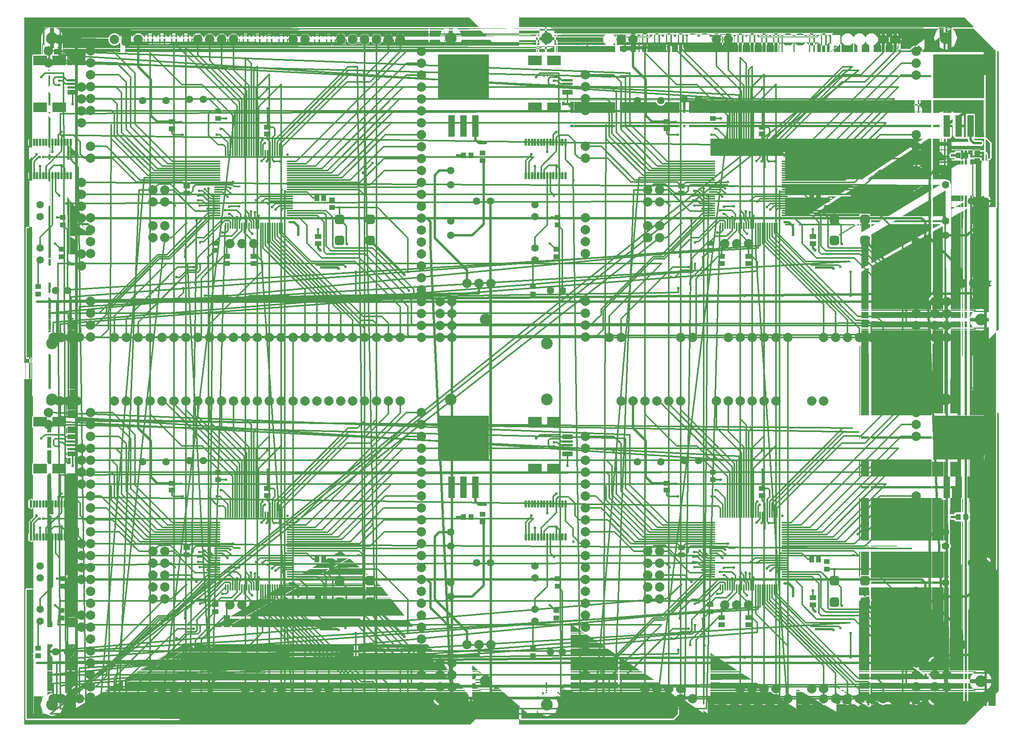
<source format=gtl>
%FSTAX24Y24*%
%MOMM*%
%SFA1B1*%

%IPPOS*%
%AMD24*
4,1,8,-0.500380,-1.000760,0.500380,-1.000760,1.000760,-0.500380,1.000760,0.500380,0.500380,1.000760,-0.500380,1.000760,-1.000760,0.500380,-1.000760,-0.500380,-0.500380,-1.000760,0.0*
1,1,1.000000,-0.500380,-0.500380*
1,1,1.000000,0.500380,-0.500380*
1,1,1.000000,0.500380,0.500380*
1,1,1.000000,-0.500380,0.500380*
%
%ADD10R,1.299997X0.999998*%
%ADD11O,0.299999X1.499997*%
%ADD12O,1.499997X0.299999*%
%ADD13R,1.349997X4.599991*%
%ADD14R,10.799978X9.399981*%
%ADD15R,1.399997X1.099998*%
%ADD16R,1.099998X1.399997*%
%ADD17R,0.999998X1.299997*%
%ADD18O,0.499999X1.599997*%
%ADD19R,2.249995X0.999998*%
%ADD20R,2.249995X0.499999*%
%ADD21R,2.899994X1.999996*%
%ADD22C,0.299999*%
%ADD23C,0.499999*%
G04~CAMADD=24~8~0.0~0.0~787.4~787.4~196.9~0.0~15~0.0~0.0~0.0~0.0~0~0.0~0.0~0.0~0.0~0~0.0~0.0~0.0~180.0~788.0~788.0*
%ADD24D24*%
%ADD25C,2.499995*%
%ADD26C,1.599997*%
%ADD27C,1.999996*%
%ADD28C,0.599999*%
%LNpcbpannel-1*%
%LPD*%
G36*
X2099673Y1564328D02*
X2099147Y1563058D01*
X2055666*
X2055371Y1562999*
X2055069*
X2054791Y1562884*
X2054496Y1562825*
X2054245Y1562658*
X2053967Y1562542*
X2053754Y1562329*
X2053503Y1562162*
X2053336Y1561911*
X2053123Y1561698*
X2053008Y156142*
X205284Y156117*
X2052781Y1560874*
X205274Y1560775*
X2052262Y1560351*
X2051506Y1559994*
X2049132Y1561264*
X2048843Y1561351*
X2048578Y1561493*
X2044808Y1562637*
X2044508Y1562666*
X2044219Y1562754*
X2040299Y156314*
X2040148Y1563125*
X2039999Y1563155*
X203985Y1563125*
X2039699Y156314*
X2035779Y1562754*
X203549Y1562666*
X203519Y1562637*
X203142Y1561493*
X2031155Y1561351*
X2030866Y1561264*
X2028492Y1559994*
X2027736Y1560351*
X2027258Y1560775*
X2027217Y1560874*
X2027158Y156117*
X202702Y1561375*
X202699Y156142*
X2026875Y1561698*
X2026662Y1561911*
X2026495Y1562162*
X2026244Y1562329*
X2026031Y1562542*
X2025753Y1562658*
X2025502Y1562825*
X2025207Y1562884*
X2024929Y1562999*
X2024627*
X2024332Y1563058*
X1994999*
X1994124Y1562884*
X1993578Y1562658*
X1992836Y1562162*
X199234Y156142*
X1992114Y1560874*
X199194Y1559999*
Y1186937*
X199067Y1186684*
X1989729Y1188957*
X1987485Y1191881*
X198456Y1194126*
X198365Y1194503*
Y1195773*
X1984056Y1195941*
X1986771Y1198025*
X1988855Y1200741*
X1990165Y1203903*
X1990612Y1207297*
X1990165Y1210691*
X1988855Y1213853*
X1986771Y1216568*
X1984056Y1218652*
X198247Y1219309*
Y1220684*
X1984056Y1221341*
X1986771Y1223425*
X1988855Y1226141*
X1990165Y1229303*
X1990612Y1232697*
X1990165Y1236091*
X1988855Y1239253*
X1986771Y1241968*
X1984056Y1244052*
X1982471Y1244709*
Y1246083*
X1984057Y124674*
X1986772Y1248824*
X1988856Y125154*
X1990166Y1254702*
X1990613Y1258096*
X1990166Y1261489*
X1988856Y1264652*
X1986772Y1267367*
X1984057Y1269451*
X198247Y1270108*
Y1271483*
X1984057Y127214*
X1986772Y1274224*
X1988856Y127694*
X1990166Y1280102*
X1990613Y1283496*
X1990166Y1286889*
X1988856Y1290052*
X1986772Y1292768*
X1984057Y1294851*
X1982467Y129551*
Y1296884*
X1984055Y1297542*
X1986771Y1299626*
X1988854Y1302341*
X1990164Y1305504*
X1990611Y1308897*
X1990164Y1312291*
X1988854Y1315454*
X1986771Y1318169*
X1984055Y1320253*
X1982468Y132091*
Y1322285*
X1984055Y1322942*
X1986771Y1325026*
X1988854Y1327741*
X1990164Y1330904*
X1990611Y1334297*
X1990164Y1337691*
X1988854Y1340853*
X1986771Y1343569*
X1984055Y1345653*
X198247Y1346309*
Y1347684*
X1984056Y1348341*
X1986771Y1350425*
X1988855Y135314*
X1990165Y1356303*
X1990612Y1359697*
X1990165Y1363091*
X1988855Y1366253*
X1986771Y1368968*
X1984056Y1371052*
X198247Y1371709*
Y1373084*
X1984056Y1373741*
X1986771Y1375825*
X1988855Y1378541*
X1990165Y1381703*
X1990612Y1385097*
X1990165Y1388491*
X1988855Y1391653*
X1986771Y1394368*
X1984056Y1396452*
X198247Y1397109*
Y1398484*
X1984056Y1399141*
X1986771Y1401225*
X1988855Y140394*
X1990165Y1407103*
X1990612Y1410497*
X1990165Y1413891*
X1988855Y1417053*
X1986771Y1419768*
X1984056Y1421852*
X198247Y1422509*
Y1423884*
X1984056Y1424541*
X1986771Y1426625*
X1988855Y142934*
X1990165Y1432503*
X1990612Y1435897*
X1990165Y1439291*
X1988855Y1442453*
X1986771Y1445168*
X1984056Y1447252*
X1982471Y1447909*
Y1449283*
X1984057Y144994*
X1986772Y1452024*
X1988856Y145474*
X1990166Y1457902*
X1990613Y1461296*
X1990166Y1464689*
X1988856Y1467852*
X1986772Y1470568*
X1984057Y1472651*
X198247Y1473308*
Y1474683*
X1984057Y147534*
X1986772Y1477424*
X1988856Y148014*
X1990166Y1483302*
X1990613Y1486696*
X1990166Y1490089*
X1988856Y1493252*
X1986772Y1495967*
X1984057Y1498051*
X1982467Y149871*
Y1500084*
X1984055Y1500742*
X1986771Y1502826*
X1988854Y1505541*
X1990164Y1508704*
X1990611Y1512097*
X1990164Y1515491*
X1988854Y1518653*
X1986771Y1521369*
X1984055Y1523453*
X1982474Y1524108*
X1980893Y1524763*
X1977499Y152521*
X1974105Y1524763*
X1972524Y1524108*
X1970943Y1523453*
X1968227Y1521369*
X1966144Y1518653*
X1965328Y1516686*
X1945097*
X1943785Y1516424*
X1942966Y1516085*
X1941853Y1515342*
X1938657Y1512146*
X1937387Y1512672*
Y1524828*
X1937774Y1524988*
X1939355Y1525643*
X1942071Y1527727*
X1944154Y1530442*
X1945464Y1533604*
X1945911Y1536998*
X1945464Y1540392*
X1944154Y1543554*
X1942071Y154627*
X1939355Y1548354*
X1937774Y1549009*
X1936193Y1549664*
X1932799Y155011*
X1929405Y1549664*
X1927824Y1549009*
X1926243Y1548354*
X1923527Y154627*
X1921444Y1543554*
X1920786Y1541968*
X1920724Y1541817*
X1919474*
X1919412Y1541968*
X1918754Y1543554*
X1916671Y154627*
X1913955Y1548354*
X1912374Y1549009*
X1910793Y1549664*
X1907399Y155011*
X1904005Y1549664*
X1902424Y1549009*
X1900843Y1548354*
X1898127Y154627*
X1896043Y1543554*
X1895387Y1541969*
X1895324Y1541818*
X1894075*
X1894012Y1541969*
X1893355Y1543555*
X1891271Y1546271*
X1888556Y1548355*
X1885393Y1549664*
X1882Y1550111*
X1878606Y1549664*
X1875444Y1548355*
X1872728Y1546271*
X1870644Y1543555*
X1869987Y1541968*
X1869925Y1541818*
X1868675*
X1868612Y1541968*
X1867955Y1543555*
X1865871Y1546271*
X1863156Y1548355*
X1861575Y1549009*
X1859994Y1549664*
X18566Y1550111*
X1853206Y1549664*
X1851625Y1549009*
X1850044Y1548355*
X1847328Y1546271*
X1845244Y1543555*
X1844587Y1541968*
X1844525Y1541818*
X1843275*
X1843213Y1541968*
X1842555Y1543555*
X1840472Y1546271*
X1837756Y1548355*
X1836175Y1549009*
X1834594Y1549664*
X18312Y1550111*
X1827806Y1549664*
X1826225Y1549009*
X1824644Y1548355*
X1821928Y1546271*
X1819844Y1543555*
X1819676Y1543149*
X1819666Y1543125*
X1818416*
X1818029Y154406*
X1815785Y1546984*
X181286Y1549228*
X1809455Y1550639*
X18083Y1550791*
Y1536999*
Y1523453*
Y1523207*
X1809455Y1523359*
X181286Y152477*
X1815785Y1527014*
X1818029Y1529939*
X1818416Y1530873*
X1819666*
X1819676Y1530849*
X1819844Y1530443*
X1821928Y1527727*
X1824644Y1525644*
X1826225Y1524989*
X1827806Y1524334*
X18312Y1523887*
X1834594Y1524334*
X1836175Y1524989*
X1837756Y1525644*
X1840472Y1527727*
X1842555Y1530443*
X1843213Y153203*
X1843275Y153218*
X1844525*
X1844587Y153203*
X1845244Y1530443*
X1847328Y1527727*
X1850044Y1525644*
X1851625Y1524989*
X1852012Y1524828*
Y14965*
X1839098Y1483587*
X1820999*
X1819686Y1483326*
X1818867Y1482987*
X1817755Y1482243*
X1670761Y1335249*
X1669587Y1335735*
Y1346999*
X1669326Y1348312*
X1668987Y1349131*
X1668243Y1350243*
X1664743Y1353743*
X1663631Y1354487*
X1662811Y1354826*
X1661499Y1355087*
X1659058*
Y1355999*
X1658884Y1356874*
X1658657Y135742*
X1658162Y1358162*
X165742Y1358657*
X1656874Y1358884*
X1655999Y1359058*
X1654587*
Y1386066*
X1655316Y1387157*
X1655768Y1388249*
X1656117Y1389999*
X1655768Y1391749*
X1655316Y1392841*
X1654325Y1394325*
X1652841Y1395316*
X1651749Y1395768*
X1649999Y1396117*
X1648249Y1395768*
X1647157Y1395316*
X1645673Y1394325*
X1644682Y1392841*
X164423Y1391749*
X1643881Y1389999*
X164423Y1388249*
X1644682Y1387157*
X1645412Y1386066*
Y1359058*
X1641999*
X1641124Y1358884*
X1640578Y1358657*
X1639836Y1358162*
X163934Y135742*
X1639114Y1356874*
X163894Y1355999*
Y1344999*
X1639157Y1343911*
X1639115Y1343883*
X1638454Y1342894*
X1638153Y1342166*
X1637921Y1340999*
Y1337999*
X1648999*
Y1332999*
X1637921*
Y1329999*
X1638131Y1328944*
X1637249Y1328769*
X1636157Y1328316*
X1635857Y1328116*
X1634587Y1328795*
Y1391099*
X1682045Y1438556*
X1682788Y1439669*
X1683128Y1440488*
X1683389Y1441801*
Y1524829*
X1683776Y1524989*
X1685357Y1525644*
X1688072Y1527728*
X1690156Y1530444*
X1690813Y1532029*
X1690875Y1532179*
X1692125*
X1692187Y1532029*
X1692844Y1530443*
X1694928Y1527727*
X1697644Y1525644*
X1699225Y1524989*
X1700806Y1524334*
X17042Y1523887*
X1707593Y1524334*
X1709175Y1524989*
X1710756Y1525644*
X1713471Y1527727*
X1715555Y1530443*
X1716213Y153203*
X1716275Y153218*
X1717525*
X1717587Y153203*
X1718244Y1530443*
X1720328Y1527727*
X1723044Y1525644*
X1724625Y1524989*
X1726206Y1524334*
X17296Y1523887*
X1732994Y1524334*
X1734575Y1524989*
X1736156Y1525644*
X1738872Y1527727*
X1740955Y1530443*
X1741613Y1532031*
X1741675Y1532181*
X1742925*
X1742988Y1532031*
X1743645Y1530444*
X1745729Y1527728*
X1748444Y1525644*
X1750026Y1524989*
X1751607Y1524334*
X1755001Y1523888*
X1758394Y1524334*
X1759976Y1524989*
X1761557Y1525644*
X1764272Y1527728*
X1766356Y1530444*
X1767013Y153203*
X1767076Y1532181*
X1768326*
X1768388Y153203*
X176839Y1532025*
X1769045Y1530444*
X1771129Y1527728*
X1773845Y1525644*
X1775426Y1524989*
X1777007Y1524334*
X1780401Y1523888*
X1783794Y1524334*
X1785375Y1524989*
X1786957Y1525644*
X1789672Y1527728*
X1791756Y1530444*
X1791934Y1530873*
X1793184*
X1793571Y1529939*
X1795815Y1527014*
X1798739Y152477*
X1802145Y1523359*
X18033Y1523207*
Y1536999*
Y1550791*
X1802145Y1550639*
X1798739Y1549228*
X1795815Y1546984*
X1793571Y154406*
X1793184Y1543126*
X1791934*
X1791756Y1543556*
X1789672Y1546272*
X1786957Y1548355*
X1785375Y154901*
X1783794Y1549665*
X1780401Y1550112*
X1777007Y1549665*
X1775426Y154901*
X1773845Y1548355*
X1771129Y1546272*
X1769045Y1543556*
X176839Y1541975*
X1768388Y1541969*
X1768326Y1541819*
X1767076*
X1767013Y1541969*
X1766356Y1543556*
X1764272Y1546271*
X1761557Y1548355*
X1759976Y154901*
X1758394Y1549665*
X1755001Y1550112*
X1751607Y1549665*
X1750026Y154901*
X1748444Y1548355*
X1745729Y1546271*
X1743645Y1543556*
X1742987Y1541968*
X1742925Y1541817*
X1741675*
X1741613Y1541968*
X1740955Y1543555*
X1738872Y1546271*
X1736156Y1548355*
X1734575Y1549009*
X1732994Y1549664*
X17296Y1550111*
X1726206Y1549664*
X1724625Y1549009*
X1723044Y1548355*
X1720328Y1546271*
X1718244Y1543555*
X1717587Y1541968*
X1717525Y1541818*
X1716275*
X1716213Y1541968*
X1715555Y1543555*
X1713471Y1546271*
X1710756Y1548355*
X1709175Y1549009*
X1707593Y1549664*
X17042Y1550111*
X1700806Y1549664*
X1699225Y1549009*
X1697644Y1548355*
X1694928Y1546271*
X1692844Y1543555*
X1692188Y154197*
X1692125Y1541819*
X1690875*
X1690813Y154197*
X1690156Y1543556*
X1688072Y1546271*
X1685357Y1548355*
X1683776Y154901*
X1682194Y1549665*
X1678801Y1550112*
X1675407Y1549665*
X1673826Y154901*
X1672244Y1548355*
X1669529Y1546271*
X1667445Y1543556*
X1666788Y1541969*
X1666726Y1541819*
X1665476*
X1665413Y1541969*
X1665411Y1541975*
X1664756Y1543556*
X1662672Y1546272*
X1659957Y1548355*
X1658375Y154901*
X1656794Y1549665*
X1653401Y1550112*
X1650007Y1549665*
X1648426Y154901*
X1646845Y1548355*
X1644129Y1546272*
X1642045Y1543556*
X164139Y1541975*
X1641388Y1541969*
X1641326Y1541819*
X1640076*
X1640013Y1541969*
X1639356Y1543556*
X1637272Y1546271*
X1634557Y1548355*
X1632976Y154901*
X1631394Y1549665*
X1628001Y1550112*
X1624607Y1549665*
X1623026Y154901*
X1621444Y1548355*
X1618729Y1546271*
X1616645Y1543556*
X1615988Y1541969*
X1615926Y1541819*
X1614676*
X1614613Y1541969*
X1613956Y1543556*
X1611872Y1546271*
X1609157Y1548355*
X1607575Y154901*
X1605994Y1549665*
X1602601Y1550112*
X1599207Y1549665*
X1597626Y154901*
X1596045Y1548355*
X1593329Y1546271*
X1591245Y1543556*
X1590588Y1541971*
X1590526Y154182*
X1589276*
X1589214Y1541971*
X1588557Y1543558*
X1586473Y1546272*
X1583758Y1548356*
X1582176Y1549011*
X1580595Y1549666*
X1577201Y1550113*
X1573808Y1549666*
X1572226Y1549011*
X1570645Y1548356*
X156793Y1546272*
X1565846Y1543558*
X1565189Y154197*
X1565126Y154182*
X1563876*
X1563814Y154197*
X1563157Y1543558*
X1561073Y1546272*
X1558358Y1548356*
X1556776Y1549011*
X1555195Y1549666*
X1551801Y1550113*
X1548408Y1549666*
X1546827Y1549011*
X1545245Y1548356*
X154253Y1546272*
X1540446Y1543558*
X1539788Y1541967*
X1539725Y1541817*
X1538475*
X1538413Y1541967*
X1537755Y1543555*
X1535671Y1546271*
X1532956Y1548355*
X1529793Y1549664*
X15264Y1550111*
X1523006Y1549664*
X1519844Y1548355*
X1517128Y1546271*
X1515044Y1543555*
X1514387Y1541968*
X1514325Y1541818*
X1513075*
X1513012Y1541968*
X1512355Y1543555*
X1510272Y1546271*
X1507556Y1548355*
X1505975Y1549009*
X1504394Y1549664*
X1501Y1550111*
X1497606Y1549664*
X1496025Y1549009*
X1494444Y1548355*
X1491728Y1546271*
X1489644Y1543555*
X1488988Y154197*
X1488925Y1541819*
X1487675*
X1487613Y154197*
X1486956Y1543556*
X1484872Y1546271*
X1482157Y1548355*
X1480575Y154901*
X1478994Y1549665*
X1475601Y1550112*
X1472207Y1549665*
X1470626Y154901*
X1469045Y1548355*
X1466329Y1546271*
X1464245Y1543556*
X1463588Y1541969*
X1463526Y1541819*
X1462276*
X1462213Y1541969*
X1461556Y1543556*
X1459472Y1546271*
X1456757Y1548355*
X1455176Y154901*
X1453594Y1549665*
X1450201Y1550112*
X1446807Y1549665*
X1445226Y154901*
X1443644Y1548355*
X1440929Y1546271*
X1438845Y1543556*
X1438188Y1541969*
X1438126Y1541819*
X1436876*
X1436813Y1541969*
X1436811Y1541975*
X1436156Y1543556*
X1434072Y1546272*
X1431357Y1548355*
X1429775Y154901*
X1428194Y1549665*
X1424801Y1550112*
X1421407Y1549665*
X1419826Y154901*
X1418245Y1548355*
X1415529Y1546272*
X1413445Y1543556*
X141279Y1541975*
X1412788Y1541969*
X1412726Y1541819*
X1411476*
X1411413Y1541969*
X1410756Y1543556*
X1408672Y1546271*
X1405957Y1548355*
X1404376Y154901*
X1402794Y1549665*
X1399401Y1550112*
X1396007Y1549665*
X1394426Y154901*
X1392844Y1548355*
X1390129Y1546271*
X1388045Y1543556*
X1387389Y1541971*
X1387326Y154182*
X1386076*
X1386014Y1541971*
X1385357Y1543558*
X1383273Y1546272*
X1380558Y1548356*
X1378976Y1549011*
X1377395Y1549666*
X1374001Y1550113*
X1370608Y1549666*
X1369027Y1549011*
X1367445Y1548356*
X136473Y1546272*
X1362646Y1543558*
X1362478Y154315*
X1362468Y1543126*
X1361218*
X136083Y1544061*
X1358586Y1546987*
X1355662Y154923*
X1352256Y155064*
X1351101Y1550792*
Y1539699*
Y1537001*
Y1523209*
X1352256Y1523361*
X1355662Y1524772*
X1358586Y1527016*
X136083Y152994*
X1361218Y1530875*
X1362468*
X1362478Y1530851*
X1362646Y1530445*
X136473Y1527729*
X1367445Y1525645*
X1368048Y1525395*
X1368394Y1525252*
Y1478997*
X1368713Y1477392*
X1369127Y1476391*
X1370036Y1475031*
X1395391Y1449676*
Y1374999*
X139571Y1373395*
X1396125Y1372394*
X1397034Y1371034*
X1410034Y1358034*
X1411394Y1357125*
X1412395Y135671*
X1413999Y1356391*
X1434878*
X1435127Y135605*
X143544Y1355121*
X1434954Y1354394*
X1434653Y1353666*
X1434421Y1352499*
Y1349499*
X1456577*
Y1352499*
X1456345Y1353666*
X1456044Y1354394*
X1455545Y1355141*
X1455828Y1356014*
X1456107Y1356411*
X1461066*
X1462157Y1355682*
X1463249Y135523*
X1464999Y1354882*
X1466749Y135523*
X1467841Y1355682*
X1469325Y1356673*
X1470316Y1358157*
X1470768Y1359249*
X1471117Y1360999*
X1470768Y1362749*
X1470316Y1363841*
X1469325Y1365325*
X1467841Y1366316*
X1466749Y1366769*
X1464999Y1367117*
X1463249Y1366769*
X1462157Y1366316*
X1461066Y1365587*
X1455558*
Y1367499*
X1455384Y1368374*
X1455158Y136892*
X1454662Y1369662*
X145392Y1370158*
X1453374Y1370384*
X1452499Y1370558*
X1438499*
X1437624Y1370384*
X1437078Y1370158*
X1436336Y1369662*
X1435841Y136892*
X1435614Y1368374*
X1435462Y1367607*
X1416322*
X1406607Y1377322*
Y1451999*
X1406288Y1453603*
X1405873Y1454604*
X1404964Y1455964*
X1379609Y1481319*
Y1525252*
X1379955Y1525395*
X1380558Y1525645*
X1383273Y1527729*
X1385357Y1530445*
X1386014Y153203*
X1386076Y153218*
X1387326*
X1387388Y153203*
X1388045Y1530444*
X1390129Y1527728*
X1392844Y1525644*
X1394426Y1524989*
X1394813Y1524829*
Y1508597*
X1395074Y1507285*
X1395413Y1506466*
X1396156Y1505353*
X1463755Y1437755*
X1464867Y1437011*
X1465687Y1436672*
X1466999Y1436411*
X1508099*
X1550182Y1394328*
X1549656Y1393058*
X1548377*
X1548238Y1393755*
X1547243Y1395243*
X1529743Y1412743*
X1528631Y1413487*
X1527811Y1413826*
X1526499Y1414087*
X1523005*
X1522607Y1415046*
X1520844Y1417344*
X1518546Y1419107*
X1515872Y1420216*
X1512999Y1420594*
X1510127Y1420216*
X1507452Y1419107*
X1505154Y1417344*
X1503391Y1415046*
X1502283Y1412371*
X1501904Y1409499*
X1502283Y1406628*
X1503391Y1403952*
X1505154Y1401654*
X1507452Y1399891*
X1510127Y1398782*
X1512999Y1398404*
X1515872Y1398782*
X1518546Y1399891*
X1520844Y1401654*
X1522607Y1403952*
X1523005Y1404911*
X1524598*
X1535628Y1393882*
X1535465Y1392248*
X1535336Y1392162*
X153484Y139142*
X1534614Y1390874*
X153444Y1389999*
Y1389587*
X1529999*
X1528686Y1389326*
X1527867Y1388987*
X1526755Y1388243*
X1520755Y1382243*
X1520011Y1381131*
X1519672Y1380312*
X1519411Y1378999*
Y1332999*
X1519672Y1331686*
X1520011Y1330867*
X1520755Y1329755*
X1540755Y1309755*
X1541867Y1309011*
X1542687Y1308672*
X1543999Y1308411*
X1553099*
X1555411Y1306099*
Y1300999*
Y1288999*
X1555672Y1287686*
X1556011Y1286867*
X1556755Y1285755*
X1557867Y1285011*
X1558686Y1284672*
X1559999Y1284411*
X1561515Y1284712*
X1562394Y1284125*
X1562499Y1284081*
Y1285163*
Y1285257*
X1563244Y1285754*
X1563987Y1286867*
X1564327Y1287686*
X1564588Y1288999*
Y1294999*
X156541*
Y1288999*
X1565671Y1287686*
X1566011Y1286867*
X1566754Y1285754*
X1567499Y1285257*
Y1285163*
Y1284081*
X1567604Y1284125*
X1568483Y1284712*
X1569999Y1284411*
X1571312Y1284672*
X1572131Y1285011*
X1572499Y1285257*
X1572867Y1285011*
X1573686Y1284672*
X1574999Y1284411*
X1576312Y1284672*
X1577131Y1285011*
X1577499Y1285257*
X1577867Y1285011*
X1578686Y1284672*
X1579999Y1284411*
X1581312Y1284672*
X1582131Y1285011*
X1582499Y1285257*
X1582867Y1285011*
X1583686Y1284672*
X1584999Y1284411*
X1586312Y1284672*
X1587131Y1285011*
X15875Y1285257*
X1587867Y1285011*
X1588686Y1284672*
X1589999Y1284411*
X1591312Y1284672*
X1592131Y1285011*
X1592499Y1285257*
X1592867Y1285011*
X1593686Y1284672*
X1594999Y1284411*
X1596312Y1284672*
X1597131Y1285011*
X1597499Y1285257*
X1597867Y1285011*
X1598686Y1284672*
X1599999Y1284411*
X1601312Y1284672*
X1602131Y1285011*
X1602499Y1285257*
X1602867Y1285011*
X1603686Y1284672*
X1604999Y1284411*
X1606312Y1284672*
X1607131Y1285011*
X1607499Y1285257*
X1607867Y1285011*
X1608686Y1284672*
X1609999Y1284411*
X1611312Y1284672*
X1612131Y1285011*
X1612499Y1285257*
X1612867Y1285011*
X1613686Y1284672*
X1614999Y1284411*
X1616312Y1284672*
X1617131Y1285011*
X1617499Y1285257*
X1617867Y1285011*
X1618686Y1284672*
X1619999Y1284411*
X1621312Y1284672*
X1622131Y1285011*
X1622499Y1285257*
X1622867Y1285011*
X1623686Y1284672*
X1624999Y1284411*
X1626312Y1284672*
X1627131Y1285011*
X1627499Y1285257*
X1627867Y1285011*
X1628686Y1284672*
X1629999Y1284411*
X1631312Y1284672*
X1632131Y1285011*
X1632499Y1285257*
X1632867Y1285011*
X1633243Y1284856*
X1633686Y1284672*
X1633851Y1284639*
X1633859Y1284601*
X1633925Y1284573*
Y1284267*
X1634119Y1283291*
X1632673Y1282325*
X1631682Y1280841*
X1631605Y1280655*
X163123Y1279749*
X1630882Y1277999*
X163123Y1276249*
X1631682Y1275157*
X1632673Y1273673*
X1634157Y1272682*
X1635249Y127223*
X1636999Y1271881*
X1638749Y127223*
X1639841Y1272682*
X1641325Y1273673*
X1641401Y1273788*
X1642929*
X1643673Y1272673*
X1645158Y1271682*
X1646249Y127123*
X1647999Y1270881*
X1649141Y1271109*
X1649247Y1271022*
X1650345Y1271476*
X1651555Y1268555*
X1652555Y1267555*
X1655999Y1266128*
X1659443Y1267555*
X1659587Y1267903*
Y1270716*
X1660718Y1271243*
X1660909Y127137*
X1661249Y127123*
X1662999Y1270881*
X1664749Y127123*
X1665841Y1271682*
X1666932Y1272411*
X1673066*
X1674157Y1271682*
X1675249Y127123*
X1676999Y1270881*
X1678749Y127123*
X1679841Y1271682*
X1681325Y1272673*
X1682316Y1274157*
X1682768Y1275249*
X1683117Y1276999*
X1682768Y1278749*
X1682316Y1279841*
X1681325Y1281325*
X1679841Y1282316*
X1678749Y1282768*
X1676999Y1283117*
X1675249Y1282768*
X1674157Y1282316*
X1673066Y1281587*
X1666932*
X1665841Y1282316*
X166487Y1282719*
Y1282744*
X1664587Y1282801*
Y1284073*
X1664999Y1284411*
X1666312Y1284672*
X1667131Y1285011*
X1667499Y1285257*
X1667867Y1285011*
X1668686Y1284672*
X1669999Y1284411*
X1671312Y1284672*
X1672131Y1285011*
X1672499Y1285257*
X1672867Y1285011*
X1673686Y1284672*
X1674999Y1284411*
X1676312Y1284672*
X1677131Y1285011*
X1677499Y1285257*
X1677867Y1285011*
X1678686Y1284672*
X1679999Y1284411*
X1681312Y1284672*
X1682131Y1285011*
X1683243Y1285755*
X1683987Y1286867*
X1684326Y1287686*
X1684491Y1288515*
X1685812Y1288645*
X1685885Y1288469*
X1687007Y1287007*
X1688469Y1285885*
X168932Y1285532*
X1689499Y1285458*
Y1291999*
Y129854*
X168932Y1298466*
X1688469Y1298113*
X1687007Y1296991*
X1685885Y1295529*
X1685857Y1295463*
X1684587Y1295716*
Y1306099*
X18209Y1442411*
X1867126*
X1867652Y1441141*
X1708599Y1282087*
X1691499*
X1690187Y1281826*
X1689367Y1281487*
X1688255Y1280743*
X1687511Y1279631*
X1687172Y1278812*
X1686911Y1277499*
X1687172Y1276186*
X1687511Y1275367*
X1687757Y1274999*
X1687511Y1274631*
X1687343Y1274224*
X1687172Y1273812*
X1686911Y1272499*
X1687172Y1271186*
X1687511Y1270367*
X1687757Y127*
X1687511Y1269631*
X1687172Y1268812*
X1686911Y1267499*
X1687172Y1266186*
X1687511Y1265367*
X1687757Y1264999*
X1687511Y1264631*
X1687172Y1263812*
X1686911Y1262499*
X1687172Y1261186*
X1687249Y1261*
X1687511Y1260367*
X1687757Y1259999*
X1687511Y1259631*
X1687172Y1258812*
X1686911Y1257499*
X1687172Y1256186*
X1687511Y1255367*
X1687757Y1254999*
X1687511Y1254631*
X1687213Y1253912*
X1687172Y1253812*
X1686911Y1252499*
X1687172Y1251186*
X1687511Y1250367*
X1687757Y1249999*
X1687511Y1249631*
X1687172Y1248812*
X1686911Y1247499*
X1687172Y1246186*
X1687511Y1245367*
X1687757Y1244999*
X1687511Y1244631*
X1687172Y1243812*
X1686911Y1242499*
X1687172Y1241186*
X1687511Y1240367*
X1687757Y1239999*
X1687511Y1239631*
X1687172Y1238812*
X1686911Y1237499*
X1687172Y1236186*
X1687511Y1235367*
X1687757Y1234999*
X1687511Y1234631*
X1687172Y1233812*
X1686911Y1232499*
X1687172Y1231186*
X1687511Y1230367*
X1687757Y1229999*
X1687511Y1229631*
X1687172Y1228812*
X168706Y1228247*
X1686947Y1228269*
X1686628Y1227499*
X1687664Y1224999*
X1687021Y1223447*
X1685999Y122387*
X1682555Y1222443*
X1682405Y1222082*
X1680251Y1222975*
X1680141Y1222889*
X1678999Y1223117*
X1677249Y1222768*
X1676157Y1222316*
X1674673Y1221325*
X1673682Y1219841*
X167323Y1218749*
X1672882Y1216999*
X167323Y1215249*
X1673682Y1214157*
X1674411Y1213066*
Y1208999*
X1674538Y1208357*
X1673496Y1207087*
X1633499*
X1632186Y1206826*
X163193Y120672*
X1631367Y1206487*
X1630255Y1205743*
X1624536Y1200024*
X1623249Y1199769*
X1622157Y1199316*
X1620673Y1198325*
X1619682Y1196841*
X161923Y1195749*
X1618881Y1193999*
X161923Y1192249*
X1619682Y1191157*
X1620673Y1189673*
X1622157Y1188682*
X1622422Y1188572*
X1623249Y118823*
X1624999Y1187882*
X1626749Y118823*
X1627576Y1188572*
X1627841Y1188682*
X1629325Y1189673*
X1630316Y1191157*
X1630768Y1192249*
X1631024Y1193536*
X1632152Y1194663*
X1633278Y1193994*
X1632882Y1191999*
X163323Y1190249*
X1633641Y1189255*
X1633682Y1189157*
X1634673Y1187673*
X1636157Y1186682*
X1636549Y1186519*
X1637249Y118623*
X1638999Y1185881*
X1640749Y118623*
X1641612Y1186587*
X1641841Y1186682*
X1643325Y1187673*
X1643652Y1188164*
X1644239Y1188085*
X1644925Y1187782*
X164523Y1186249*
X1645256Y1186186*
X1645682Y1185157*
X1646673Y1183673*
X1648157Y1182682*
X1649249Y118223*
X1651Y1181881*
X1652001Y1182081*
X1653081Y1181001*
X1652882Y1179999*
X165323Y1178249*
X1653612Y1177325*
X1653682Y1177157*
X1654673Y1175673*
X1656157Y1174682*
X1657249Y117423*
X1658999Y1173882*
X1660749Y117423*
X1660812Y1174256*
X1660818Y1174243*
X1661024Y1174284*
X166123Y1173249*
X1661682Y1172157*
X1662673Y1170673*
X1664157Y1169682*
X1665249Y116923*
X1666999Y1168882*
X1668749Y116923*
X1669841Y1169682*
X1671325Y1170673*
X1672036Y1171738*
X167214Y1171732*
X1672167Y1171797*
X1673417*
X1673682Y1171157*
X1674673Y1169673*
X1676157Y1168682*
X1676585Y1168505*
X1677249Y116823*
X1678999Y1167882*
X1680749Y116823*
X1681413Y1168505*
X1681841Y1168682*
X1683325Y1169673*
X1684316Y1171157*
X1684629Y1171912*
X1684768Y1172249*
X16849Y1172911*
X1686573*
X1686911Y1172499*
X1687172Y1171186*
X1687511Y1170367*
X1687757Y1169999*
X1687511Y1169631*
X1687172Y1168812*
X1686911Y1167499*
X1687172Y1166186*
X1687511Y1165367*
X1687757Y1164999*
X1687511Y1164631*
X1687172Y1163812*
X1686911Y1162499*
X1687172Y1161186*
X1687511Y1160367*
X1687757Y1159999*
X1687511Y1159631*
X1687172Y1158812*
X1686911Y1157499*
X1687172Y1156186*
X1687511Y1155367*
X1688255Y1154255*
X1689367Y1153511*
X1690187Y1153172*
X1691284Y1152954*
X1691511Y1152654*
X1691523Y1152628*
X1699999*
Y1142391*
X1703676*
X1709391Y1136676*
Y112519*
X1708884Y1124529*
X1708532Y1123678*
X1708458Y1123499*
X172154*
X1721466Y1123678*
X1721114Y1124529*
X1720607Y112519*
Y1138999*
X1720288Y1140603*
X1719873Y1141604*
X1718964Y1142964*
X1710288Y1151641*
X1710745Y1152911*
X1715599*
X1729411Y1139099*
Y1102999*
X1729672Y1101686*
X1730011Y1100867*
X1730756Y1099755*
X1760652Y1069857*
X1760126Y1068587*
X1743899*
X1684587Y1127899*
Y1139999*
Y1145999*
X1684326Y1147312*
X1683987Y1148131*
X1683243Y1149243*
X1682131Y1149987*
X1681821Y1150115*
X1681312Y1150326*
X1679999Y1150587*
X1678686Y1150326*
X1677867Y1149987*
X1677499Y1149741*
X1677131Y1149987*
X1676312Y1150326*
X1674999Y1150587*
X1673686Y1150326*
X1672867Y1149987*
X1672499Y1149741*
X1672131Y1149987*
X1671312Y1150326*
X1669999Y1150587*
X1668686Y1150326*
X1667867Y1149987*
X1667499Y1149741*
X1667131Y1149987*
X1666312Y1150326*
X1664999Y1150587*
X1663686Y1150326*
X1662867Y1149987*
X1662499Y1149741*
X1662131Y1149987*
X1661312Y1150326*
X1659999Y1150587*
X1658686Y1150326*
X1657867Y1149987*
X1657499Y1149741*
X1657131Y1149987*
X1656312Y1150326*
X1654999Y1150587*
X1653686Y1150326*
X1652867Y1149987*
X1652499Y1149741*
X1652131Y1149987*
X1651312Y1150326*
X1649999Y1150587*
X1648686Y1150326*
X1647867Y1149987*
X1647499Y1149741*
X1647131Y1149987*
X1646312Y1150326*
X1644999Y1150587*
X1643686Y1150326*
X1642867Y1149987*
X1642499Y1149741*
X1642131Y1149987*
X1641312Y1150326*
X1639999Y1150587*
X1638686Y1150326*
X1637867Y1149987*
X1637499Y1149741*
X1637131Y1149987*
X1636312Y1150326*
X1634999Y1150587*
X1634587Y1150925*
Y1157066*
X1635316Y1158157*
X1635482Y1158558*
X1635768Y1159249*
X1636117Y1160999*
X1635768Y1162749*
X1635316Y1163841*
X1634325Y1165325*
X1632841Y1166316*
X1632499Y1166458*
X1631749Y1166768*
X1629999Y1167117*
X1629811Y1167079*
X1628913Y1167977*
X1629116Y1168999*
X1628768Y1170749*
X1628316Y1171841*
X1627325Y1173325*
X1625841Y1174316*
X1624749Y1174769*
X1622999Y1175117*
X1621249Y1174769*
X1620157Y1174316*
X1619356Y1173781*
X1618325Y1175325*
X1616841Y1176316*
X1615749Y1176768*
X1613999Y1177117*
X1612249Y1176768*
X1611157Y1176316*
X1609797Y1175407*
X1609361Y1175266*
X1608637*
X1608201Y1175407*
X1606841Y1176316*
X1605749Y1176768*
X1603999Y1177117*
X1602249Y1176768*
X1601157Y1176316*
X1599673Y1175325*
X1598682Y1173841*
X159823Y1172749*
X1597882Y1170999*
X159823Y1169249*
X1598411Y1168812*
X1598682Y1168157*
X1599027Y1167641*
X1599653Y1166659*
X1599379Y1166473*
X1599402Y1166418*
X1599136Y1166307*
X1598703Y1166013*
X15978Y116541*
X1597119Y1165519*
X1596436Y1165759*
X1596326Y1166312*
X1595987Y1167131*
X1595243Y1168243*
X1588752Y1174734*
X1589334Y1175948*
X1590749Y117623*
X1591841Y1176682*
X1593325Y1177673*
X1594316Y1179157*
X1594768Y1180249*
X1595117Y1181999*
X1594768Y1183749*
X1594743Y1183812*
X1594316Y1184841*
X1593325Y1186325*
X1591841Y1187316*
X1590749Y1187768*
X1588999Y1188117*
X1587249Y1187768*
X1586157Y1187316*
X1585066Y1186587*
X1570436*
X157034Y1186651*
X1567999Y1187117*
X1566249Y1186768*
X1565157Y1186316*
X1563673Y1185325*
X1562682Y1183841*
X156223Y1182749*
X1561881Y1180999*
X1561969Y1180558*
X1561499Y1180172*
Y1172999*
Y1166005*
X1561505Y1165999*
X156237Y1163909*
X1561676Y116287*
X1557499*
X1554333Y1161558*
X1553498Y1162166*
X1553325Y1162391*
X155337Y1162499*
X1552334Y1164999*
X1553013Y1166637*
X1553533Y1167467*
X1554525Y1167276*
X1556499Y1166458*
Y1172999*
Y117954*
X1555679Y11792*
X1555469Y1179114*
X1554247Y1178176*
X1553341Y1178345*
X1553319Y1178357*
X1553014*
X1552929Y1178564*
X1552869Y1178595*
X1552826Y1178812*
X1552487Y1179631*
X1552241Y1179999*
X1552487Y1180367*
X1552774Y118106*
X1552826Y1181186*
X1553087Y1182499*
X1552826Y1183812*
X1552487Y1184631*
X1552241Y1184999*
X1552487Y1185367*
X1552534Y1185482*
X1552826Y1186186*
X1553087Y1187499*
X1552826Y1188812*
X1552487Y1189631*
X1552241Y1189999*
X1552487Y1190367*
X1552826Y1191186*
X1553087Y1192499*
X1552826Y1193812*
X1552487Y1194631*
X1552241Y1194999*
X1552487Y1195367*
X1552516Y1195438*
X1552826Y1196186*
X1553087Y1197499*
X1552826Y1198812*
X1552487Y1199631*
X1552241Y1199999*
X1552487Y1200367*
X1552826Y1201186*
X1553087Y1202499*
X1552826Y1203812*
X1552823Y1203819*
X1552746Y1204005*
X1552776Y1204062*
X1552738Y1204255*
X1553Y1204725*
X1554551Y1204958*
X1557974Y1201536*
X155823Y1200249*
X1558486Y1199631*
X1558682Y1199157*
X1559673Y1197673*
X1561157Y1196682*
X1561982Y119634*
X1562249Y119623*
X1563999Y1195881*
X1565749Y119623*
X1566016Y119634*
X1566841Y1196682*
X1568325Y1197673*
X1569316Y1199157*
X1569512Y1199631*
X1569768Y1200249*
X1570117Y1201999*
X1569979Y120269*
X1570122Y1202896*
X1569908Y1203413*
X1569999Y1203505*
X1570759Y1203819*
X1570929Y1204067*
X1571749Y120423*
X1572841Y1204682*
X1574325Y1205673*
X1575316Y1207157*
X1575768Y1208249*
X1576117Y1209999*
X1575768Y1211749*
X1575316Y1212841*
X1574407Y1214201*
X1574266Y1214637*
Y1215361*
X1574407Y1215797*
X1575316Y1217157*
X1575694Y1218069*
X1575768Y1218249*
X1575842Y1218617*
X1575949Y1218684*
X1576406Y1219788*
X157719Y1219463*
X1577321Y1219546*
X1577999Y1219411*
X1586681*
X1589443Y1220555*
X159087Y1223999*
X1589443Y1227443*
X1586681Y1228587*
X1581795*
X1581116Y1229857*
X1581316Y1230157*
X1581404Y1230367*
X1581769Y1231249*
X1582117Y1232999*
X1581769Y1234749*
X1581316Y1235841*
X1580325Y1237325*
X1578841Y1238316*
X1577749Y1238769*
X1575999Y1239117*
X1574249Y1238769*
X1573157Y1238316*
X1571673Y1237325*
X1571515Y1237087*
X1553425*
X1553087Y1237499*
X1552826Y1238812*
X15527Y1239117*
X1552487Y1239631*
X1552241Y1239999*
X1552487Y1240367*
X1552826Y1241186*
X1553087Y1242499*
X1552826Y1243812*
X1552487Y1244631*
X1552241Y1244999*
X1552487Y1245367*
X1552826Y1246186*
X1553087Y1247499*
X1552826Y1248812*
X1552487Y1249631*
X1552241Y1249999*
X1552487Y1250367*
X1552826Y1251186*
X1553087Y1252499*
X1552826Y1253812*
X1552785Y1253912*
X1552487Y1254631*
X1552241Y1254999*
X1552487Y1255367*
X1552826Y1256186*
X1553087Y1257499*
X1552826Y1258812*
X1552487Y1259631*
X1552241Y1259999*
X1552487Y1260367*
X1552749Y1261*
X1552826Y1261186*
X1553087Y1262499*
X1552826Y1263812*
X1552487Y1264631*
X1552241Y1264999*
X1552487Y1265367*
X1552826Y1266186*
X1553087Y1267499*
X1552826Y1268812*
X1552487Y1269631*
X1552241Y127*
X1552487Y1270367*
X1552826Y1271186*
X1553087Y1272499*
X1552826Y1273812*
X1552655Y1274224*
X1552487Y1274631*
X1552241Y1274999*
X1552487Y1275367*
X1552826Y1276186*
X1553087Y1277499*
X1552826Y1278812*
X1552487Y1279631*
X1551743Y1280743*
X1550631Y1281487*
X1549812Y1281826*
X1548499Y1282087*
X14484*
X1371587Y13589*
Y1402487*
X1372857Y1402739*
X1373391Y1401452*
X1375154Y1399154*
X1377452Y1397391*
X1380127Y1396282*
X1382999Y1395904*
X138587Y1396282*
X1388546Y1397391*
X1390844Y1399154*
X1392607Y1401452*
X1393716Y1404128*
X1394094Y1406999*
X1393716Y1409871*
X1392607Y1412546*
X1390844Y1414844*
X1388546Y1416607*
X138587Y1417716*
X1382999Y1418094*
X1380127Y1417716*
X1377452Y1416607*
X1375154Y1414844*
X1373391Y1412546*
X1372857Y1411259*
X1371587Y1411511*
Y1464999*
X1371326Y1466312*
X1370987Y1467131*
X1370243Y1468243*
X1322744Y1515743*
X1321632Y1516486*
X1320812Y1516825*
X13195Y1517086*
X128467*
X128451Y1517473*
X1283855Y1519054*
X1281771Y152177*
X1279056Y1523854*
X1277475Y1524509*
X1275893Y1525164*
X12725Y152561*
X1269106Y1525164*
X1267525Y1524509*
X1265944Y1523854*
X1263228Y152177*
X1261144Y1519054*
X1260489Y1517473*
X1259835Y1515892*
X1259388Y1512498*
X1259835Y1509105*
X1260489Y1507523*
X1261144Y1505942*
X1263228Y1503227*
X1265944Y1501143*
X1267525Y1500488*
X126753Y1500485*
X1267681Y1500423*
Y1499173*
X126753Y1499111*
X1267525Y1499109*
X1265944Y1498454*
X1263228Y149637*
X1261144Y1493654*
X1260489Y1492073*
X1259835Y1490492*
X1259388Y1487098*
X1259835Y1483704*
X1260489Y1482123*
X1261144Y1480542*
X1263228Y1477826*
X1265944Y1475743*
X1267525Y1475088*
X1267529Y1475086*
X126768Y1475024*
Y1473774*
X1267529Y1473711*
X1265943Y1473055*
X1263227Y1470971*
X1261144Y1468255*
X1260489Y1466674*
X1259834Y1465093*
X1259387Y1461699*
X1259834Y1458305*
X1260489Y1456724*
X1261144Y1455143*
X1263227Y1452427*
X1265943Y1450344*
X126753Y1449686*
X126768Y1449624*
Y1448374*
X126753Y1448312*
X1267524Y144831*
X1265943Y1447654*
X1263227Y1445571*
X1261144Y1442855*
X1260489Y1441274*
X1259834Y1439693*
X1259387Y1436299*
X1259834Y1432905*
X1260489Y1431324*
X1261144Y1429743*
X1263227Y1427027*
X1265943Y1424944*
X1267524Y1424289*
X126753Y1424286*
X126768Y1424224*
Y1422974*
X126753Y1422912*
X1267524Y1422909*
X1265943Y1422255*
X1263227Y1420171*
X1261144Y1417455*
X1260489Y1415874*
X1259834Y1414293*
X1259387Y1410899*
X1259834Y1407505*
X1260489Y1405924*
X1261144Y1404343*
X1263227Y1401627*
X1265943Y1399544*
X1267524Y1398889*
X126753Y1398886*
X126768Y1398824*
Y1397574*
X126753Y1397512*
X1267524Y139751*
X1265943Y1396854*
X1263227Y1394771*
X1261144Y1392055*
X1260489Y1390474*
X1259834Y1388893*
X1259387Y1385499*
X1259834Y1382105*
X1260489Y1380524*
X1261144Y1378943*
X1263227Y1376227*
X1265943Y1374144*
X1267524Y1373489*
X1267528Y1373487*
X1267679Y1373425*
Y1372175*
X1267528Y1372112*
X1267523Y137211*
X1265942Y1371455*
X1263226Y1369372*
X1261143Y1366656*
X1259833Y1363494*
X1259386Y13601*
X1259833Y1356706*
X1261143Y1353544*
X1263226Y1350828*
X1265942Y1348744*
X1267523Y1348089*
X1267529Y1348087*
X1267679Y1348025*
Y1346775*
X1267529Y1346713*
X1267523Y134671*
X1265942Y1346055*
X1263226Y1343971*
X1261143Y1341256*
X1260488Y1339675*
X1259833Y1338093*
X1259386Y13347*
X1259833Y1331306*
X1260488Y1329725*
X1261143Y1328144*
X1263226Y1325428*
X1265942Y1323344*
X1267523Y1322689*
X126753Y1322687*
X1267681Y1322624*
Y1321374*
X126753Y1321312*
X1267524Y1321309*
X1265943Y1320655*
X1263227Y1318571*
X1261144Y1315855*
X1260489Y1314274*
X1259834Y1312693*
X1259387Y1309299*
X1259834Y1305905*
X1260489Y1304324*
X1261144Y1302743*
X1263227Y1300027*
X1265943Y1297944*
X1267524Y1297289*
X126753Y1297286*
X126768Y1297224*
Y1295974*
X126753Y1295912*
X1267524Y1295909*
X1265943Y1295254*
X1263227Y1293171*
X1261144Y1290455*
X1261073Y1290284*
X1260962Y1290018*
X1259717Y128977*
X1254587Y12949*
Y1318999*
X1254326Y1320311*
X1253987Y1321131*
X1253243Y1322243*
X1239243Y1336243*
X1238131Y1336987*
X1237311Y1337326*
X1235999Y1337587*
X1216932*
X1215889Y1338857*
X1216117Y1339999*
X1215651Y134234*
X1214325Y1344325*
X121234Y1345651*
X1209999Y1346117*
X1207658Y1345651*
X1205673Y1344325*
X1204347Y134234*
X1203974Y1340462*
X1200505Y1336993*
X119951Y1335505*
X1199161Y1333749*
Y1329477*
X1198179Y1328672*
X1197249Y1328857*
X1195103Y132843*
X1194874Y1328277*
X1194027Y1328928*
X1193249Y1329249*
Y1327163*
X1192068Y1325395*
X1191641Y1323249*
Y1317749*
X1189857*
Y1323249*
X118943Y1325395*
X1188249Y1327163*
Y1329249*
X1187471Y1328928*
X1186624Y1328277*
X1186395Y132843*
X1184249Y1328857*
X1182103Y132843*
X1180999Y1327692*
X1179895Y132843*
X1177749Y1328857*
X1175603Y132843*
X1174499Y1327692*
X1173395Y132843*
X1171249Y1328857*
X1169103Y132843*
X1167999Y1327692*
X1166895Y132843*
X1164749Y1328857*
X1162603Y132843*
X1161499Y1327692*
X1160395Y132843*
X1158249Y1328857*
X1156103Y132843*
X1154999Y1327692*
X1153895Y132843*
X1151749Y1328857*
X1149604Y132843*
X1148499Y1327692*
X1147395Y132843*
X1145249Y1328857*
X1143103Y132843*
X1141284Y1327214*
X1140068Y1325395*
X1139641Y1323249*
Y1312249*
X1140068Y1310103*
X1141284Y1308284*
X1143103Y1307068*
X1145249Y1306641*
X1147395Y1307068*
X1148499Y1307806*
X1149604Y1307068*
X1151749Y1306641*
X1153895Y1307068*
X1154999Y1307806*
X1156103Y1307068*
X1158249Y1306641*
X1160395Y1307068*
X1161499Y1307806*
X1162603Y1307068*
X1164749Y1306641*
X1166895Y1307068*
X1167999Y1307806*
X1169103Y1307068*
X1171249Y1306641*
X1173395Y1307068*
X1174499Y1307806*
X1175603Y1307068*
X1177749Y1306641*
X1179895Y1307068*
X1180999Y1307806*
X1182103Y1307068*
X1184249Y1306641*
X1185179Y1306826*
X1186161Y1306021*
Y130311*
X1186007Y1302992*
X1184884Y1301529*
X1184458Y1300499*
X1190999*
Y1297999*
X1193499*
Y1291458*
X1194529Y1291885*
X1194833Y1292118*
X1195672Y1291161*
X1174505Y1269993*
X117351Y1268505*
X1173289Y1267392*
X1172002Y1267434*
X1171819Y1268826*
X1171114Y1270529*
X1169992Y1271991*
X1168529Y1273113*
X1167499Y127354*
Y1266999*
X1164999*
Y1264499*
X1158458*
X1158884Y1263469*
X1160007Y1262007*
X1160161Y1261888*
Y1258977*
X1159179Y1258172*
X1158249Y1258357*
X1157319Y1258172*
X1156337Y1258977*
Y1274849*
X11621Y1280611*
X116356Y1280321*
X1165901Y1280787*
X1167885Y1282113*
X1169212Y1284097*
X1169677Y1286438*
X1169212Y128878*
X1167885Y1290764*
X1165901Y129209*
X116356Y1292556*
X1163122Y1293764*
X1162848Y1295143*
X1161522Y1297128*
X1159537Y1298454*
X1157196Y129892*
X1154855Y1298454*
X115287Y1297128*
X1151544Y1295143*
X1151078Y1292802*
X1151369Y1291343*
X1142005Y1281979*
X114101Y128049*
X1140661Y1278734*
Y1255782*
X1140068Y1254895*
X1139641Y1252749*
Y1241749*
X1140068Y1239603*
X1141284Y1237784*
X1143103Y1236568*
X1145249Y1236141*
X1147395Y1236568*
X1148499Y1237306*
X1149604Y1236568*
X1151749Y1236141*
X1153895Y1236568*
X1154999Y1237306*
X1156103Y1236568*
X1158249Y1236141*
X1160395Y1236568*
X1160624Y1236721*
X1161471Y1236071*
X1162249Y1235749*
Y1237835*
X116343Y1239603*
X1163857Y1241749*
Y1247249*
X1165641*
Y1241749*
X1166068Y1239603*
X1167249Y1237835*
Y1235749*
X1168027Y1236071*
X1168874Y1236721*
X1169103Y1236568*
X1171249Y1236141*
X1173395Y1236568*
X1174499Y1237306*
X1175603Y1236568*
X1177749Y1236141*
X1179895Y1236568*
X1180124Y1236721*
X1180971Y1236071*
X1182552Y1235416*
X1184249Y1235193*
X1184891Y1235277*
X1186161Y1234186*
Y114365*
X1179364Y1136853*
X1178928Y1136759*
X1177735Y113702*
X117764Y1137162*
X1176648Y1137825*
X1175478Y1138058*
X1135999*
X1134828Y1137825*
X1133836Y1137162*
X1133173Y113617*
X113294Y1134999*
Y920999*
Y859999*
X1133173Y858828*
X1133836Y857836*
X1134828Y857173*
X1135999Y85694*
X1458999*
X146017Y857173*
X1461162Y857836*
X1471162Y867836*
X1471657Y868578*
X1471884Y869124*
X1472058Y869999*
Y887829*
X1472699Y888391*
Y902499*
Y916291*
X1471544Y916139*
X1468139Y914728*
X1465214Y912484*
X146297Y909559*
X1462593Y90865*
X1462583Y908626*
X1461333*
X1461155Y909056*
X1459072Y911772*
X1456356Y913855*
X1454775Y91451*
X1454388Y91467*
Y975899*
X1473243Y994755*
X1473987Y995867*
X1474326Y996686*
X1474587Y997999*
Y1003066*
X1475316Y1004157*
X1475768Y1005249*
X1476117Y1006999*
X1475768Y1008749*
X1475316Y1009841*
X1474325Y1011325*
X1472841Y1012317*
X1471749Y1012768*
X1469999Y1013117*
X1468249Y1012768*
X1467157Y1012317*
X1465673Y1011325*
X1464682Y1009841*
X146423Y1008749*
X1463881Y1006999*
X146423Y1005249*
X1464682Y1004157*
X1465411Y1003066*
Y9999*
X1446556Y981044*
X1445812Y979932*
X1445473Y979112*
X1445212Y9778*
Y91467*
X1444825Y91451*
X1443244Y913855*
X1440528Y911772*
X1438444Y909056*
X1437789Y907475*
X1437787Y907469*
X1437725Y907319*
X1436475*
X1436413Y907469*
X143641Y907475*
X1435755Y909056*
X1433671Y911772*
X1430956Y913855*
X1429375Y91451*
X1427793Y915165*
X14244Y915612*
X1421006Y915165*
X1419425Y91451*
X1417844Y913855*
X1415128Y911772*
X1413044Y909056*
X1412389Y907475*
X1412387Y907469*
X1412325Y907319*
X1411075*
X1411012Y907469*
X141101Y907475*
X1410355Y909056*
X1408272Y911772*
X1405556Y913855*
X1403975Y91451*
X1402394Y915165*
X1399Y915612*
X1395606Y915165*
X1394025Y91451*
X1392444Y913855*
X1389728Y911772*
X1387644Y909056*
X1386989Y907475*
X1386987Y907469*
X1386925Y907319*
X1385675*
X1385613Y907469*
X138561Y907475*
X1384955Y909056*
X1382871Y911772*
X1380156Y913855*
X1378575Y91451*
X1378188Y91467*
Y932699*
X1481899Y1036411*
X1498263*
X1498749Y1035237*
X1492755Y1029243*
X1492011Y1028131*
X1491672Y1027312*
X1491411Y1025999*
Y1022302*
X1491007Y1021991*
X1489885Y1020529*
X1489532Y1019678*
X1489458Y1019499*
X1495999*
Y1016999*
X1498499*
Y1010458*
X1498678Y1010532*
X1499529Y1010885*
X1500991Y1012007*
X1502114Y1013469*
X1502141Y1013535*
X1503411Y1013282*
Y916204*
X1502456Y915367*
X1500599Y915611*
X1497205Y915164*
X1495624Y914509*
X1494043Y913855*
X1491327Y911771*
X1489244Y909055*
X1489065Y908625*
X1487815*
X1487805Y908649*
X1487428Y909559*
X1485184Y912484*
X1482259Y914728*
X1478854Y916139*
X1477699Y916291*
Y902499*
Y888707*
X1478854Y888859*
X1482259Y89027*
X1485184Y892514*
X1487428Y895439*
X1487805Y896349*
X1487815Y896374*
X1489065*
X1489244Y895943*
X1491327Y893227*
X1494043Y891144*
X1495624Y890489*
X1497205Y889834*
X1500599Y889387*
X1503993Y889834*
X1505574Y890489*
X1507155Y891144*
X1509871Y893227*
X1511954Y895943*
X1512609Y897524*
X1512612Y897531*
X1512675Y897681*
X1513925*
X1513987Y897531*
X1513989Y897525*
X1514644Y895944*
X1516728Y893228*
X1519444Y891144*
X1521025Y890489*
X1522606Y889835*
X1526Y889388*
X1529394Y889835*
X1530975Y890489*
X1532556Y891144*
X1535272Y893228*
X1537355Y895944*
X153801Y897525*
X1538012Y89753*
X1538075Y897681*
X1539325*
X1539387Y89753*
X1539389Y897525*
X1540044Y895944*
X1542128Y893228*
X1544844Y891144*
X1546425Y890489*
X1548006Y889835*
X15514Y889388*
X1554793Y889835*
X1556375Y890489*
X1557956Y891144*
X1560671Y893228*
X1562755Y895944*
X156341Y897525*
X1563412Y897529*
X1563474Y89768*
X1564724*
X1564787Y897529*
X1565443Y895943*
X1567527Y893227*
X1570243Y891143*
X1573405Y889834*
X1576799Y889387*
X1580193Y889834*
X1583355Y891143*
X1586071Y893227*
X1588155Y895943*
X1588812Y89753*
X1588874Y89768*
X1590124*
X1590186Y89753*
X1590189Y897524*
X1590844Y895943*
X1592927Y893227*
X1595643Y891144*
X1597224Y890489*
X1598805Y889834*
X1602199Y889387*
X1605593Y889834*
X1607174Y890489*
X1608755Y891144*
X1611471Y893227*
X1613554Y895943*
X1614209Y897524*
X1614212Y89753*
X1614274Y89768*
X1615524*
X1615586Y89753*
X1615589Y897524*
X1616244Y895943*
X1618327Y893227*
X1621043Y891144*
X1622624Y890489*
X1624205Y889834*
X1627599Y889387*
X1630993Y889834*
X1632574Y890489*
X1634155Y891144*
X1636871Y893227*
X1638954Y895943*
X1639609Y897524*
X1639612Y89753*
X1639674Y89768*
X1640924*
X1640986Y89753*
X1640989Y897524*
X1641643Y895943*
X1643727Y893227*
X1646443Y891144*
X1648024Y890489*
X1649605Y889834*
X1652999Y889387*
X1656393Y889834*
X1657974Y890489*
X1659555Y891144*
X1662271Y893227*
X1664354Y895943*
X1665009Y897524*
X1665011Y897528*
X1665073Y897679*
X1666323*
X1666386Y897528*
X1666388Y897523*
X1667043Y895942*
X1669127Y893226*
X1671842Y891143*
X1673423Y890488*
X1675004Y889833*
X1678398Y889386*
X1681792Y889833*
X1683373Y890488*
X1684954Y891143*
X168767Y893226*
X1689754Y895942*
X1690409Y897523*
X1690411Y897529*
X1690473Y897679*
X1691723*
X1691785Y897529*
X1691788Y897523*
X1692443Y895942*
X1694526Y893226*
X1697242Y891143*
X1698823Y890488*
X1700404Y889833*
X1703798Y889386*
X1707192Y889833*
X1708773Y890488*
X1710354Y891143*
X171307Y893226*
X1715154Y895942*
X1715809Y897523*
X1715812Y897532*
X1715874Y897682*
X1717124*
X1717187Y897532*
X1717189Y897525*
X1717844Y895944*
X1719928Y893228*
X1722644Y891144*
X1724225Y890489*
X1725806Y889835*
X17292Y889388*
X1732593Y889835*
X1734175Y890489*
X1735756Y891144*
X1738471Y893228*
X1740555Y895944*
X174121Y897525*
X1741213Y89753*
X1741275Y897681*
X1742525*
X1742587Y89753*
X1742589Y897525*
X1743244Y895944*
X1745328Y893228*
X1748044Y891144*
X1749625Y890489*
X1751206Y889835*
X17546Y889388*
X1757994Y889835*
X1759575Y890489*
X1761156Y891144*
X1763872Y893228*
X1765955Y895944*
X176661Y897525*
X1766612Y897529*
X1766674Y89768*
X1767924*
X1767987Y897529*
X1767989Y897524*
X1768644Y895943*
X1770727Y893227*
X1773443Y891144*
X1775024Y890489*
X1776605Y889834*
X1779999Y889387*
X1783393Y889834*
X1784974Y890489*
X1786555Y891144*
X1789271Y893227*
X1791354Y895943*
X1792009Y897524*
X1792012Y89753*
X1792074Y89768*
X1793324*
X1793386Y89753*
X1794043Y895943*
X1796127Y893227*
X1798843Y891143*
X1802005Y889834*
X1805399Y889387*
X1808793Y889834*
X1811955Y891143*
X1814671Y893227*
X1816755Y895943*
X1817412Y89753*
X1817474Y89768*
X1818724*
X1818786Y89753*
X1818789Y897524*
X1819443Y895943*
X1821527Y893227*
X1824243Y891144*
X1825824Y890489*
X1827405Y889834*
X1830799Y889387*
X1834193Y889834*
X1835774Y890489*
X1837355Y891144*
X1840071Y893227*
X1842154Y895943*
X1842809Y897524*
X1842812Y89753*
X1842874Y89768*
X1844124*
X1844186Y89753*
X1844189Y897524*
X1844844Y895943*
X1846927Y893227*
X1849643Y891144*
X1851224Y890489*
X1852805Y889834*
X1856199Y889387*
X1859593Y889834*
X1861174Y890489*
X1862755Y891144*
X1865471Y893227*
X1867554Y895943*
X1868209Y897524*
X1868211Y897528*
X1868273Y897679*
X1869523*
X1869586Y897528*
X1869588Y897523*
X1870243Y895942*
X1872326Y893226*
X1875042Y891143*
X1878205Y889833*
X1881598Y889386*
X1884992Y889833*
X1888154Y891143*
X189087Y893226*
X1892954Y895942*
X1893609Y897523*
X1893611Y897529*
X1893673Y897679*
X1894923*
X1894986Y897529*
X1894988Y897523*
X1895643Y895942*
X1897727Y893226*
X1900442Y891143*
X1902023Y890488*
X1903604Y889833*
X1906998Y889386*
X1910392Y889833*
X1911973Y890488*
X1913554Y891143*
X191627Y893226*
X1918354Y895942*
X1919009Y897523*
X1919012Y897532*
X1919074Y897682*
X1920324*
X1920387Y897532*
X1920389Y897525*
X1921044Y895944*
X1923128Y893228*
X1925844Y891144*
X1929006Y889835*
X19324Y889388*
X1935794Y889835*
X1938956Y891144*
X1941672Y893228*
X1943755Y895944*
X194441Y897525*
X1945065Y899106*
X1945513Y9025*
X1945406Y903308*
X1946608Y903901*
X1951256Y899254*
X1952368Y89851*
X1953187Y898171*
X19545Y89791*
X1965328*
X1966143Y895942*
X1968227Y893226*
X1970942Y891143*
X1972523Y890488*
X1974105Y889833*
X1977498Y889386*
X1980892Y889833*
X1982473Y890488*
X1984054Y891143*
X198677Y893226*
X1988854Y895942*
X1990164Y899105*
X199061Y902498*
X1990164Y905892*
X1988854Y909054*
X198677Y91177*
X1984054Y913854*
X1982473Y914509*
X1982468Y914511*
X1982317Y914573*
Y915823*
X1982468Y915886*
X1982473Y915888*
X1984054Y916543*
X198677Y918626*
X1988854Y921342*
X1990164Y924504*
X199061Y927898*
X1990164Y931292*
X1988854Y934454*
X198677Y93717*
X1984054Y939254*
X1982473Y939909*
X198247Y93991*
X1982319Y939973*
Y941223*
X198247Y941285*
X1982474Y941287*
X1984055Y941942*
X1986771Y944026*
X1988854Y946741*
X1990164Y949904*
X1990611Y953297*
X1990164Y956691*
X1988854Y959854*
X1986771Y962569*
X1984055Y964653*
X1982474Y965308*
X1982468Y96531*
X1982318Y965372*
Y966622*
X1982468Y966685*
X1982474Y966687*
X1984055Y967342*
X1986771Y969426*
X1988854Y972141*
X1990164Y975304*
X1990611Y978697*
X1990164Y982091*
X1988854Y985254*
X1986771Y987969*
X1984055Y990053*
X1982474Y990708*
X1982468Y99071*
X1982318Y990772*
Y992022*
X1982468Y992085*
X1982474Y992087*
X1984055Y992742*
X1986771Y994826*
X1988854Y997541*
X1990164Y1000704*
X1990611Y1004097*
X1990164Y1007491*
X1988854Y1010654*
X1986771Y1013369*
X1984055Y1015453*
X1982474Y1016108*
X1982468Y101611*
X1982318Y1016172*
Y1017422*
X1982468Y1017485*
X1982474Y1017487*
X1984055Y1018142*
X1986771Y1020226*
X1988854Y1022941*
X1990164Y1026104*
X1990611Y1029497*
X1990164Y1032891*
X1988854Y1036054*
X1986771Y1038769*
X1984055Y1040853*
X1982474Y1041508*
X198247Y1041509*
X1982319Y1041572*
Y1042822*
X198247Y1042884*
X1982475Y1042886*
X1984056Y1043541*
X1986771Y1045625*
X1988855Y1048341*
X1990165Y1051503*
X1990612Y1054897*
X1990165Y1058291*
X1988855Y1061453*
X1986771Y1064168*
X1984056Y1066252*
X1982475Y1066907*
X198247Y1066909*
X1982319Y1066972*
Y1068222*
X198247Y1068284*
X1982475Y1068286*
X1984056Y1068941*
X1986771Y1071025*
X1988855Y1073741*
X1990165Y1076903*
X1990612Y1080297*
X1990165Y1083691*
X1988855Y1086853*
X1986771Y1089568*
X1984056Y1091652*
X1982475Y1092307*
X1982468Y109231*
X1982317Y1092372*
Y1093622*
X1982468Y1093685*
X1982474Y1093687*
X1984055Y1094342*
X1986771Y1096426*
X1988854Y1099141*
X1990164Y1102304*
X1991391Y1102082*
Y1096999*
X199171Y1095395*
X1992125Y1094394*
X1993034Y1093034*
X203689Y1049177*
Y990448*
X2036545Y990305*
X2035942Y990055*
X2033226Y987971*
X2031142Y985256*
X2030964Y984825*
X2029714*
X2029704Y98485*
X2029327Y98576*
X2027083Y988685*
X2024158Y990929*
X2020752Y992339*
X2019598Y992492*
Y9787*
X2017098*
Y9762*
X2003306*
X2003458Y975045*
X2004869Y971639*
X2007113Y968715*
X2009671Y966752*
X2009775Y966409*
Y965591*
X2009671Y965248*
X2007113Y963285*
X2004869Y96036*
X2003458Y956955*
X2003306Y9558*
X2017098*
Y9508*
X2003306*
X2003458Y949645*
X2004869Y946239*
X2007113Y943315*
X200967Y941353*
X2009773Y94101*
Y94019*
X200967Y939848*
X2007112Y937886*
X2004868Y934961*
X2004163Y933258*
X2003457Y931555*
X2003305Y930402*
X2017097*
Y925401*
X2003305*
X2003457Y924246*
X2004163Y922543*
X2004868Y92084*
X2007112Y917916*
X2009671Y915952*
X2009775Y915608*
Y914793*
X2009672Y914448*
X2007113Y912485*
X2004869Y90956*
X2003458Y906155*
X2003306Y905*
X2017098*
Y9025*
X2019598*
Y888708*
X2020752Y88886*
X2024158Y890271*
X2027083Y892515*
X2029327Y895439*
X2029704Y89635*
X2029714Y896374*
X2030964*
X2031142Y895944*
X2033226Y893228*
X2035942Y891144*
X2037523Y890489*
X2039104Y889835*
X2042498Y889388*
X2045891Y889835*
X2047473Y890489*
X2049054Y891144*
X2051769Y893228*
X2053853Y895944*
X2054508Y897525*
X2055163Y899106*
X205561Y9025*
X2055163Y905893*
X2054508Y907475*
X2053853Y909056*
X2051769Y911772*
X2049054Y913855*
X2048451Y914105*
X2048105Y914248*
Y916153*
X2048451Y916296*
X2049053Y916545*
X2051769Y918629*
X2053852Y921345*
X2055162Y924507*
X2055609Y927901*
X2055162Y931294*
X2053852Y934457*
X2051769Y937172*
X2049053Y939256*
X204845Y939506*
X2048105Y939649*
Y941551*
X204845Y941694*
X2049054Y941944*
X2051769Y944028*
X2053853Y946744*
X2054508Y948325*
X2055163Y949906*
X205561Y9533*
X2055163Y956693*
X2054508Y958275*
X2053853Y959856*
X2051769Y962571*
X2049054Y964655*
X2048451Y964905*
X2048105Y965048*
Y966952*
X2048451Y967095*
X2049054Y967344*
X2051769Y969428*
X2053853Y972144*
X2054103Y972747*
X2054246Y973092*
X20827*
X2084846Y973519*
X2086665Y974735*
X2103964Y992034*
X210518Y993853*
X2105607Y995999*
Y1005751*
X2106555Y1006143*
X2109271Y1008227*
X2111354Y1010943*
X2112011Y1012528*
X2113386*
X2114043Y1010942*
X2116126Y1008226*
X2118842Y1006143*
X2122004Y1004833*
X2125398Y1004386*
X2128792Y1004833*
X2131954Y1006143*
X213467Y1008226*
X2136754Y1010942*
X2138064Y1014105*
X213851Y1017498*
X2138064Y1020892*
X2136754Y1024054*
X213467Y102677*
X2131954Y1028854*
X2131006Y1029247*
Y1176657*
X2131351Y117694*
X2146999*
X2148169Y1177173*
X2149162Y1177836*
X2149825Y1178828*
X2150058Y1179999*
Y1512147*
X2151328Y1512673*
X2153269Y1510732*
Y919594*
X2081732Y848058*
X1131058*
Y1583733*
X2080268*
X2099673Y1564328*
G37*
G36*
X1044673D02*
X1044147Y1563058D01*
X1000666*
X1000371Y1562999*
X1000069*
X999791Y1562884*
X999496Y1562825*
X999245Y1562658*
X998967Y1562542*
X998754Y1562329*
X998503Y1562162*
X998336Y1561911*
X998123Y1561698*
X998008Y156142*
X99784Y156117*
X997781Y1560874*
X99774Y1560775*
X997261Y1560351*
X996506Y1559994*
X994132Y1561264*
X993843Y1561351*
X993578Y1561493*
X989808Y1562637*
X989508Y1562666*
X98922Y1562754*
X985299Y156314*
X985148Y1563125*
X984999Y1563155*
X98485Y1563125*
X984699Y156314*
X980778Y1562754*
X98049Y1562666*
X98019Y1562637*
X97642Y1561493*
X976155Y1561351*
X975866Y1561264*
X973492Y1559994*
X972737Y1560351*
X972258Y1560775*
X972217Y1560874*
X972158Y156117*
X97202Y1561375*
X971991Y156142*
X971875Y1561698*
X971662Y1561911*
X971495Y1562162*
X971244Y1562329*
X971031Y1562542*
X970753Y1562658*
X970502Y1562825*
X970207Y1562884*
X969929Y1562999*
X969627*
X969332Y1563058*
X939999*
X939124Y1562884*
X938578Y1562658*
X937836Y1562162*
X937341Y156142*
X937114Y1560874*
X93694Y1559999*
Y1186937*
X93567Y1186684*
X934729Y1188957*
X932485Y1191881*
X92956Y1194126*
X92865Y1194503*
Y1195773*
X929056Y1195941*
X931772Y1198025*
X933855Y1200741*
X935165Y1203903*
X935612Y1207297*
X935165Y1210691*
X933855Y1213853*
X931772Y1216568*
X929056Y1218652*
X927469Y1219309*
Y1220684*
X929056Y1221341*
X931772Y1223425*
X933855Y1226141*
X935165Y1229303*
X935612Y1232697*
X935165Y1236091*
X933855Y1239253*
X931772Y1241968*
X929056Y1244052*
X927471Y1244709*
Y1246083*
X929057Y124674*
X931772Y1248824*
X933856Y125154*
X935166Y1254702*
X935613Y1258096*
X935166Y1261489*
X933856Y1264652*
X931772Y1267367*
X929057Y1269451*
X92747Y1270108*
Y1271483*
X929057Y127214*
X931772Y1274224*
X933856Y127694*
X935166Y1280102*
X935613Y1283496*
X935166Y1286889*
X933856Y1290052*
X931772Y1292768*
X929057Y1294851*
X927467Y129551*
Y1296884*
X929055Y1297542*
X931771Y1299626*
X933855Y1302341*
X935164Y1305504*
X935611Y1308897*
X935164Y1312291*
X933855Y1315454*
X931771Y1318169*
X929055Y1320253*
X927468Y132091*
Y1322285*
X929055Y1322942*
X931771Y1325026*
X933855Y1327741*
X935164Y1330904*
X935611Y1334297*
X935164Y1337691*
X933855Y1340853*
X931771Y1343569*
X929055Y1345653*
X92747Y1346309*
Y1347684*
X929056Y1348341*
X931772Y1350425*
X933855Y135314*
X935165Y1356303*
X935612Y1359697*
X935165Y1363091*
X933855Y1366253*
X931772Y1368968*
X929056Y1371052*
X927469Y1371709*
Y1373084*
X929056Y1373741*
X931772Y1375825*
X933855Y1378541*
X935165Y1381703*
X935612Y1385097*
X935165Y1388491*
X933855Y1391653*
X931772Y1394368*
X929056Y1396452*
X927469Y1397109*
Y1398484*
X929056Y1399141*
X931772Y1401225*
X933855Y140394*
X935165Y1407103*
X935612Y1410497*
X935165Y1413891*
X933855Y1417053*
X931772Y1419768*
X929056Y1421852*
X927469Y1422509*
Y1423884*
X929056Y1424541*
X931772Y1426625*
X933855Y142934*
X935165Y1432503*
X935612Y1435897*
X935165Y1439291*
X933855Y1442453*
X931772Y1445168*
X929056Y1447252*
X927471Y1447909*
Y1449283*
X929057Y144994*
X931772Y1452024*
X933856Y145474*
X935166Y1457902*
X935613Y1461296*
X935166Y1464689*
X933856Y1467852*
X931772Y1470568*
X929057Y1472651*
X92747Y1473308*
Y1474683*
X929057Y147534*
X931772Y1477424*
X933856Y148014*
X935166Y1483302*
X935613Y1486696*
X935166Y1490089*
X933856Y1493252*
X931772Y1495967*
X929057Y1498051*
X927467Y149871*
Y1500084*
X929055Y1500742*
X931771Y1502826*
X933855Y1505541*
X935164Y1508704*
X935611Y1512097*
X935164Y1515491*
X933855Y1518653*
X931771Y1521369*
X929055Y1523453*
X927474Y1524108*
X925893Y1524763*
X922499Y152521*
X919105Y1524763*
X917524Y1524108*
X915943Y1523453*
X913227Y1521369*
X911143Y1518653*
X910328Y1516686*
X890097*
X888785Y1516424*
X887966Y1516085*
X886853Y1515342*
X883657Y1512146*
X882387Y1512672*
Y1524828*
X882774Y1524988*
X884355Y1525643*
X887071Y1527727*
X889155Y1530442*
X890464Y1533604*
X890911Y1536998*
X890464Y1540392*
X889155Y1543554*
X887071Y154627*
X884355Y1548354*
X882774Y1549009*
X881193Y1549664*
X877799Y155011*
X874405Y1549664*
X872824Y1549009*
X871243Y1548354*
X868527Y154627*
X866443Y1543554*
X865786Y1541968*
X865724Y1541817*
X864474*
X864412Y1541968*
X863754Y1543554*
X861671Y154627*
X858955Y1548354*
X857374Y1549009*
X855793Y1549664*
X852399Y155011*
X849005Y1549664*
X847424Y1549009*
X845843Y1548354*
X843127Y154627*
X841043Y1543554*
X840387Y1541969*
X840324Y1541818*
X839075*
X839012Y1541969*
X838355Y1543555*
X836272Y1546271*
X833556Y1548355*
X830394Y1549664*
X827Y1550111*
X823606Y1549664*
X820444Y1548355*
X817728Y1546271*
X815644Y1543555*
X814987Y1541968*
X814925Y1541818*
X813675*
X813613Y1541968*
X812955Y1543555*
X810871Y1546271*
X808156Y1548355*
X806575Y1549009*
X804994Y1549664*
X8016Y1550111*
X798206Y1549664*
X796625Y1549009*
X795044Y1548355*
X792328Y1546271*
X790244Y1543555*
X789587Y1541968*
X789525Y1541818*
X788275*
X788213Y1541968*
X787555Y1543555*
X785471Y1546271*
X782756Y1548355*
X781175Y1549009*
X779593Y1549664*
X7762Y1550111*
X772806Y1549664*
X771225Y1549009*
X769644Y1548355*
X766928Y1546271*
X764844Y1543555*
X764676Y1543149*
X764667Y1543125*
X763416*
X763029Y154406*
X760785Y1546984*
X75786Y1549228*
X754454Y1550639*
X7533Y1550791*
Y1536999*
Y1523453*
Y1523207*
X754454Y1523359*
X75786Y152477*
X760785Y1527014*
X763029Y1529939*
X763416Y1530873*
X764667*
X764676Y1530849*
X764844Y1530443*
X766928Y1527727*
X769644Y1525644*
X771225Y1524989*
X772806Y1524334*
X7762Y1523887*
X779593Y1524334*
X781175Y1524989*
X782756Y1525644*
X785471Y1527727*
X787555Y1530443*
X788213Y153203*
X788275Y153218*
X789525*
X789587Y153203*
X790244Y1530443*
X792328Y1527727*
X795044Y1525644*
X796625Y1524989*
X797012Y1524828*
Y14965*
X784099Y1483587*
X765999*
X764686Y1483326*
X763867Y1482987*
X762755Y1482243*
X61576Y1335249*
X614587Y1335735*
Y1346999*
X614326Y1348312*
X613987Y1349131*
X613243Y1350243*
X609743Y1353743*
X608631Y1354487*
X607812Y1354826*
X606499Y1355087*
X604058*
Y1355999*
X603885Y1356874*
X603657Y135742*
X603162Y1358162*
X60242Y1358657*
X601874Y1358884*
X600999Y1359058*
X599587*
Y1386066*
X600316Y1387157*
X600768Y1388249*
X601117Y1389999*
X600768Y1391749*
X600316Y1392841*
X599325Y1394325*
X597841Y1395316*
X596749Y1395768*
X594999Y1396117*
X593249Y1395768*
X592157Y1395316*
X590673Y1394325*
X589682Y1392841*
X58923Y1391749*
X588881Y1389999*
X58923Y1388249*
X589682Y1387157*
X590411Y1386066*
Y1359058*
X586999*
X586124Y1358884*
X585578Y1358657*
X584836Y1358162*
X584341Y135742*
X584114Y1356874*
X58394Y1355999*
Y1344999*
X584157Y1343911*
X584115Y1343883*
X583454Y1342894*
X583153Y1342166*
X582921Y1340999*
Y1337999*
X593999*
Y1332999*
X582921*
Y1329999*
X583131Y1328944*
X582249Y1328769*
X581157Y1328316*
X580857Y1328116*
X579587Y1328795*
Y1391099*
X627045Y1438556*
X627788Y1439669*
X628128Y1440488*
X628389Y1441801*
Y1524829*
X628777Y1524989*
X630357Y1525644*
X633072Y1527728*
X635156Y1530444*
X635813Y1532029*
X635875Y1532179*
X637125*
X637187Y1532029*
X637844Y1530443*
X639928Y1527727*
X642644Y1525644*
X644225Y1524989*
X645806Y1524334*
X6492Y1523887*
X652594Y1524334*
X654175Y1524989*
X655756Y1525644*
X658472Y1527727*
X660555Y1530443*
X661213Y153203*
X661275Y153218*
X662525*
X662587Y153203*
X663244Y1530443*
X665328Y1527727*
X668044Y1525644*
X669625Y1524989*
X671206Y1524334*
X6746Y1523887*
X677994Y1524334*
X679575Y1524989*
X681156Y1525644*
X683872Y1527727*
X685955Y1530443*
X686613Y1532031*
X686675Y1532181*
X687925*
X687988Y1532031*
X688645Y1530444*
X690729Y1527728*
X693445Y1525644*
X695026Y1524989*
X696607Y1524334*
X700001Y1523888*
X703394Y1524334*
X704977Y1524989*
X706557Y1525644*
X709272Y1527728*
X711356Y1530444*
X712013Y153203*
X712076Y1532181*
X713326*
X713388Y153203*
X71339Y1532025*
X714045Y1530444*
X716129Y1527728*
X718845Y1525644*
X720426Y1524989*
X722007Y1524334*
X725401Y1523888*
X728794Y1524334*
X730377Y1524989*
X731957Y1525644*
X734672Y1527728*
X736756Y1530444*
X736934Y1530873*
X738184*
X738571Y1529939*
X740815Y1527014*
X743739Y152477*
X747145Y1523359*
X7483Y1523207*
Y1536999*
Y1550791*
X747145Y1550639*
X743739Y1549228*
X740815Y1546984*
X738571Y154406*
X738184Y1543126*
X736934*
X736756Y1543556*
X734672Y1546272*
X731957Y1548355*
X730377Y154901*
X728794Y1549665*
X725401Y1550112*
X722007Y1549665*
X720426Y154901*
X718845Y1548355*
X716129Y1546272*
X714045Y1543556*
X71339Y1541975*
X713388Y1541969*
X713326Y1541819*
X712076*
X712013Y1541969*
X711356Y1543556*
X709272Y1546271*
X706557Y1548355*
X704977Y154901*
X703394Y1549665*
X700001Y1550112*
X696607Y1549665*
X695026Y154901*
X693445Y1548355*
X690729Y1546271*
X688645Y1543556*
X687987Y1541968*
X687925Y1541817*
X686675*
X686613Y1541968*
X685955Y1543555*
X683872Y1546271*
X681156Y1548355*
X679575Y1549009*
X677994Y1549664*
X6746Y1550111*
X671206Y1549664*
X669625Y1549009*
X668044Y1548355*
X665328Y1546271*
X663244Y1543555*
X662587Y1541968*
X662525Y1541818*
X661275*
X661213Y1541968*
X660555Y1543555*
X658472Y1546271*
X655756Y1548355*
X654175Y1549009*
X652594Y1549664*
X6492Y1550111*
X645806Y1549664*
X644225Y1549009*
X642644Y1548355*
X639928Y1546271*
X637844Y1543555*
X637188Y154197*
X637125Y1541819*
X635875*
X635813Y154197*
X635156Y1543556*
X633072Y1546271*
X630357Y1548355*
X628777Y154901*
X627194Y1549665*
X623801Y1550112*
X620407Y1549665*
X618826Y154901*
X617244Y1548355*
X614529Y1546271*
X612445Y1543556*
X611788Y1541969*
X611726Y1541819*
X610476*
X610413Y1541969*
X610411Y1541975*
X609756Y1543556*
X607672Y1546272*
X604957Y1548355*
X603377Y154901*
X601794Y1549665*
X598401Y1550112*
X595007Y1549665*
X593426Y154901*
X591845Y1548355*
X589129Y1546272*
X587045Y1543556*
X58639Y1541975*
X586388Y1541969*
X586326Y1541819*
X585076*
X585013Y1541969*
X584356Y1543556*
X582272Y1546271*
X579557Y1548355*
X577975Y154901*
X576394Y1549665*
X573001Y1550112*
X569607Y1549665*
X568026Y154901*
X566445Y1548355*
X563729Y1546271*
X561645Y1543556*
X560988Y1541969*
X560926Y1541819*
X559676*
X559613Y1541969*
X558956Y1543556*
X556872Y1546271*
X554157Y1548355*
X552575Y154901*
X550994Y1549665*
X547601Y1550112*
X544207Y1549665*
X542626Y154901*
X541044Y1548355*
X538329Y1546271*
X536245Y1543556*
X535588Y1541971*
X535526Y154182*
X534276*
X534214Y1541971*
X533557Y1543558*
X531473Y1546272*
X528758Y1548356*
X527177Y1549011*
X525595Y1549666*
X522201Y1550113*
X518808Y1549666*
X517227Y1549011*
X515645Y1548356*
X51293Y1546272*
X510846Y1543558*
X510189Y154197*
X510126Y154182*
X508876*
X508814Y154197*
X508157Y1543558*
X506073Y1546272*
X503358Y1548356*
X501777Y1549011*
X500195Y1549666*
X496801Y1550113*
X493408Y1549666*
X491827Y1549011*
X490245Y1548356*
X48753Y1546272*
X485446Y1543558*
X484788Y1541967*
X484725Y1541817*
X483475*
X483413Y1541967*
X482755Y1543555*
X480671Y1546271*
X477956Y1548355*
X474794Y1549664*
X4714Y1550111*
X468006Y1549664*
X464844Y1548355*
X462128Y1546271*
X460044Y1543555*
X459387Y1541968*
X459325Y1541818*
X458075*
X458012Y1541968*
X457355Y1543555*
X455271Y1546271*
X452556Y1548355*
X450975Y1549009*
X449393Y1549664*
X446Y1550111*
X442606Y1549664*
X441025Y1549009*
X439444Y1548355*
X436728Y1546271*
X434644Y1543555*
X433988Y154197*
X433925Y1541819*
X432675*
X432613Y154197*
X431956Y1543556*
X429872Y1546271*
X427157Y1548355*
X425577Y154901*
X423994Y1549665*
X420601Y1550112*
X417207Y1549665*
X415626Y154901*
X414044Y1548355*
X411329Y1546271*
X409245Y1543556*
X408588Y1541969*
X408526Y1541819*
X407276*
X407213Y1541969*
X406556Y1543556*
X404472Y1546271*
X401757Y1548355*
X400177Y154901*
X398594Y1549665*
X395201Y1550112*
X391807Y1549665*
X390226Y154901*
X388645Y1548355*
X385929Y1546271*
X383845Y1543556*
X383188Y1541969*
X383126Y1541819*
X381876*
X381813Y1541969*
X381811Y1541975*
X381156Y1543556*
X379072Y1546272*
X376357Y1548355*
X374775Y154901*
X373194Y1549665*
X369801Y1550112*
X366407Y1549665*
X364826Y154901*
X363245Y1548355*
X360529Y1546272*
X358445Y1543556*
X35779Y1541975*
X357788Y1541969*
X357726Y1541819*
X356476*
X356413Y1541969*
X355756Y1543556*
X353672Y1546271*
X350957Y1548355*
X349375Y154901*
X347794Y1549665*
X344401Y1550112*
X341007Y1549665*
X339426Y154901*
X337844Y1548355*
X335129Y1546271*
X333045Y1543556*
X332388Y1541971*
X332326Y154182*
X331076*
X331014Y1541971*
X330357Y1543558*
X328273Y1546272*
X325558Y1548356*
X323977Y1549011*
X322395Y1549666*
X319001Y1550113*
X315608Y1549666*
X314027Y1549011*
X312445Y1548356*
X30973Y1546272*
X307646Y1543558*
X307478Y154315*
X307468Y1543126*
X306218*
X30583Y1544061*
X303586Y1546987*
X300662Y154923*
X297256Y155064*
X296101Y1550792*
Y1539699*
Y1537001*
Y1523209*
X297256Y1523361*
X300662Y1524772*
X303586Y1527016*
X30583Y152994*
X306218Y1530875*
X307468*
X307478Y1530851*
X307646Y1530445*
X30973Y1527729*
X312445Y1525645*
X313048Y1525395*
X313394Y1525252*
Y1478997*
X313713Y1477392*
X314127Y1476391*
X315036Y1475031*
X340391Y1449676*
Y1374999*
X34071Y1373395*
X341125Y1372394*
X342034Y1371034*
X355034Y1358034*
X356394Y1357125*
X357395Y135671*
X358999Y1356391*
X379878*
X380128Y135605*
X38044Y1355121*
X379954Y1354394*
X379653Y1353666*
X379421Y1352499*
Y1349499*
X401577*
Y1352499*
X401345Y1353666*
X401044Y1354394*
X400545Y1355141*
X400828Y1356014*
X401107Y1356411*
X406066*
X407157Y1355682*
X408249Y135523*
X409999Y1354882*
X411749Y135523*
X412841Y1355682*
X414325Y1356673*
X415316Y1358157*
X415769Y1359249*
X416117Y1360999*
X415769Y1362749*
X415316Y1363841*
X414325Y1365325*
X412841Y1366316*
X411749Y1366769*
X409999Y1367117*
X408249Y1366769*
X407157Y1366316*
X406066Y1365587*
X400558*
Y1367499*
X400384Y1368374*
X400158Y136892*
X399662Y1369662*
X39892Y1370158*
X398374Y1370384*
X397499Y1370558*
X383499*
X382624Y1370384*
X382078Y1370158*
X381336Y1369662*
X38084Y136892*
X380614Y1368374*
X380462Y1367607*
X361322*
X351607Y1377322*
Y1451999*
X351288Y1453603*
X350873Y1454604*
X349964Y1455964*
X324609Y1481319*
Y1525252*
X324955Y1525395*
X325558Y1525645*
X328273Y1527729*
X330357Y1530445*
X331014Y153203*
X331076Y153218*
X332326*
X332388Y153203*
X333045Y1530444*
X335129Y1527728*
X337844Y1525644*
X339426Y1524989*
X339812Y1524829*
Y1508597*
X340074Y1507285*
X340413Y1506466*
X341156Y1505353*
X408755Y1437755*
X409867Y1437011*
X410686Y1436672*
X411999Y1436411*
X453099*
X495182Y1394328*
X494656Y1393058*
X493377*
X493238Y1393755*
X492243Y1395243*
X474743Y1412743*
X473631Y1413487*
X472811Y1413826*
X471499Y1414087*
X468005*
X467607Y1415046*
X465844Y1417344*
X463546Y1419107*
X460871Y1420216*
X457999Y1420594*
X455127Y1420216*
X452452Y1419107*
X450154Y1417344*
X44839Y1415046*
X447282Y1412371*
X446904Y1409499*
X447282Y1406628*
X44839Y1403952*
X450154Y1401654*
X452452Y1399891*
X455127Y1398782*
X457999Y1398404*
X460871Y1398782*
X463546Y1399891*
X465844Y1401654*
X467607Y1403952*
X468005Y1404911*
X469598*
X480628Y1393882*
X480465Y1392248*
X480336Y1392162*
X47984Y139142*
X479614Y1390874*
X47944Y1389999*
Y1389587*
X474999*
X473686Y1389326*
X472867Y1388987*
X471755Y1388243*
X465755Y1382243*
X465011Y1381131*
X464672Y1380312*
X464411Y1378999*
Y1332999*
X464672Y1331686*
X465011Y1330867*
X465755Y1329755*
X485755Y1309755*
X486867Y1309011*
X487686Y1308672*
X488999Y1308411*
X498099*
X500411Y1306099*
Y1300999*
Y1288999*
X500672Y1287686*
X501011Y1286867*
X501755Y1285755*
X502867Y1285011*
X503686Y1284672*
X504999Y1284411*
X506515Y1284712*
X507394Y1284125*
X507499Y1284081*
Y1285163*
Y1285257*
X508244Y1285754*
X508987Y1286867*
X509327Y1287686*
X509588Y1288999*
Y1294999*
X51041*
Y1288999*
X510671Y1287686*
X511011Y1286867*
X511754Y1285754*
X512499Y1285257*
Y1285163*
Y1284081*
X512604Y1284125*
X513483Y1284712*
X514999Y1284411*
X516312Y1284672*
X517131Y1285011*
X517499Y1285257*
X517867Y1285011*
X518687Y1284672*
X519999Y1284411*
X521312Y1284672*
X522131Y1285011*
X522499Y1285257*
X522867Y1285011*
X523686Y1284672*
X524999Y1284411*
X526312Y1284672*
X527131Y1285011*
X527499Y1285257*
X527867Y1285011*
X528686Y1284672*
X529999Y1284411*
X531312Y1284672*
X532131Y1285011*
X532499Y1285257*
X532867Y1285011*
X533687Y1284672*
X534999Y1284411*
X536312Y1284672*
X537131Y1285011*
X537499Y1285257*
X537867Y1285011*
X538686Y1284672*
X539999Y1284411*
X541312Y1284672*
X542131Y1285011*
X542499Y1285257*
X542867Y1285011*
X543687Y1284672*
X544999Y1284411*
X546312Y1284672*
X547131Y1285011*
X547499Y1285257*
X547867Y1285011*
X548686Y1284672*
X549999Y1284411*
X551312Y1284672*
X552131Y1285011*
X552499Y1285257*
X552867Y1285011*
X553686Y1284672*
X554999Y1284411*
X556312Y1284672*
X557131Y1285011*
X557499Y1285257*
X557867Y1285011*
X558687Y1284672*
X559999Y1284411*
X561312Y1284672*
X562131Y1285011*
X562499Y1285257*
X562867Y1285011*
X563686Y1284672*
X564999Y1284411*
X566312Y1284672*
X567131Y1285011*
X567499Y1285257*
X567867Y1285011*
X568686Y1284672*
X569999Y1284411*
X571312Y1284672*
X572131Y1285011*
X572499Y1285257*
X572867Y1285011*
X573686Y1284672*
X574999Y1284411*
X576312Y1284672*
X577131Y1285011*
X577499Y1285257*
X577867Y1285011*
X578243Y1284856*
X578686Y1284672*
X578851Y1284639*
X578859Y1284601*
X578925Y1284573*
Y1284267*
X57912Y1283291*
X577673Y1282325*
X576682Y1280841*
X576605Y1280655*
X57623Y1279749*
X575881Y1277999*
X57623Y1276249*
X576682Y1275157*
X577673Y1273673*
X579157Y1272682*
X580249Y127223*
X581999Y1271881*
X583749Y127223*
X584841Y1272682*
X586325Y1273673*
X586401Y1273788*
X587929*
X588673Y1272673*
X590157Y1271682*
X591249Y127123*
X592999Y1270881*
X594141Y1271109*
X594247Y1271022*
X595345Y1271476*
X596555Y1268555*
X597555Y1267555*
X600999Y1266128*
X604443Y1267555*
X604587Y1267903*
Y1270716*
X605718Y1271243*
X605909Y127137*
X606249Y127123*
X607999Y1270881*
X609749Y127123*
X610841Y1271682*
X611932Y1272411*
X618066*
X619157Y1271682*
X620249Y127123*
X621999Y1270881*
X623749Y127123*
X624841Y1271682*
X626325Y1272673*
X627316Y1274157*
X627768Y1275249*
X628116Y1276999*
X627768Y1278749*
X627316Y1279841*
X626325Y1281325*
X624841Y1282316*
X623749Y1282768*
X621999Y1283117*
X620249Y1282768*
X619157Y1282316*
X618066Y1281587*
X611932*
X610841Y1282316*
X60987Y1282719*
Y1282744*
X609587Y1282801*
Y1284073*
X609999Y1284411*
X611312Y1284672*
X612131Y1285011*
X612499Y1285257*
X612867Y1285011*
X613686Y1284672*
X614999Y1284411*
X616312Y1284672*
X617131Y1285011*
X617499Y1285257*
X617867Y1285011*
X618686Y1284672*
X619999Y1284411*
X621312Y1284672*
X622131Y1285011*
X622499Y1285257*
X622867Y1285011*
X623686Y1284672*
X624999Y1284411*
X626312Y1284672*
X627131Y1285011*
X628243Y1285755*
X628987Y1286867*
X629326Y1287686*
X629491Y1288515*
X630812Y1288645*
X630885Y1288469*
X632007Y1287007*
X633469Y1285885*
X63432Y1285532*
X634499Y1285458*
Y1291999*
Y129854*
X63432Y1298466*
X633469Y1298113*
X632007Y1296991*
X630885Y1295529*
X630857Y1295463*
X629587Y1295716*
Y1306099*
X765899Y1442411*
X812126*
X812652Y1441141*
X653598Y1282087*
X636499*
X635186Y1281826*
X634368Y1281487*
X633255Y1280743*
X632511Y1279631*
X632172Y1278812*
X631911Y1277499*
X632172Y1276186*
X632511Y1275367*
X632757Y1274999*
X632511Y1274631*
X632343Y1274224*
X632172Y1273812*
X631911Y1272499*
X632172Y1271186*
X632511Y1270367*
X632757Y127*
X632511Y1269631*
X632172Y1268812*
X631911Y1267499*
X632172Y1266186*
X632511Y1265367*
X632757Y1264999*
X632511Y1264631*
X632172Y1263812*
X631911Y1262499*
X632172Y1261186*
X632249Y1261*
X632511Y1260367*
X632757Y1259999*
X632511Y1259631*
X632172Y1258812*
X631911Y1257499*
X632172Y1256186*
X632511Y1255367*
X632757Y1254999*
X632511Y1254631*
X632213Y1253912*
X632172Y1253812*
X631911Y1252499*
X632172Y1251186*
X632511Y1250367*
X632757Y1249999*
X632511Y1249631*
X632172Y1248812*
X631911Y1247499*
X632172Y1246186*
X632511Y1245367*
X632757Y1244999*
X632511Y1244631*
X632172Y1243812*
X631911Y1242499*
X632172Y1241186*
X632511Y1240367*
X632757Y1239999*
X632511Y1239631*
X632172Y1238812*
X631911Y1237499*
X632172Y1236186*
X632511Y1235367*
X632757Y1234999*
X632511Y1234631*
X632172Y1233812*
X631911Y1232499*
X632172Y1231186*
X632511Y1230367*
X632757Y1229999*
X632511Y1229631*
X632172Y1228812*
X63206Y1228247*
X631947Y1228269*
X631628Y1227499*
X632664Y1224999*
X632021Y1223447*
X630999Y122387*
X627555Y1222443*
X627405Y1222082*
X625251Y1222975*
X625141Y1222889*
X623999Y1223117*
X622249Y1222768*
X621157Y1222316*
X619673Y1221325*
X618682Y1219841*
X61823Y1218749*
X617881Y1216999*
X61823Y1215249*
X618682Y1214157*
X619411Y1213066*
Y1208999*
X619538Y1208357*
X618496Y1207087*
X578499*
X577186Y1206826*
X57693Y120672*
X576367Y1206487*
X575255Y1205743*
X569536Y1200024*
X568249Y1199769*
X567157Y1199316*
X565673Y1198325*
X564682Y1196841*
X56423Y1195749*
X563881Y1193999*
X56423Y1192249*
X564682Y1191157*
X565673Y1189673*
X567157Y1188682*
X567422Y1188572*
X568249Y118823*
X569999Y1187882*
X571749Y118823*
X572576Y1188572*
X572841Y1188682*
X574325Y1189673*
X575316Y1191157*
X575768Y1192249*
X576024Y1193536*
X577152Y1194663*
X578278Y1193994*
X577881Y1191999*
X578231Y1190249*
X578641Y1189255*
X578682Y1189157*
X579673Y1187673*
X581157Y1186682*
X58155Y1186519*
X582249Y118623*
X583999Y1185881*
X585749Y118623*
X586613Y1186587*
X586841Y1186682*
X588325Y1187673*
X588652Y1188164*
X589239Y1188085*
X589925Y1187782*
X59023Y1186249*
X590256Y1186186*
X590682Y1185157*
X591673Y1183673*
X593157Y1182682*
X594249Y118223*
X595999Y1181881*
X597001Y1182081*
X598081Y1181001*
X597881Y1179999*
X59823Y1178249*
X598612Y1177325*
X598682Y1177157*
X599673Y1175673*
X601157Y1174682*
X602249Y117423*
X603999Y1173882*
X605749Y117423*
X605812Y1174256*
X605818Y1174243*
X606024Y1174284*
X60623Y1173249*
X606682Y1172157*
X607673Y1170673*
X609157Y1169682*
X610249Y116923*
X611999Y1168882*
X613749Y116923*
X614841Y1169682*
X616325Y1170673*
X617036Y1171738*
X61714Y1171732*
X617167Y1171797*
X618417*
X618682Y1171157*
X619673Y1169673*
X621157Y1168682*
X621585Y1168505*
X622249Y116823*
X623999Y1167882*
X625749Y116823*
X626413Y1168505*
X626841Y1168682*
X628325Y1169673*
X629316Y1171157*
X629629Y1171912*
X629769Y1172249*
X6299Y1172911*
X631573*
X631911Y1172499*
X632172Y1171186*
X632511Y1170367*
X632757Y1169999*
X632511Y1169631*
X632172Y1168812*
X631911Y1167499*
X632172Y1166186*
X632511Y1165367*
X632757Y1164999*
X632511Y1164631*
X632172Y1163812*
X631911Y1162499*
X632172Y1161186*
X632511Y1160367*
X632757Y1159999*
X632511Y1159631*
X632172Y1158812*
X631911Y1157499*
X632172Y1156186*
X632511Y1155367*
X633255Y1154255*
X634368Y1153511*
X635186Y1153172*
X636284Y1152954*
X636511Y1152654*
X636524Y1152628*
X644999*
Y1142391*
X648676*
X654391Y1136676*
Y112519*
X653884Y1124529*
X653532Y1123678*
X653458Y1123499*
X66654*
X666466Y1123678*
X666115Y1124529*
X665607Y112519*
Y1138999*
X665288Y1140603*
X664873Y1141604*
X663964Y1142964*
X655288Y1151641*
X655745Y1152911*
X660599*
X674411Y1139099*
Y1102999*
X674672Y1101686*
X675011Y1100867*
X675755Y1099755*
X705652Y1069857*
X705126Y1068587*
X6889*
X629587Y1127899*
Y1139999*
Y1145999*
X629326Y1147312*
X628987Y1148131*
X628243Y1149243*
X627131Y1149987*
X626821Y1150115*
X626312Y1150326*
X624999Y1150587*
X623686Y1150326*
X622867Y1149987*
X622499Y1149741*
X622131Y1149987*
X621312Y1150326*
X619999Y1150587*
X618686Y1150326*
X617867Y1149987*
X617499Y1149741*
X617131Y1149987*
X616312Y1150326*
X614999Y1150587*
X613686Y1150326*
X612867Y1149987*
X612499Y1149741*
X612131Y1149987*
X611312Y1150326*
X609999Y1150587*
X608687Y1150326*
X607867Y1149987*
X607499Y1149741*
X607131Y1149987*
X606312Y1150326*
X604999Y1150587*
X603686Y1150326*
X602867Y1149987*
X602499Y1149741*
X602131Y1149987*
X601312Y1150326*
X599999Y1150587*
X598686Y1150326*
X597867Y1149987*
X597499Y1149741*
X597131Y1149987*
X596312Y1150326*
X594999Y1150587*
X593686Y1150326*
X592867Y1149987*
X592499Y1149741*
X592131Y1149987*
X591312Y1150326*
X589999Y1150587*
X588686Y1150326*
X587867Y1149987*
X587499Y1149741*
X587131Y1149987*
X586312Y1150326*
X584999Y1150587*
X583687Y1150326*
X582867Y1149987*
X582499Y1149741*
X582131Y1149987*
X581312Y1150326*
X579999Y1150587*
X579587Y1150925*
Y1157066*
X580316Y1158157*
X580482Y1158558*
X580769Y1159249*
X581117Y1160999*
X580769Y1162749*
X580316Y1163841*
X579325Y1165325*
X577841Y1166316*
X577499Y1166458*
X576749Y1166768*
X574999Y1167117*
X574811Y1167079*
X573913Y1167977*
X574117Y1168999*
X573768Y1170749*
X573316Y1171841*
X572325Y1173325*
X570841Y1174316*
X569749Y1174769*
X567999Y1175117*
X566249Y1174769*
X565157Y1174316*
X564356Y1173781*
X563325Y1175325*
X561841Y1176316*
X560749Y1176768*
X558999Y1177117*
X557249Y1176768*
X556157Y1176316*
X554797Y1175407*
X554361Y1175266*
X553637*
X553201Y1175407*
X551841Y1176316*
X550749Y1176768*
X548999Y1177117*
X547249Y1176768*
X546157Y1176316*
X544673Y1175325*
X543682Y1173841*
X54323Y1172749*
X542881Y1170999*
X54323Y1169249*
X543411Y1168812*
X543682Y1168157*
X544027Y1167641*
X544653Y1166659*
X544379Y1166473*
X544402Y1166418*
X544136Y1166307*
X543703Y1166013*
X5428Y116541*
X542119Y1165519*
X541436Y1165759*
X541326Y1166312*
X540987Y1167131*
X540243Y1168243*
X533752Y1174734*
X534335Y1175948*
X535749Y117623*
X536841Y1176682*
X538325Y1177673*
X539316Y1179157*
X539769Y1180249*
X540117Y1181999*
X539769Y1183749*
X539743Y1183812*
X539316Y1184841*
X538325Y1186325*
X536841Y1187316*
X535749Y1187768*
X533999Y1188117*
X532249Y1187768*
X531157Y1187316*
X530066Y1186587*
X515436*
X51534Y1186651*
X512999Y1187117*
X511249Y1186768*
X510157Y1186316*
X508673Y1185325*
X507682Y1183841*
X50723Y1182749*
X506882Y1180999*
X506969Y1180558*
X506499Y1180172*
Y1172999*
Y1166005*
X506505Y1165999*
X50737Y1163909*
X506676Y116287*
X502499*
X499333Y1161558*
X498498Y1162166*
X498325Y1162391*
X49837Y1162499*
X497334Y1164999*
X498013Y1166637*
X498533Y1167467*
X499525Y1167276*
X501499Y1166458*
Y1172999*
Y117954*
X500679Y11792*
X500469Y1179114*
X499247Y1178176*
X498341Y1178345*
X498319Y1178357*
X498015*
X497929Y1178564*
X497869Y1178595*
X497826Y1178812*
X497487Y1179631*
X497241Y1179999*
X497487Y1180367*
X497774Y118106*
X497826Y1181186*
X498087Y1182499*
X497826Y1183812*
X497487Y1184631*
X497241Y1184999*
X497487Y1185367*
X497534Y1185482*
X497826Y1186186*
X498087Y1187499*
X497826Y1188812*
X497487Y1189631*
X497241Y1189999*
X497487Y1190367*
X497826Y1191186*
X498087Y1192499*
X497826Y1193812*
X497487Y1194631*
X497241Y1194999*
X497487Y1195367*
X497516Y1195438*
X497826Y1196186*
X498087Y1197499*
X497826Y1198812*
X497487Y1199631*
X497241Y1199999*
X497487Y1200367*
X497826Y1201186*
X498087Y1202499*
X497826Y1203812*
X497823Y1203819*
X497746Y1204005*
X497776Y1204062*
X497738Y1204255*
X498Y1204725*
X499551Y1204958*
X502974Y1201536*
X50323Y1200249*
X503486Y1199631*
X503682Y1199157*
X504673Y1197673*
X506157Y1196682*
X506982Y119634*
X507249Y119623*
X508999Y1195881*
X510749Y119623*
X511016Y119634*
X511841Y1196682*
X513325Y1197673*
X514316Y1199157*
X514512Y1199631*
X514769Y1200249*
X515117Y1201999*
X514979Y120269*
X515122Y1202896*
X514908Y1203413*
X514999Y1203505*
X515759Y1203819*
X515929Y1204067*
X516749Y120423*
X517841Y1204682*
X519325Y1205673*
X520316Y1207157*
X520768Y1208249*
X521117Y1209999*
X520768Y1211749*
X520316Y1212841*
X519407Y1214201*
X519266Y1214637*
Y1215361*
X519407Y1215797*
X520316Y1217157*
X520694Y1218069*
X520768Y1218249*
X520842Y1218617*
X520949Y1218684*
X521406Y1219788*
X52219Y1219463*
X522321Y1219546*
X522999Y1219411*
X531681*
X534443Y1220555*
X53587Y1223999*
X534443Y1227443*
X531681Y1228587*
X526796*
X526116Y1229857*
X526316Y1230157*
X526403Y1230367*
X526768Y1231249*
X527117Y1232999*
X526768Y1234749*
X526316Y1235841*
X525325Y1237325*
X523841Y1238316*
X522749Y1238769*
X520999Y1239117*
X519249Y1238769*
X518157Y1238316*
X516673Y1237325*
X516515Y1237087*
X498425*
X498087Y1237499*
X497826Y1238812*
X4977Y1239117*
X497487Y1239631*
X497241Y1239999*
X497487Y1240367*
X497826Y1241186*
X498087Y1242499*
X497826Y1243812*
X497487Y1244631*
X497241Y1244999*
X497487Y1245367*
X497826Y1246186*
X498087Y1247499*
X497826Y1248812*
X497487Y1249631*
X497241Y1249999*
X497487Y1250367*
X497826Y1251186*
X498087Y1252499*
X497826Y1253812*
X497785Y1253912*
X497487Y1254631*
X497241Y1254999*
X497487Y1255367*
X497826Y1256186*
X498087Y1257499*
X497826Y1258812*
X497487Y1259631*
X497241Y1259999*
X497487Y1260367*
X497749Y1261*
X497826Y1261186*
X498087Y1262499*
X497826Y1263812*
X497487Y1264631*
X497241Y1264999*
X497487Y1265367*
X497826Y1266186*
X498087Y1267499*
X497826Y1268812*
X497487Y1269631*
X497241Y127*
X497487Y1270367*
X497826Y1271186*
X498087Y1272499*
X497826Y1273812*
X497655Y1274224*
X497487Y1274631*
X497241Y1274999*
X497487Y1275367*
X497826Y1276186*
X498087Y1277499*
X497826Y1278812*
X497487Y1279631*
X496743Y1280743*
X495631Y1281487*
X494812Y1281826*
X493499Y1282087*
X393399*
X316587Y13589*
Y1402487*
X317857Y1402739*
X31839Y1401452*
X320154Y1399154*
X322453Y1397391*
X325127Y1396282*
X327999Y1395904*
X330871Y1396282*
X333546Y1397391*
X335844Y1399154*
X337607Y1401452*
X338716Y1404128*
X339094Y1406999*
X338716Y1409871*
X337607Y1412546*
X335844Y1414844*
X333546Y1416607*
X330871Y1417716*
X327999Y1418094*
X325127Y1417716*
X322453Y1416607*
X320154Y1414844*
X31839Y1412546*
X317857Y1411259*
X316587Y1411511*
Y1464999*
X316326Y1466312*
X315987Y1467131*
X315243Y1468243*
X267744Y1515743*
X266631Y1516486*
X265812Y1516825*
X2645Y1517086*
X22967*
X22951Y1517473*
X228855Y1519054*
X226771Y152177*
X224056Y1523854*
X222475Y1524509*
X220894Y1525164*
X2175Y152561*
X214106Y1525164*
X212525Y1524509*
X210944Y1523854*
X208228Y152177*
X206144Y1519054*
X205489Y1517473*
X204834Y1515892*
X204388Y1512498*
X204834Y1509105*
X205489Y1507523*
X206144Y1505942*
X208228Y1503227*
X210944Y1501143*
X212525Y1500488*
X21253Y1500485*
X212681Y1500423*
Y1499173*
X21253Y1499111*
X212525Y1499109*
X210944Y1498454*
X208228Y149637*
X206144Y1493654*
X205489Y1492073*
X204834Y1490492*
X204388Y1487098*
X204834Y1483704*
X205489Y1482123*
X206144Y1480542*
X208228Y1477826*
X210944Y1475743*
X212525Y1475088*
X212529Y1475086*
X212679Y1475024*
Y1473774*
X212529Y1473711*
X210943Y1473055*
X208227Y1470971*
X206144Y1468255*
X205489Y1466674*
X204834Y1465093*
X204387Y1461699*
X204834Y1458305*
X205489Y1456724*
X206144Y1455143*
X208227Y1452427*
X210943Y1450344*
X212529Y1449686*
X21268Y1449624*
Y1448374*
X212529Y1448312*
X212524Y144831*
X210943Y1447654*
X208227Y1445571*
X206144Y1442855*
X205489Y1441274*
X204834Y1439693*
X204387Y1436299*
X204834Y1432905*
X205489Y1431324*
X206144Y1429743*
X208227Y1427027*
X210943Y1424944*
X212524Y1424289*
X21253Y1424286*
X21268Y1424224*
Y1422974*
X21253Y1422912*
X212524Y1422909*
X210943Y1422255*
X208227Y1420171*
X206144Y1417455*
X205489Y1415874*
X204834Y1414293*
X204387Y1410899*
X204834Y1407505*
X205489Y1405924*
X206144Y1404343*
X208227Y1401627*
X210943Y1399544*
X212524Y1398889*
X21253Y1398886*
X21268Y1398824*
Y1397574*
X21253Y1397512*
X212524Y139751*
X210943Y1396854*
X208227Y1394771*
X206144Y1392055*
X205489Y1390474*
X204834Y1388893*
X204387Y1385499*
X204834Y1382105*
X205489Y1380524*
X206144Y1378943*
X208227Y1376227*
X210943Y1374144*
X212524Y1373489*
X212528Y1373487*
X212679Y1373425*
Y1372175*
X212528Y1372112*
X212523Y137211*
X210942Y1371455*
X208227Y1369372*
X206143Y1366656*
X204833Y1363494*
X204386Y13601*
X204833Y1356706*
X206143Y1353544*
X208227Y1350828*
X210942Y1348744*
X212523Y1348089*
X212529Y1348087*
X212679Y1348025*
Y1346775*
X212529Y1346713*
X212523Y134671*
X210942Y1346055*
X208227Y1343971*
X206143Y1341256*
X205488Y1339675*
X204833Y1338093*
X204386Y13347*
X204833Y1331306*
X205488Y1329725*
X206143Y1328144*
X208227Y1325428*
X210942Y1323344*
X212523Y1322689*
X21253Y1322687*
X212681Y1322624*
Y1321374*
X21253Y1321312*
X212524Y1321309*
X210943Y1320655*
X208227Y1318571*
X206144Y1315855*
X205489Y1314274*
X204834Y1312693*
X204387Y1309299*
X204834Y1305905*
X205489Y1304324*
X206144Y1302743*
X208227Y1300027*
X210943Y1297944*
X212524Y1297289*
X21253Y1297286*
X21268Y1297224*
Y1295974*
X21253Y1295912*
X212524Y1295909*
X210943Y1295254*
X208227Y1293171*
X206144Y1290455*
X206072Y1290284*
X205962Y1290018*
X204717Y128977*
X199587Y12949*
Y1318999*
X199326Y1320311*
X198987Y1321131*
X198243Y1322243*
X184243Y1336243*
X183131Y1336987*
X182312Y1337326*
X180999Y1337587*
X161932*
X160889Y1338857*
X161117Y1339999*
X160651Y134234*
X159325Y1344325*
X15734Y1345651*
X154999Y1346117*
X152658Y1345651*
X150673Y1344325*
X149347Y134234*
X148974Y1340462*
X145505Y1336993*
X14451Y1335505*
X144161Y1333749*
Y1329477*
X143179Y1328672*
X142249Y1328857*
X140103Y132843*
X139874Y1328277*
X139027Y1328928*
X138249Y1329249*
Y1327163*
X137068Y1325395*
X136641Y1323249*
Y1317749*
X134857*
Y1323249*
X13443Y1325395*
X133249Y1327163*
Y1329249*
X132471Y1328928*
X131624Y1328277*
X131395Y132843*
X129249Y1328857*
X127103Y132843*
X125999Y1327692*
X124895Y132843*
X122749Y1328857*
X120603Y132843*
X119499Y1327692*
X118395Y132843*
X116249Y1328857*
X114103Y132843*
X112999Y1327692*
X111895Y132843*
X109749Y1328857*
X107603Y132843*
X106499Y1327692*
X105395Y132843*
X103249Y1328857*
X101103Y132843*
X099999Y1327692*
X098895Y132843*
X096749Y1328857*
X094603Y132843*
X093499Y1327692*
X092395Y132843*
X090249Y1328857*
X088103Y132843*
X086284Y1327214*
X085068Y1325395*
X084641Y1323249*
Y1312249*
X085068Y1310103*
X086284Y1308284*
X088103Y1307068*
X090249Y1306641*
X092395Y1307068*
X093499Y1307806*
X094603Y1307068*
X096749Y1306641*
X098895Y1307068*
X099999Y1307806*
X101103Y1307068*
X103249Y1306641*
X105395Y1307068*
X106499Y1307806*
X107603Y1307068*
X109749Y1306641*
X111895Y1307068*
X112999Y1307806*
X114103Y1307068*
X116249Y1306641*
X118395Y1307068*
X119499Y1307806*
X120603Y1307068*
X122749Y1306641*
X124895Y1307068*
X125999Y1307806*
X127103Y1307068*
X129249Y1306641*
X130179Y1306826*
X131161Y1306021*
Y130311*
X131007Y1302992*
X129885Y1301529*
X129458Y1300499*
X135999*
Y1297999*
X138499*
Y1291458*
X139529Y1291885*
X139833Y1292118*
X140672Y1291161*
X119505Y1269993*
X11851Y1268505*
X118289Y1267392*
X117002Y1267434*
X116819Y1268826*
X116114Y1270529*
X114992Y1271991*
X113529Y1273113*
X112499Y127354*
Y1266999*
X109999*
Y1264499*
X103458*
X103884Y1263469*
X105007Y1262007*
X105161Y1261888*
Y1258977*
X104179Y1258172*
X103249Y1258357*
X102319Y1258172*
X101337Y1258977*
Y1274849*
X1071Y1280611*
X10856Y1280321*
X110901Y1280787*
X112885Y1282113*
X114212Y1284097*
X114677Y1286438*
X114212Y128878*
X112885Y1290764*
X110901Y129209*
X10856Y1292556*
X108122Y1293764*
X107848Y1295143*
X106522Y1297128*
X104537Y1298454*
X102196Y129892*
X099855Y1298454*
X09787Y1297128*
X096544Y1295143*
X096078Y1292802*
X096369Y1291343*
X087005Y1281979*
X08601Y128049*
X085661Y1278734*
Y1255782*
X085068Y1254895*
X084641Y1252749*
Y1241749*
X085068Y1239603*
X086284Y1237784*
X088103Y1236568*
X090249Y1236141*
X092395Y1236568*
X093499Y1237306*
X094603Y1236568*
X096749Y1236141*
X098895Y1236568*
X099999Y1237306*
X101103Y1236568*
X103249Y1236141*
X105395Y1236568*
X105624Y1236721*
X106471Y1236071*
X107249Y1235749*
Y1237835*
X10843Y1239603*
X108857Y1241749*
Y1247249*
X110641*
Y1241749*
X111068Y1239603*
X112249Y1237835*
Y1235749*
X113027Y1236071*
X113874Y1236721*
X114103Y1236568*
X116249Y1236141*
X118395Y1236568*
X119499Y1237306*
X120603Y1236568*
X122749Y1236141*
X124895Y1236568*
X125124Y1236721*
X125971Y1236071*
X127552Y1235416*
X129249Y1235193*
X129891Y1235277*
X131161Y1234186*
Y114365*
X124364Y1136853*
X123927Y1136759*
X122735Y113702*
X12264Y1137162*
X121648Y1137825*
X120478Y1138058*
X080999*
X079829Y1137825*
X078836Y1137162*
X078173Y113617*
X07794Y1134999*
Y920999*
Y859999*
X078173Y858828*
X078836Y857836*
X079829Y857173*
X080999Y85694*
X403999*
X40517Y857173*
X406162Y857836*
X416162Y867836*
X416658Y868578*
X416884Y869124*
X417058Y869999*
Y887829*
X417699Y888391*
Y902499*
Y916291*
X416544Y916139*
X413139Y914728*
X410214Y912484*
X40797Y909559*
X407593Y90865*
X407583Y908626*
X406333*
X406155Y909056*
X404071Y911772*
X401356Y913855*
X399775Y91451*
X399388Y91467*
Y975899*
X418243Y994755*
X418987Y995867*
X419326Y996686*
X419587Y997999*
Y1003066*
X420316Y1004157*
X420768Y1005249*
X421117Y1006999*
X420768Y1008749*
X420316Y1009841*
X419325Y1011325*
X417841Y1012317*
X416749Y1012768*
X414999Y1013117*
X413249Y1012768*
X412157Y1012317*
X410673Y1011325*
X409682Y1009841*
X40923Y1008749*
X408881Y1006999*
X40923Y1005249*
X409682Y1004157*
X410411Y1003066*
Y9999*
X391556Y981044*
X390812Y979932*
X390473Y979112*
X390212Y9778*
Y91467*
X389825Y91451*
X388244Y913855*
X385528Y911772*
X383444Y909056*
X382789Y907475*
X382787Y907469*
X382725Y907319*
X381475*
X381412Y907469*
X38141Y907475*
X380755Y909056*
X378671Y911772*
X375956Y913855*
X374375Y91451*
X372793Y915165*
X3694Y915612*
X366006Y915165*
X364425Y91451*
X362844Y913855*
X360128Y911772*
X358044Y909056*
X357389Y907475*
X357387Y907469*
X357325Y907319*
X356075*
X356012Y907469*
X35601Y907475*
X355355Y909056*
X353272Y911772*
X350556Y913855*
X348975Y91451*
X347393Y915165*
X344Y915612*
X340606Y915165*
X339025Y91451*
X337444Y913855*
X334728Y911772*
X332644Y909056*
X331989Y907475*
X331987Y907469*
X331925Y907319*
X330675*
X330613Y907469*
X33061Y907475*
X329955Y909056*
X327872Y911772*
X325156Y913855*
X323575Y91451*
X323188Y91467*
Y932699*
X426899Y1036411*
X443263*
X443749Y1035237*
X437755Y1029243*
X437011Y1028131*
X436672Y1027312*
X436411Y1025999*
Y1022302*
X436007Y1021991*
X434884Y1020529*
X434532Y1019678*
X434458Y1019499*
X440999*
Y1016999*
X443499*
Y1010458*
X443678Y1010532*
X444529Y1010885*
X445992Y1012007*
X447113Y1013469*
X447141Y1013535*
X448411Y1013282*
Y916204*
X447456Y915367*
X445599Y915611*
X442205Y915164*
X440624Y914509*
X439043Y913855*
X436327Y911771*
X434243Y909055*
X434065Y908625*
X432816*
X432805Y908649*
X432428Y909559*
X430184Y912484*
X427259Y914728*
X423854Y916139*
X422699Y916291*
Y902499*
Y888707*
X423854Y888859*
X427259Y89027*
X430184Y892514*
X432428Y895439*
X432805Y896349*
X432816Y896374*
X434065*
X434243Y895943*
X436327Y893227*
X439043Y891144*
X440624Y890489*
X442205Y889834*
X445599Y889387*
X448993Y889834*
X450574Y890489*
X452155Y891144*
X454871Y893227*
X456954Y895943*
X457609Y897524*
X457612Y897531*
X457675Y897681*
X458925*
X458987Y897531*
X458989Y897525*
X459644Y895944*
X461728Y893228*
X464444Y891144*
X466025Y890489*
X467606Y889835*
X471Y889388*
X474393Y889835*
X475975Y890489*
X477556Y891144*
X480271Y893228*
X482355Y895944*
X48301Y897525*
X483012Y89753*
X483075Y897681*
X484325*
X484387Y89753*
X484389Y897525*
X485044Y895944*
X487128Y893228*
X489844Y891144*
X491425Y890489*
X493006Y889835*
X4964Y889388*
X499794Y889835*
X501375Y890489*
X502956Y891144*
X505671Y893228*
X507755Y895944*
X50841Y897525*
X508412Y897529*
X508474Y89768*
X509724*
X509787Y897529*
X510443Y895943*
X512527Y893227*
X515243Y891143*
X518405Y889834*
X521799Y889387*
X525193Y889834*
X528355Y891143*
X531071Y893227*
X533155Y895943*
X533812Y89753*
X533874Y89768*
X535124*
X535186Y89753*
X535189Y897524*
X535843Y895943*
X537927Y893227*
X540643Y891144*
X542224Y890489*
X543805Y889834*
X547199Y889387*
X550593Y889834*
X552174Y890489*
X553755Y891144*
X556471Y893227*
X558554Y895943*
X559209Y897524*
X559212Y89753*
X559274Y89768*
X560524*
X560586Y89753*
X560589Y897524*
X561244Y895943*
X563327Y893227*
X566043Y891144*
X567624Y890489*
X569205Y889834*
X572599Y889387*
X575993Y889834*
X577574Y890489*
X579155Y891144*
X581871Y893227*
X583954Y895943*
X584609Y897524*
X584612Y89753*
X584674Y89768*
X585924*
X585986Y89753*
X585989Y897524*
X586644Y895943*
X588727Y893227*
X591443Y891144*
X593024Y890489*
X594605Y889834*
X597999Y889387*
X601393Y889834*
X602974Y890489*
X604555Y891144*
X607271Y893227*
X609354Y895943*
X610009Y897524*
X610011Y897528*
X610073Y897679*
X611323*
X611386Y897528*
X611388Y897523*
X612043Y895942*
X614127Y893226*
X616842Y891143*
X618423Y890488*
X620004Y889833*
X623398Y889386*
X626792Y889833*
X628373Y890488*
X629954Y891143*
X63267Y893226*
X634754Y895942*
X635409Y897523*
X635411Y897529*
X635473Y897679*
X636723*
X636785Y897529*
X636788Y897523*
X637443Y895942*
X639527Y893226*
X642242Y891143*
X643823Y890488*
X645405Y889833*
X648798Y889386*
X652192Y889833*
X653773Y890488*
X655354Y891143*
X65807Y893226*
X660154Y895942*
X660809Y897523*
X660812Y897532*
X660874Y897682*
X662124*
X662187Y897532*
X662189Y897525*
X662844Y895944*
X664928Y893228*
X667644Y891144*
X669225Y890489*
X670806Y889835*
X6742Y889388*
X677594Y889835*
X679175Y890489*
X680756Y891144*
X683472Y893228*
X685555Y895944*
X68621Y897525*
X686213Y89753*
X686275Y897681*
X687525*
X687587Y89753*
X687589Y897525*
X688244Y895944*
X690328Y893228*
X693044Y891144*
X694625Y890489*
X696206Y889835*
X6996Y889388*
X702994Y889835*
X704575Y890489*
X706156Y891144*
X708872Y893228*
X710955Y895944*
X71161Y897525*
X711612Y897529*
X711674Y89768*
X712924*
X712987Y897529*
X712989Y897524*
X713643Y895943*
X715727Y893227*
X718443Y891144*
X720024Y890489*
X721605Y889834*
X724999Y889387*
X728393Y889834*
X729974Y890489*
X731555Y891144*
X734271Y893227*
X736354Y895943*
X737009Y897524*
X737012Y89753*
X737074Y89768*
X738324*
X738386Y89753*
X739043Y895943*
X741127Y893227*
X743843Y891143*
X747005Y889834*
X750399Y889387*
X753793Y889834*
X756955Y891143*
X759671Y893227*
X761755Y895943*
X762412Y89753*
X762474Y89768*
X763724*
X763786Y89753*
X763789Y897524*
X764444Y895943*
X766527Y893227*
X769243Y891144*
X770824Y890489*
X772405Y889834*
X775799Y889387*
X779193Y889834*
X780774Y890489*
X782355Y891144*
X785071Y893227*
X787154Y895943*
X787809Y897524*
X787812Y89753*
X787874Y89768*
X789124*
X789186Y89753*
X789189Y897524*
X789844Y895943*
X791927Y893227*
X794643Y891144*
X796224Y890489*
X797805Y889834*
X801199Y889387*
X804593Y889834*
X806174Y890489*
X807755Y891144*
X810471Y893227*
X812554Y895943*
X813209Y897524*
X813211Y897528*
X813273Y897679*
X814523*
X814586Y897528*
X814588Y897523*
X815243Y895942*
X817326Y893226*
X820042Y891143*
X823204Y889833*
X826598Y889386*
X829992Y889833*
X833154Y891143*
X83587Y893226*
X837954Y895942*
X838609Y897523*
X838611Y897529*
X838673Y897679*
X839923*
X839985Y897529*
X839988Y897523*
X840643Y895942*
X842727Y893226*
X845442Y891143*
X847023Y890488*
X848604Y889833*
X851998Y889386*
X855392Y889833*
X856973Y890488*
X858554Y891143*
X86127Y893226*
X863354Y895942*
X864009Y897523*
X864012Y897532*
X864074Y897682*
X865324*
X865387Y897532*
X865389Y897525*
X866044Y895944*
X868128Y893228*
X870844Y891144*
X874006Y889835*
X8774Y889388*
X880794Y889835*
X883956Y891144*
X886672Y893228*
X888755Y895944*
X88941Y897525*
X890065Y899106*
X890512Y9025*
X890406Y903308*
X891608Y903901*
X896255Y899254*
X897368Y89851*
X898187Y898171*
X8995Y89791*
X910328*
X911143Y895942*
X913226Y893226*
X915942Y891143*
X917523Y890488*
X919105Y889833*
X922498Y889386*
X925892Y889833*
X927473Y890488*
X929054Y891143*
X93177Y893226*
X933854Y895942*
X935164Y899105*
X93561Y902498*
X935164Y905892*
X933854Y909054*
X93177Y91177*
X929054Y913854*
X927473Y914509*
X927468Y914511*
X927317Y914573*
Y915823*
X927468Y915886*
X927473Y915888*
X929054Y916543*
X93177Y918626*
X933854Y921342*
X935164Y924504*
X93561Y927898*
X935164Y931292*
X933854Y934454*
X93177Y93717*
X929054Y939254*
X927473Y939909*
X927469Y93991*
X927319Y939973*
Y941223*
X927469Y941285*
X927474Y941287*
X929055Y941942*
X931771Y944026*
X933855Y946741*
X935164Y949904*
X935611Y953297*
X935164Y956691*
X933855Y959854*
X931771Y962569*
X929055Y964653*
X927474Y965308*
X927468Y96531*
X927318Y965372*
Y966622*
X927468Y966685*
X927474Y966687*
X929055Y967342*
X931771Y969426*
X933855Y972141*
X935164Y975304*
X935611Y978697*
X935164Y982091*
X933855Y985254*
X931771Y987969*
X929055Y990053*
X927474Y990708*
X927468Y99071*
X927318Y990772*
Y992022*
X927468Y992085*
X927474Y992087*
X929055Y992742*
X931771Y994826*
X933855Y997541*
X935164Y1000704*
X935611Y1004097*
X935164Y1007491*
X933855Y1010654*
X931771Y1013369*
X929055Y1015453*
X927474Y1016108*
X927468Y101611*
X927318Y1016172*
Y1017422*
X927468Y1017485*
X927474Y1017487*
X929055Y1018142*
X931771Y1020226*
X933855Y1022941*
X935164Y1026104*
X935611Y1029497*
X935164Y1032891*
X933855Y1036054*
X931771Y1038769*
X929055Y1040853*
X927474Y1041508*
X92747Y1041509*
X927319Y1041572*
Y1042822*
X92747Y1042884*
X927475Y1042886*
X929056Y1043541*
X931772Y1045625*
X933855Y1048341*
X935165Y1051503*
X935612Y1054897*
X935165Y1058291*
X933855Y1061453*
X931772Y1064168*
X929056Y1066252*
X927475Y1066907*
X927469Y1066909*
X927319Y1066972*
Y1068222*
X927469Y1068284*
X927475Y1068286*
X929056Y1068941*
X931772Y1071025*
X933855Y1073741*
X935165Y1076903*
X935612Y1080297*
X935165Y1083691*
X933855Y1086853*
X931772Y1089568*
X929056Y1091652*
X927475Y1092307*
X927468Y109231*
X927317Y1092372*
Y1093622*
X927468Y1093685*
X927474Y1093687*
X929055Y1094342*
X931771Y1096426*
X933855Y1099141*
X935164Y1102304*
X936391Y1102082*
Y1096999*
X93671Y1095395*
X937125Y1094394*
X938034Y1093034*
X98189Y1049177*
Y990448*
X981544Y990305*
X980942Y990055*
X978226Y987971*
X976142Y985256*
X975964Y984825*
X974714*
X974704Y98485*
X974327Y98576*
X972083Y988685*
X969158Y990929*
X965752Y992339*
X964598Y992492*
Y9787*
X962098*
Y9762*
X948306*
X948458Y975045*
X949869Y971639*
X952113Y968715*
X954671Y966752*
X954774Y966409*
Y965591*
X954671Y965248*
X952113Y963285*
X949869Y96036*
X948458Y956955*
X948306Y9558*
X962098*
Y9508*
X948306*
X948458Y949645*
X949869Y946239*
X952113Y943315*
X95467Y941353*
X954773Y94101*
Y94019*
X95467Y939848*
X952112Y937886*
X949868Y934961*
X949163Y933258*
X948457Y931555*
X948305Y930402*
X962097*
Y925401*
X948305*
X948457Y924246*
X949163Y922543*
X949868Y92084*
X952112Y917916*
X954671Y915952*
X954774Y915608*
Y914793*
X954672Y914448*
X952113Y912485*
X949869Y90956*
X948458Y906155*
X948306Y905*
X962098*
Y9025*
X964598*
Y888708*
X965752Y88886*
X969158Y890271*
X972083Y892515*
X974327Y895439*
X974704Y89635*
X974714Y896374*
X975964*
X976142Y895944*
X978226Y893228*
X980942Y891144*
X982523Y890489*
X984104Y889835*
X987498Y889388*
X990891Y889835*
X992473Y890489*
X994054Y891144*
X996769Y893228*
X998853Y895944*
X999508Y897525*
X1000163Y899106*
X100061Y9025*
X1000163Y905893*
X999508Y907475*
X998853Y909056*
X996769Y911772*
X994054Y913855*
X993451Y914105*
X993105Y914248*
Y916153*
X993451Y916296*
X994053Y916545*
X996769Y918629*
X998852Y921345*
X1000162Y924507*
X1000609Y927901*
X1000162Y931294*
X998852Y934457*
X996769Y937172*
X994053Y939256*
X99345Y939506*
X993105Y939649*
Y941551*
X99345Y941694*
X994054Y941944*
X996769Y944028*
X998853Y946744*
X999508Y948325*
X1000163Y949906*
X100061Y9533*
X1000163Y956693*
X999508Y958275*
X998853Y959856*
X996769Y962571*
X994054Y964655*
X993451Y964905*
X993105Y965048*
Y966952*
X993451Y967095*
X994054Y967344*
X996769Y969428*
X998853Y972144*
X999103Y972747*
X999246Y973092*
X10277*
X1029846Y973519*
X1031665Y974735*
X1048964Y992034*
X105018Y993853*
X1050607Y995999*
Y1005751*
X1051555Y1006143*
X1054271Y1008227*
X1056355Y1010943*
X1057011Y1012528*
X1058386*
X1059043Y1010942*
X1061126Y1008226*
X1063842Y1006143*
X1067004Y1004833*
X1070398Y1004386*
X1073792Y1004833*
X1076954Y1006143*
X107967Y1008226*
X1081754Y1010942*
X1083064Y1014105*
X108351Y1017498*
X1083064Y1020892*
X1081754Y1024054*
X107967Y102677*
X1076954Y1028854*
X1076006Y1029247*
Y1176657*
X1076351Y117694*
X1091999*
X1093169Y1177173*
X1094162Y1177836*
X1094825Y1178828*
X1095058Y1179999*
Y1512147*
X1096328Y1512673*
X1098269Y1510732*
Y919594*
X1026732Y848058*
X076058*
Y1583733*
X1025267*
X1044673Y1564328*
G37*
G36*
X2146999Y1512999D02*
Y1179999D01*
X2131351*
Y1182142*
X2134183Y1183315*
X2136952Y1189999*
X2124999*
Y1192499*
X2122499*
Y1204452*
X2116991Y1202171*
X2115952Y1202865*
Y1272061*
X2116295Y1272203*
X2117246Y1274499*
Y1284499*
X2116658Y1285918*
X211706Y1287438*
X2118328Y1290499*
Y1292999*
X2107499*
Y1297999*
X2118328*
Y1298205*
X2119853*
X2122869Y1296956*
X2126456Y1293369*
X2127705Y1290353*
Y1282585*
X2127952Y1281989*
Y1281343*
X2128409Y1280886*
X2128656Y1280289*
X2129253Y1280042*
X212971Y1279585*
X2130864Y1279107*
X213151*
X2132107Y127886*
X2132704Y1279107*
X213335*
X2133806Y1279564*
X2134403Y1279811*
X2137295Y1282703*
X2138246Y1284999*
Y1315999*
X2137295Y1318295*
X2127295Y1328295*
X2124999Y1329246*
X2103499*
X2102996Y1329999*
Y1375999*
X2102045Y1378295*
X2099749Y1379246*
X2086249*
X2083953Y1378295*
X2083002Y1375999*
Y1329999*
X2082499Y1329246*
X2079182*
X2078679Y1329999*
Y1350499*
X2067599*
Y1352999*
X2065099*
Y1380329*
X2060849*
X2058938Y1379537*
X2058246Y1379999*
X2057295Y1382295*
X2054999Y1383246*
X2052705*
X2052155Y1383018*
X205156Y1383037*
X2051052Y1382562*
X2050409Y1382295*
X2050181Y1381745*
X2049747Y1381338*
X2049181Y1380088*
X204916Y1380012*
X2049139Y1379992*
X2048176Y1379246*
X2035449*
X2035259Y1379937*
Y1379992*
X2035238Y1380012*
X2035217Y1380088*
X2034651Y1381338*
X2034217Y1381745*
X2033989Y1382295*
X2033346Y1382562*
X2032838Y1383037*
X2032243Y1383018*
X2031693Y1383246*
X2018999*
X2016703Y1382295*
X2015752Y1379999*
Y1306999*
X2016703Y1304703*
X2049703Y1271703*
X2051999Y1270752*
X2096335*
X2096643Y1270879*
X2096969Y1270814*
X2097756Y127134*
X2098631Y1271703*
X2098759Y127201*
X2098915Y1272115*
X2100999Y1271252*
X2104046*
Y1201924*
X2102796Y1201176*
X2094999Y1204405*
X208658Y1200918*
X2083093Y1192499*
X208658Y118408*
X2093415Y1181249*
X2093166Y1179999*
X2011952*
Y1245533*
X2017965Y1251546*
X2030559*
X203158Y124908*
X2039999Y1245593*
X2048418Y124908*
X2051905Y1257499*
X2048418Y1265918*
X2039999Y1269405*
X203158Y1265918*
X2030559Y1263452*
X2015499*
X2011289Y1261709*
X2001789Y1252208*
X2000046Y1247999*
Y1179999*
X1994999*
Y1559999*
X2024332*
X2024576Y1558773*
X2023449Y1558306*
X2021692Y1556549*
X2015351Y1541242*
Y1539999*
Y1538756*
X2021692Y1523449*
X2023449Y1521692*
X2038756Y1515351*
X2039402*
X2039999Y1515104*
X2040596Y1515351*
X2041242*
X2056549Y1521692*
X2058306Y1523449*
X2064647Y1538756*
Y1539999*
Y1541242*
X2058306Y1556549*
X2056549Y1558306*
X2055422Y1558773*
X2055666Y1559999*
X2099999*
X2146999Y1512999*
G37*
G36*
X1091999D02*
Y1179999D01*
X1076351*
Y1182142*
X1079183Y1183315*
X1081952Y1189999*
X1069999*
Y1192499*
X1067499*
Y1204452*
X1061991Y1202171*
X1060952Y1202865*
Y1272061*
X1061295Y1272203*
X1062246Y1274499*
Y1284499*
X1061658Y1285918*
X106206Y1287438*
X1063328Y1290499*
Y1292999*
X1052499*
Y1297999*
X1063328*
Y1298205*
X1064853*
X1067869Y1296956*
X1071456Y1293369*
X1072705Y1290353*
Y1282585*
X1072952Y1281989*
Y1281343*
X1073409Y1280886*
X1073656Y1280289*
X1074253Y1280042*
X1074709Y1279585*
X1075864Y1279107*
X107651*
X1077107Y127886*
X1077704Y1279107*
X107835*
X1078806Y1279564*
X1079403Y1279811*
X1082295Y1282703*
X1083246Y1284999*
Y1315999*
X1082295Y1318295*
X1072295Y1328295*
X1069999Y1329246*
X1048499*
X1047996Y1329999*
Y1375999*
X1047045Y1378295*
X1044749Y1379246*
X1031249*
X1028954Y1378295*
X1028002Y1375999*
Y1329999*
X1027499Y1329246*
X1024182*
X1023679Y1329999*
Y1350499*
X1012599*
Y1352999*
X1010099*
Y1380329*
X1005849*
X1003938Y1379537*
X1003246Y1379999*
X1002295Y1382295*
X999999Y1383246*
X997705*
X997155Y1383018*
X99656Y1383037*
X996052Y1382562*
X995409Y1382295*
X995181Y1381745*
X994747Y1381338*
X994181Y1380088*
X99416Y1380012*
X994139Y1379992*
X993176Y1379246*
X980449*
X980258Y1379937*
Y1379992*
X980238Y1380012*
X980217Y1380088*
X979651Y1381338*
X979217Y1381745*
X978989Y1382295*
X978346Y1382562*
X977838Y1383037*
X977243Y1383018*
X976693Y1383246*
X963999*
X961703Y1382295*
X960752Y1379999*
Y1306999*
X961703Y1304703*
X994703Y1271703*
X996999Y1270752*
X1041335*
X1041643Y1270879*
X1041969Y1270814*
X1042756Y127134*
X1043631Y1271703*
X1043759Y127201*
X1043915Y1272115*
X1045999Y1271252*
X1049046*
Y1201924*
X1047796Y1201176*
X1039999Y1204405*
X103158Y1200918*
X1028093Y1192499*
X103158Y118408*
X1038415Y1181249*
X1038166Y1179999*
X956952*
Y1245533*
X962965Y1251546*
X975559*
X97658Y124908*
X984999Y1245593*
X993418Y124908*
X996905Y1257499*
X993418Y1265918*
X984999Y1269405*
X97658Y1265918*
X975559Y1263452*
X960499*
X95629Y1261709*
X946789Y1252208*
X945046Y1247999*
Y1179999*
X939999*
Y1559999*
X969332*
X969576Y1558773*
X968449Y1558306*
X966692Y1556549*
X960351Y1541242*
Y1539999*
Y1538756*
X966692Y1523449*
X968449Y1521692*
X983756Y1515351*
X984402*
X984999Y1515104*
X985596Y1515351*
X986242*
X1001549Y1521692*
X1003306Y1523449*
X1009647Y1538756*
Y1539999*
Y1541242*
X1003306Y1556549*
X1001549Y1558306*
X1000422Y1558773*
X1000666Y1559999*
X1044999*
X1091999Y1512999*
G37*
G36*
X1489644Y1530443D02*
X1491728Y1527727D01*
X1494444Y1525644*
X1496412Y1524828*
Y1505734*
X1495238Y1505248*
X1480189Y1520298*
Y1524829*
X1482157Y1525644*
X1484872Y1527728*
X1486956Y1530444*
X1487613Y1532029*
X1488987*
X1489644Y1530443*
G37*
G36*
X434644D02*
X436728Y1527727D01*
X439444Y1525644*
X441412Y1524828*
Y1505734*
X440238Y1505248*
X425189Y1520298*
Y1524829*
X427157Y1525644*
X429872Y1527728*
X431956Y1530444*
X432613Y1532029*
X433987*
X434644Y1530443*
G37*
G36*
X1896043Y1530442D02*
X1898127Y1527727D01*
X1900843Y1525643*
X1902811Y1524828*
Y15113*
X1887437Y1495926*
X1886308Y1496593*
X1886588Y1498*
Y1524828*
X1888556Y1525644*
X1891271Y1527727*
X1893355Y1530443*
X1894012Y1532028*
X1895387*
X1896043Y1530442*
G37*
G36*
X841043D02*
X843127Y1527727D01*
X845843Y1525643*
X847811Y1524828*
Y15113*
X832437Y1495926*
X831308Y1496593*
X831588Y1498*
Y1524828*
X833556Y1525644*
X836272Y1527727*
X838355Y1530443*
X839012Y1532028*
X840386*
X841043Y1530442*
G37*
G36*
X1515044Y1530443D02*
X1517128Y1527727D01*
X1519844Y1525644*
X1521812Y1524828*
Y1492598*
X1522091Y1491191*
X1520962Y1490525*
X1505588Y1505899*
Y1524828*
X1507556Y1525644*
X1510272Y1527727*
X1512355Y1530443*
X1513012Y153203*
X1514387*
X1515044Y1530443*
G37*
G36*
X460044D02*
X462128Y1527727D01*
X464844Y1525644*
X466812Y1524828*
Y1492598*
X467092Y1491191*
X465963Y1490525*
X450588Y1505899*
Y1524828*
X452556Y1525644*
X455271Y1527727*
X457355Y1530443*
X458012Y153203*
X459387*
X460044Y1530443*
G37*
G36*
X1540446Y1530445D02*
X154253Y1527729D01*
X1545245Y1525645*
X1547213Y152483*
Y1480197*
X1547245Y1480038*
X1546074Y1479412*
X1530988Y1494499*
Y1524828*
X1532956Y1525644*
X1535671Y1527727*
X1537755Y1530443*
X1538414Y1532032*
X1539788*
X1540446Y1530445*
G37*
G36*
X485446D02*
X48753Y1527729D01*
X490245Y1525645*
X492213Y152483*
Y1480197*
X492245Y1480038*
X491074Y1479412*
X475988Y1494499*
Y1524828*
X477956Y1525644*
X480671Y1527727*
X482755Y1530443*
X483414Y1532032*
X484788*
X485446Y1530445*
G37*
G36*
X1616645Y1530444D02*
X1618729Y1527728D01*
X1621444Y1525644*
X1623413Y1524829*
Y1481901*
X1620761Y1479249*
X1619587Y1479735*
Y1485999*
X1619238Y1487755*
X1618243Y1489243*
X1607189Y1500298*
Y1524829*
X1609157Y1525644*
X1611872Y1527728*
X1613956Y1530444*
X1614613Y153203*
X1615988*
X1616645Y1530444*
G37*
G36*
X561645D02*
X563729Y1527728D01*
X566445Y1525644*
X568413Y1524829*
Y1481901*
X56576Y1479249*
X564587Y1479735*
Y1485999*
X564238Y1487755*
X563243Y1489243*
X552189Y1500298*
Y1524829*
X554157Y1525644*
X556872Y1527728*
X558956Y1530444*
X559613Y153203*
X560988*
X561645Y1530444*
G37*
G36*
X1870644Y1530443D02*
X1872728Y1527727D01*
X1875444Y1525644*
X1877412Y1524828*
Y14999*
X1853099Y1475587*
X1845872*
X1845346Y1476857*
X1859844Y1491356*
X1860839Y1492844*
X1861188Y14946*
Y1524828*
X1863156Y1525644*
X1865871Y1527727*
X1867955Y1530443*
X1868612Y1532029*
X1869987*
X1870644Y1530443*
G37*
G36*
X815644D02*
X817728Y1527727D01*
X820444Y1525644*
X822412Y1524828*
Y14999*
X798099Y1475587*
X790872*
X790346Y1476857*
X804844Y1491356*
X805839Y1492844*
X806188Y14946*
Y1524828*
X808156Y1525644*
X810871Y1527727*
X812955Y1530443*
X813613Y1532029*
X814987*
X815644Y1530443*
G37*
G36*
X1362411Y1463099D02*
Y1460782D01*
X1361572Y1460395*
X1361141Y1460346*
X1331144Y1490342*
X1329656Y1491337*
X13279Y1491686*
X128467*
X1283855Y1493654*
X1281771Y149637*
X1279056Y1498454*
X1277469Y1499111*
Y1500485*
X1279056Y1501143*
X1281771Y1503227*
X1283855Y1505942*
X128467Y150791*
X1317599*
X1362411Y1463099*
G37*
G36*
X307411D02*
Y1460782D01*
X306572Y1460395*
X306141Y1460346*
X276144Y1490342*
X274656Y1491337*
X2729Y1491686*
X22967*
X228855Y1493654*
X226771Y149637*
X224056Y1498454*
X222469Y1499111*
Y1500485*
X224056Y1501143*
X226771Y1503227*
X228855Y1505942*
X22967Y150791*
X262599*
X307411Y1463099*
G37*
G36*
X1921444Y1530442D02*
X1923527Y1527727D01*
X1926243Y1525643*
X1928211Y1524828*
Y15137*
X1866099Y1451587*
X1820735*
X1820249Y1452761*
X18249Y1457411*
X1859999*
X1861755Y145776*
X1863243Y1458755*
X1910643Y1506155*
X1911638Y1507643*
X1911987Y1509399*
Y1524828*
X1913955Y1525643*
X1916671Y1527727*
X1918754Y1530442*
X1919412Y1532029*
X1920786*
X1921444Y1530442*
G37*
G36*
X866443D02*
X868527Y1527727D01*
X871243Y1525643*
X873211Y1524828*
Y15137*
X811098Y1451587*
X765735*
X765249Y1452761*
X7699Y1457411*
X804999*
X806755Y145776*
X808243Y1458755*
X855643Y1506155*
X856638Y1507643*
X856987Y1509399*
Y1524828*
X858955Y1525643*
X861671Y1527727*
X863754Y1530442*
X864412Y1532029*
X865786*
X866443Y1530442*
G37*
G36*
X1353411Y1455098D02*
Y1448848D01*
X1353166Y1448651*
X1351464Y1448913*
X1351243Y1449243*
X1335543Y1464943*
X1334055Y1465938*
X1332299Y1466287*
X128467*
X1283854Y1468255*
X1281771Y1470971*
X1279055Y1473055*
X127747Y1473711*
Y1475086*
X1279056Y1475743*
X1281771Y1477826*
X1283855Y1480542*
X128467Y148251*
X1325999*
X1353411Y1455098*
G37*
G36*
X298411D02*
Y1448848D01*
X298166Y1448651*
X296464Y1448913*
X296243Y1449243*
X280543Y1464943*
X279055Y1465938*
X277299Y1466287*
X22967*
X228854Y1468255*
X226771Y1470971*
X224055Y1473055*
X22247Y1473711*
Y1475086*
X224056Y1475743*
X226771Y1477826*
X228855Y1480542*
X22967Y148251*
X270999*
X298411Y1455098*
G37*
G36*
X1591245Y1530444D02*
X1593329Y1527728D01*
X1596045Y1525644*
X1598012Y1524829*
Y1498397*
X1598362Y1496642*
X1599356Y1495153*
X1610411Y1484098*
Y1446735*
X1609237Y1446249*
X158179Y1473697*
Y152483*
X1583758Y1525645*
X1586473Y1527729*
X1588557Y1530445*
X1589213Y153203*
X1590588*
X1591245Y1530444*
G37*
G36*
X536245D02*
X538329Y1527728D01*
X541044Y1525644*
X543012Y1524829*
Y1498397*
X543362Y1496642*
X544356Y1495153*
X555411Y1484098*
Y1446735*
X554238Y1446249*
X52679Y1473697*
Y152483*
X528758Y1525645*
X531473Y1527729*
X533557Y1530445*
X534214Y153203*
X535588*
X536245Y1530444*
G37*
G36*
X1641388Y153203D02*
X1642045Y1530444D01*
X1644129Y1527728*
X1646845Y1525644*
X1648812Y1524829*
Y1464301*
X1625761Y1441249*
X1624587Y1441735*
Y1470098*
X1631245Y1476756*
X1632239Y1478245*
X1632589Y1480001*
Y1524829*
X1634557Y1525644*
X1637272Y1527728*
X1639356Y1530444*
X1640013Y153203*
X1641388*
G37*
G36*
X586388D02*
X587045Y1530444D01*
X589129Y1527728*
X591845Y1525644*
X593813Y1524829*
Y1464301*
X57076Y1441249*
X569587Y1441735*
Y1470098*
X576245Y1476756*
X577239Y1478245*
X577589Y1480001*
Y1524829*
X579557Y1525644*
X582272Y1527728*
X584356Y1530444*
X585013Y153203*
X586388*
G37*
G36*
X1565846Y1530445D02*
X156793Y1527729D01*
X1570645Y1525645*
X1572613Y152483*
Y1471797*
X1572963Y1470041*
X1573957Y1468552*
X1605411Y1437099*
Y1434735*
X1604237Y1434249*
X155639Y1482097*
Y152483*
X1558357Y1525645*
X1561073Y1527729*
X1563157Y1530445*
X1563814Y1532031*
X1565189*
X1565846Y1530445*
G37*
G36*
X510846D02*
X51293Y1527729D01*
X515645Y1525645*
X517613Y152483*
Y1471797*
X517962Y1470041*
X518957Y1468552*
X550411Y1437099*
Y1434735*
X549238Y1434249*
X50139Y1482097*
Y152483*
X503357Y1525645*
X506073Y1527729*
X508157Y1530445*
X508814Y1532031*
X510189*
X510846Y1530445*
G37*
G36*
X1343411Y1444099D02*
Y1426847D01*
X1343167Y1426651*
X1341464Y1426913*
X1341243Y1427243*
X1328943Y1439543*
X1327455Y1440538*
X1325699Y1440887*
X128467*
X1283854Y1442855*
X1281771Y1445571*
X1279055Y1447654*
X1277468Y1448312*
Y1449686*
X1279055Y1450344*
X1281771Y1452427*
X1283854Y1455143*
X128467Y1457111*
X1330399*
X1343411Y1444099*
G37*
G36*
X288411D02*
Y1426847D01*
X288166Y1426651*
X286464Y1426913*
X286243Y1427243*
X273943Y1439543*
X272455Y1440538*
X270699Y1440887*
X22967*
X228854Y1442855*
X226771Y1445571*
X224055Y1447654*
X222469Y1448312*
Y1449686*
X224055Y1450344*
X226771Y1452427*
X228854Y1455143*
X22967Y1457111*
X275399*
X288411Y1444099*
G37*
G36*
X1667445Y1530444D02*
X1669529Y1527728D01*
X1672244Y1525644*
X1674213Y1524829*
Y1443701*
X1630761Y1400249*
X1629587Y1400735*
Y1406161*
X1630569Y1406967*
X1630999Y1406881*
X163334Y1407347*
X1635325Y1408673*
X1636651Y1410658*
X1637024Y1412536*
X1650711Y1426222*
X165134Y1426347*
X1653325Y1427673*
X1654651Y1429658*
X1655116Y1431999*
X1654651Y143434*
X1653325Y1436325*
X165134Y1437651*
X1648999Y1438117*
X1646658Y1437651*
X1644673Y1436325*
X1643347Y143434*
X1642882Y1431999*
X1642986Y1431474*
X1630857Y1419346*
X1629593Y1419798*
X1629587Y1419803*
Y1432098*
X1656645Y1459156*
X165764Y1460645*
X1657989Y1462401*
Y1524829*
X1659957Y1525644*
X1662672Y1527728*
X1664756Y1530444*
X1665413Y153203*
X1666788*
X1667445Y1530444*
G37*
G36*
X612445D02*
X614529Y1527728D01*
X617244Y1525644*
X619212Y1524829*
Y1443701*
X57576Y1400249*
X574587Y1400735*
Y1406161*
X575569Y1406967*
X575999Y1406881*
X57834Y1407347*
X580325Y1408673*
X581651Y1410658*
X582024Y1412536*
X595711Y1426222*
X59634Y1426347*
X598325Y1427673*
X599651Y1429658*
X600116Y1431999*
X599651Y143434*
X598325Y1436325*
X59634Y1437651*
X593999Y1438117*
X591658Y1437651*
X589673Y1436325*
X588347Y143434*
X587881Y1431999*
X587986Y1431474*
X575857Y1419346*
X574593Y1419798*
X574587Y1419803*
Y1432098*
X601645Y1459156*
X602639Y1460645*
X602989Y1462401*
Y1524829*
X604957Y1525644*
X607672Y1527728*
X609756Y1530444*
X610413Y153203*
X611788*
X612445Y1530444*
G37*
G36*
X1333411Y1422098D02*
Y1402782D01*
X1332572Y1402395*
X1332141Y1402346*
X1320343Y1414143*
X1318855Y1415138*
X1317099Y1415487*
X128467*
X1283854Y1417455*
X1281771Y1420171*
X1279055Y1422255*
X1277468Y1422912*
Y1424286*
X1279055Y1424943*
X1281771Y1427027*
X1283854Y1429743*
X128467Y1431711*
X1323798*
X1333411Y1422098*
G37*
G36*
X278411D02*
Y1402782D01*
X277572Y1402395*
X277141Y1402346*
X265343Y1414143*
X263855Y1415138*
X262099Y1415487*
X22967*
X228854Y1417455*
X226771Y1420171*
X224055Y1422255*
X222469Y1422912*
Y1424286*
X224055Y1424943*
X226771Y1427027*
X228854Y1429743*
X22967Y1431711*
X268798*
X278411Y1422098*
G37*
G36*
X1579696Y1394814D02*
X1579658Y1394625D01*
X157828Y1394206*
X1450708Y1521778*
X1451176Y1523107*
X145138Y1523129*
X1579696Y1394814*
G37*
G36*
X524696D02*
X524658Y1394625D01*
X52328Y1394206*
X395708Y1521778*
X396176Y1523107*
X39638Y1523129*
X524696Y1394814*
G37*
G36*
X1966144Y140394D02*
X1968228Y1401225D01*
X1970944Y1399141*
X197253Y1398484*
Y1397109*
X1970944Y1396452*
X1968228Y1394368*
X1966144Y1391653*
X1965329Y1389685*
X1919097*
X191769Y1389405*
X1917023Y1390534*
X1932397Y1405908*
X1965329*
X1966144Y140394*
G37*
G36*
X911144D02*
X913228Y1401225D01*
X915944Y1399141*
X91753Y1398484*
Y1397109*
X915944Y1396452*
X913228Y1394368*
X911144Y1391653*
X910329Y1389685*
X864097*
X86269Y1389405*
X862023Y1390534*
X877397Y1405908*
X910329*
X911144Y140394*
G37*
G36*
X1324411Y1397098D02*
Y1385735D01*
X1323238Y1385249*
X1319743Y1388743*
X1318255Y1389738*
X1316499Y1390087*
X128467*
X1283854Y1392055*
X1281771Y1394771*
X1279055Y1396854*
X1277468Y1397512*
Y1398886*
X1279055Y1399544*
X1281771Y1401627*
X1283854Y1404343*
X128467Y1406311*
X1315198*
X1324411Y1397098*
G37*
G36*
X269411D02*
Y1385735D01*
X268238Y1385249*
X264743Y1388743*
X263255Y1389738*
X261499Y1390087*
X22967*
X228854Y1392055*
X226771Y1394771*
X224055Y1396854*
X222469Y1397512*
Y1398886*
X224055Y1399544*
X226771Y1401627*
X228854Y1404343*
X22967Y1406311*
X260199*
X269411Y1397098*
G37*
G36*
X1412788Y153203D02*
X1413445Y1530444D01*
X1415529Y1527728*
X1418245Y1525644*
X1421407Y1524334*
X1424801Y1523888*
X1428194Y1524334*
X1431357Y1525644*
X1432776Y1526733*
X1574696Y1384814*
X1574658Y1384625*
X157328Y1384206*
X1513243Y1444244*
X1511755Y1445238*
X1509999Y1445587*
X1468899*
X1403989Y1510498*
Y1524829*
X1405957Y1525644*
X1408672Y1527728*
X1410756Y1530444*
X1411413Y153203*
X1412788*
G37*
G36*
X357788D02*
X358445Y1530444D01*
X360529Y1527728*
X363245Y1525644*
X366407Y1524334*
X369801Y1523888*
X373194Y1524334*
X376357Y1525644*
X377776Y1526733*
X519696Y1384814*
X519658Y1384625*
X51828Y1384206*
X458243Y1444244*
X456755Y1445238*
X454999Y1445587*
X413899*
X348989Y1510498*
Y1524829*
X350957Y1525644*
X353672Y1527728*
X355756Y1530444*
X356413Y153203*
X357788*
G37*
G36*
X1570411Y1374098D02*
Y1337735D01*
X1569237Y1337249*
X1556243Y1350243*
X1555131Y1350987*
X1554782Y1351131*
X1554736Y1351242*
X1554326Y1351323*
X1554325Y1351325*
X1552841Y1352316*
X1551749Y1352768*
X1549999Y1353117*
X1548249Y1352768*
X1547157Y1352316*
X1545673Y1351325*
X1544682Y1349841*
X154423Y1348749*
X1543881Y1346999*
X154423Y1345249*
X1544682Y1344157*
X1545673Y1342673*
X1547157Y1341682*
X1548249Y134123*
X1549999Y1340882*
X1551749Y134123*
X1551842Y1341268*
X1551858Y1341251*
X1552192Y1341318*
X1565411Y1328099*
Y1324735*
X1564237Y1324249*
X1551243Y1337243*
X1550131Y1337987*
X1549311Y1338326*
X1547999Y1338587*
X1546302*
X1545991Y1338991*
X1544529Y1340113*
X1543678Y1340466*
X1543499Y134054*
Y1333999*
Y1327458*
X1546357Y1328641*
X154645Y132866*
X1556515Y1318595*
X1555807Y1317535*
X1554999Y131787*
X1546017*
X1537274Y1326612*
X1537982Y1327672*
X1538499Y1327458*
Y1331499*
X1534458*
X1534532Y133132*
X1534672Y1330982*
X1534885Y1330469*
X1535118Y1330165*
X1534161Y1329326*
X1528587Y13349*
Y1377098*
X1531899Y1380411*
X153444*
Y1379999*
X1534614Y1379124*
X153484Y1378578*
X1535336Y1377836*
X1535446Y1377763*
Y1376235*
X1535336Y1376162*
X153484Y137542*
X1534614Y1374874*
X153444Y1373999*
Y1363999*
X1534614Y1363124*
X153484Y1362578*
X1535336Y1361836*
X1536078Y1361341*
X1536624Y1361114*
X1537499Y136094*
X1550499*
X1551374Y1361114*
X155192Y1361341*
X1552662Y1361836*
X1553158Y1362578*
X1553384Y1363124*
X1553558Y1363999*
Y1364411*
X1557066*
X1558157Y1363682*
X1559249Y136323*
X1560999Y1362882*
X1562749Y136323*
X1563841Y1363682*
X1565325Y1364673*
X1566316Y1366157*
X1566768Y1367249*
X1567116Y1368999*
X1566768Y1370749*
X1566316Y1371841*
X1565325Y1373325*
X1563841Y1374316*
X1562749Y1374768*
X1560999Y1375117*
X1559249Y1374768*
X1558157Y1374316*
X1557066Y1373587*
X1553558*
Y1373999*
X1553384Y1374874*
X1553158Y137542*
X1552662Y1376162*
X1552552Y1376235*
Y1377763*
X1552662Y1377836*
X1553158Y1378578*
X1553384Y1379124*
X1553558Y1379999*
Y1389156*
X1554828Y1389682*
X1570411Y1374098*
G37*
G36*
X515411D02*
Y1337735D01*
X514238Y1337249*
X501243Y1350243*
X500131Y1350987*
X499782Y1351131*
X499736Y1351242*
X499326Y1351323*
X499325Y1351325*
X497841Y1352316*
X496749Y1352768*
X494999Y1353117*
X493249Y1352768*
X492157Y1352316*
X490673Y1351325*
X489682Y1349841*
X48923Y1348749*
X488881Y1346999*
X48923Y1345249*
X489682Y1344157*
X490673Y1342673*
X492157Y1341682*
X493249Y134123*
X494999Y1340882*
X496749Y134123*
X496842Y1341268*
X496858Y1341251*
X497192Y1341318*
X510411Y1328099*
Y1324735*
X509238Y1324249*
X496243Y1337243*
X495131Y1337987*
X494312Y1338326*
X492999Y1338587*
X491302*
X490992Y1338991*
X489529Y1340113*
X488678Y1340466*
X488499Y134054*
Y1333999*
Y1327458*
X491356Y1328641*
X49145Y132866*
X501515Y1318595*
X500807Y1317535*
X499999Y131787*
X491017*
X482274Y1326612*
X482982Y1327672*
X483499Y1327458*
Y1331499*
X479458*
X479532Y133132*
X479672Y1330982*
X479885Y1330469*
X480117Y1330165*
X479161Y1329326*
X473587Y13349*
Y1377098*
X476899Y1380411*
X47944*
Y1379999*
X479614Y1379124*
X47984Y1378578*
X480336Y1377836*
X480446Y1377763*
Y1376235*
X480336Y1376162*
X47984Y137542*
X479614Y1374874*
X47944Y1373999*
Y1363999*
X479614Y1363124*
X47984Y1362578*
X480336Y1361836*
X481078Y1361341*
X481624Y1361114*
X482499Y136094*
X495499*
X496374Y1361114*
X49692Y1361341*
X497662Y1361836*
X498157Y1362578*
X498384Y1363124*
X498558Y1363999*
Y1364411*
X502066*
X503157Y1363682*
X504249Y136323*
X505999Y1362882*
X507749Y136323*
X508841Y1363682*
X510325Y1364673*
X511316Y1366157*
X511768Y1367249*
X512117Y1368999*
X511768Y1370749*
X511316Y1371841*
X510325Y1373325*
X508841Y1374316*
X507749Y1374768*
X505999Y1375117*
X504249Y1374768*
X503157Y1374316*
X502066Y1373587*
X498558*
Y1373999*
X498384Y1374874*
X498157Y137542*
X497662Y1376162*
X497552Y1376235*
Y1377763*
X497662Y1377836*
X498157Y1378578*
X498384Y1379124*
X498558Y1379999*
Y1389156*
X499828Y1389682*
X515411Y1374098*
G37*
G36*
X1318411Y1377098D02*
Y1360735D01*
X1317237Y1360249*
X1314143Y1363345*
X1312654Y1364339*
X1310898Y1364688*
X1284669*
X1283854Y1366656*
X128177Y1369372*
X1279054Y1371455*
X1277469Y1372112*
Y1373487*
X1279055Y1374143*
X1281771Y1376227*
X1283854Y1378943*
X128467Y1380911*
X1314598*
X1318411Y1377098*
G37*
G36*
X263411D02*
Y1360735D01*
X262238Y1360249*
X259143Y1363345*
X257654Y1364339*
X255898Y1364688*
X229669*
X228854Y1366656*
X22677Y1369372*
X224054Y1371455*
X222469Y1372112*
Y1373487*
X224055Y1374143*
X226771Y1376227*
X228854Y1378943*
X22967Y1380911*
X259598*
X263411Y1377098*
G37*
G36*
X205481Y137981D02*
X2054999Y1379353D01*
Y1332999*
X2057602Y1330396*
Y1329999*
X2058553Y1327703*
X2060849Y1326752*
X2061246*
X2061999Y1325999*
X2087046*
Y1322999*
X2088789Y1318789*
X209579Y1311789*
X2099999Y1310046*
X2113693*
X2114999Y1309505*
X2119591Y1311407*
X2121493Y1315999*
X2119591Y1320591*
X2114999Y1322493*
X2113693Y1321952*
X2102465*
X2099668Y1324749*
X2100186Y1325999*
X2124353*
X2125456Y1325542*
X2134542Y1316456*
X2134999Y1315353*
Y1285645*
X2134542Y1284542*
X2132107Y1282107*
X2130952Y1282585*
Y1290353*
X2130705Y129095*
Y1291596*
X2129456Y1294612*
X2128999Y1295068*
X2128752Y1295665*
X2125165Y1299252*
X2124569Y1299499*
X2124112Y1299956*
X2121096Y1301205*
X212045*
X2119853Y1301452*
X2118328*
X2118091Y1301354*
X211672Y1301769*
X2116295Y1302795*
X2113999Y1303746*
X2100999*
X2098703Y1302795*
X2097752Y1300499*
Y1290499*
X209834Y128908*
X2097938Y128756*
X209667Y1284499*
Y1281999*
X2107499*
Y1276999*
X209667*
Y1274499*
X2095524Y1273999*
X2052645*
X2051542Y1274456*
X2043891Y1282107*
X2019456Y1306542*
X2018999Y1307645*
Y1379353*
X2019188Y137981*
X2019645Y1379999*
X2031639*
X2031682Y1379983*
X2031715Y137995*
X2032154Y137898*
X2032234Y137869*
X2031119Y1375999*
Y1355499*
X2053279*
Y1375999*
X205214Y1378749*
X2052683Y137995*
X2052716Y1379983*
X205276Y1379999*
X2054353*
X205481Y137981*
G37*
G36*
X99981D02*
X999999Y1379353D01*
Y1332999*
X1002602Y1330396*
Y1329999*
X1003554Y1327703*
X1005849Y1326752*
X1006246*
X1006999Y1325999*
X1032046*
Y1322999*
X103379Y1318789*
X1040789Y1311789*
X1044999Y1310046*
X1058692*
X1059999Y1309505*
X1064591Y1311407*
X1066493Y1315999*
X1064591Y1320591*
X1059999Y1322493*
X1058692Y1321952*
X1047465*
X1044668Y1324749*
X1045186Y1325999*
X1069353*
X1070456Y1325542*
X1079542Y1316456*
X1079999Y1315353*
Y1285645*
X1079542Y1284542*
X1077107Y1282107*
X1075952Y1282585*
Y1290353*
X1075705Y129095*
Y1291596*
X1074456Y1294612*
X1073999Y1295068*
X1073752Y1295665*
X1070165Y1299252*
X1069569Y1299499*
X1069112Y1299956*
X1066096Y1301205*
X106545*
X1064853Y1301452*
X1063328*
X1063091Y1301354*
X106172Y1301769*
X1061295Y1302795*
X1058999Y1303746*
X1045999*
X1043703Y1302795*
X1042752Y1300499*
Y1290499*
X104334Y128908*
X1042938Y128756*
X104167Y1284499*
Y1281999*
X1052499*
Y1276999*
X104167*
Y1274499*
X1040524Y1273999*
X997645*
X996542Y1274456*
X988891Y1282107*
X964456Y1306542*
X963999Y1307645*
Y1379353*
X964188Y137981*
X964645Y1379999*
X976638*
X976682Y1379983*
X976715Y137995*
X977154Y137898*
X977234Y137869*
X97612Y1375999*
Y1355499*
X998279*
Y1375999*
X99714Y1378749*
X997683Y137995*
X997716Y1379983*
X99776Y1379999*
X999353*
X99981Y137981*
G37*
G36*
X1966144Y135314D02*
X1968228Y1350425D01*
X1970944Y1348341*
X1972529Y1347685*
Y134631*
X1970943Y1345653*
X1968227Y1343569*
X1966144Y1340853*
X1965328Y1338886*
X1900297*
X1900139Y1338854*
X1899513Y1340024*
X1914597Y1355108*
X1965329*
X1966144Y135314*
G37*
G36*
X911144D02*
X913228Y1350425D01*
X915944Y1348341*
X917529Y1347685*
Y134631*
X915943Y1345653*
X913227Y1343569*
X911143Y1340853*
X910328Y1338886*
X845297*
X845139Y1338854*
X844513Y1340024*
X859597Y1355108*
X910329*
X911144Y135314*
G37*
G36*
X1311411Y1353099D02*
Y1325999D01*
X1311442Y132584*
X1310272Y1325215*
X1297542Y1337945*
X1296054Y1338939*
X1294298Y1339288*
X1284669*
X1283854Y1341256*
X128177Y1343971*
X1279054Y1346055*
X1277468Y1346713*
Y1348087*
X1279054Y1348744*
X128177Y1350828*
X1283854Y1353544*
X1284669Y1355512*
X1308998*
X1311411Y1353099*
G37*
G36*
X256411D02*
Y1325999D01*
X256442Y132584*
X255272Y1325215*
X242543Y1337945*
X241054Y1338939*
X239298Y1339288*
X229669*
X228854Y1341256*
X22677Y1343971*
X224054Y1346055*
X222468Y1346713*
Y1348087*
X224054Y1348744*
X22677Y1350828*
X228854Y1353544*
X229669Y1355512*
X253998*
X256411Y1353099*
G37*
G36*
X1307773Y1314737D02*
X1307106Y1313607D01*
X1305699Y1313887*
X128467*
X1283854Y1315855*
X1281771Y1318571*
X1279055Y1320655*
X1277467Y1321312*
Y1322687*
X1279054Y1323344*
X128177Y1325428*
X1283854Y1328144*
X1284669Y1330112*
X1292398*
X1307773Y1314737*
G37*
G36*
X252773D02*
X252106Y1313607D01*
X250699Y1313887*
X22967*
X228854Y1315855*
X226771Y1318571*
X224055Y1320655*
X222467Y1321312*
Y1322687*
X224054Y1323344*
X22677Y1325428*
X228854Y1328144*
X229669Y1330112*
X237398*
X252773Y1314737*
G37*
G36*
X1221103Y1307068D02*
X1223249Y1306641D01*
X1224179Y1306826*
X1225161Y1306021*
Y1281249*
X122551Y1279493*
X1226505Y1278005*
X1241411Y1263099*
Y1248999*
X1241672Y1247686*
X1242011Y1246867*
X1242755Y1245755*
X1244023Y1244486*
X1243775Y1243241*
X124351Y124313*
X1243469Y1243113*
X1242007Y1241991*
X1240885Y1240529*
X1240532Y1239678*
X1240458Y1239499*
X1246999*
Y1236999*
X1249499*
Y1230458*
X1249678Y1230532*
X1250529Y1230884*
X1251991Y1232007*
X1253113Y1233469*
X125313Y123351*
X1253241Y1233775*
X1254486Y1234023*
X1258654Y1229855*
X1259767Y1229112*
X1260144Y1228956*
X1260187Y1228852*
X1261143Y1226544*
X1263226Y1223828*
X1265942Y1221744*
X1267523Y1221089*
X1267529Y1221087*
X1267679Y1221025*
Y1219775*
X1267529Y1219713*
X1267523Y121971*
X1265942Y1219055*
X1263226Y1216972*
X1261143Y1214256*
X1260488Y1212675*
X1259833Y1211094*
X1259386Y12077*
X1259833Y1204306*
X1260488Y1202725*
X1261143Y1201144*
X1263226Y1198428*
X1265942Y1196344*
X1267523Y1195689*
X1267529Y1195687*
X1267679Y1195625*
Y1194375*
X1267529Y1194313*
X1267523Y119431*
X1265942Y1193655*
X1263226Y1191571*
X1261143Y1188856*
X1260488Y1187275*
X1259833Y1185694*
X1259386Y11823*
X1259833Y1178906*
X1260488Y1177325*
X1261143Y1175744*
X1263226Y1173028*
X1265942Y1170944*
X1267523Y1170289*
X1267527Y1170288*
X1267678Y1170225*
Y1168975*
X1267527Y1168913*
X1267522Y1168911*
X1265941Y1168256*
X1263226Y1166172*
X1261142Y1163457*
X1260487Y1161876*
X1259832Y1160294*
X1259385Y1156901*
X1259832Y1153507*
X1260487Y1151926*
X1261142Y1150345*
X1263226Y1147629*
X1265941Y1145545*
X1267522Y114489*
X1267528Y1144888*
X1267678Y1144826*
Y1143576*
X1267528Y1143513*
X1267522Y1143511*
X1265941Y1142856*
X1263226Y1140772*
X1261142Y1138057*
X1260487Y1136476*
X1259832Y1134894*
X1259385Y1131501*
X1259832Y1128107*
X1261142Y1124945*
X1263226Y1122229*
X1265941Y1120145*
X1267531Y1119487*
Y1118112*
X1265943Y1117455*
X1263227Y1115371*
X1261143Y1112655*
X1259834Y1109493*
X1259387Y1106099*
X1259834Y1102705*
X1261143Y1099543*
X1263227Y1096827*
X1265943Y1094744*
X126753Y1094086*
Y1092712*
X1265943Y1092055*
X1263227Y1089971*
X1261143Y1087255*
X1259834Y1084093*
X1259387Y1080699*
X1259834Y1077305*
X1261143Y1074143*
X1263227Y1071427*
X1265943Y1069343*
X1267528Y1068687*
Y1067312*
X1265942Y1066655*
X1263226Y1064572*
X1261143Y1061856*
X1259833Y1058694*
X1259386Y10553*
X1259833Y1051906*
X1261143Y1048744*
X1263226Y1046028*
X1265942Y1043944*
X1267529Y1043287*
Y1041913*
X1265942Y1041255*
X1263226Y1039172*
X1261143Y1036456*
X1259833Y1033294*
X1259386Y10299*
X1259833Y1026506*
X1261143Y1023344*
X1263226Y1020628*
X1265942Y1018544*
X1267529Y1017887*
Y1016513*
X1265942Y1015855*
X1263226Y1013772*
X1261143Y1011056*
X1259833Y1007894*
X1259386Y10045*
X1259833Y1001106*
X1261143Y997944*
X1263226Y995228*
X1265942Y993144*
X1267529Y992487*
Y991113*
X1265942Y990455*
X1263226Y988371*
X1261143Y985656*
X1259833Y982494*
X1259386Y9791*
X1259833Y975706*
X1261143Y972544*
X1263226Y969828*
X1265942Y967744*
X1267527Y967088*
Y965713*
X1265941Y965056*
X1263226Y962972*
X1261142Y960257*
X1259832Y957094*
X1259385Y953701*
X1259832Y950307*
X1261142Y947145*
X1263226Y944429*
X1265941Y942345*
X1267528Y941688*
Y940313*
X1265941Y939656*
X1263226Y937572*
X1261142Y934857*
X1259832Y931694*
X1259385Y928301*
X1259713Y92582*
X1258727Y924798*
X1258058Y924994*
Y1133999*
X1257884Y1134874*
X1257658Y113542*
X1257162Y1136162*
X1256162Y1137162*
X125542Y1137657*
X1254874Y1137884*
X1253999Y1138058*
X1227486*
X1227191Y1137999*
X122689*
X1226611Y1137884*
X1226316Y1137825*
X1226249Y113778*
X1226065Y1137658*
X1225787Y1137542*
X1225574Y1137329*
X1225323Y1137162*
X1223979Y1137008*
X1222058Y1138929*
Y1146999*
X1221825Y1148169*
X1221162Y1149162*
X1221864Y1150095*
X1221883Y1150115*
X1222767Y1151438*
X1223077Y1152999*
Y1155499*
X1212499*
Y1157999*
X1209999*
Y1167077*
X1205999*
X1204438Y1166767*
X1203499Y1166139*
Y1157999*
X1198499*
Y116454*
X1197469Y1164114*
X1196607Y1163452*
X1195337Y1164079*
Y1206513*
X1196511Y1206999*
X1198974Y1204536*
X1199347Y1202658*
X1200673Y1200673*
X1202658Y1199347*
X1204999Y1198882*
X120734Y1199347*
X1209325Y1200673*
X1210651Y1202658*
X1211116Y1204999*
X1210651Y120734*
X1209325Y1209325*
X120734Y1210651*
X1205462Y1211024*
X1201837Y1214649*
Y1235521*
X1202819Y1236326*
X1203749Y1236141*
X1205895Y1236568*
X1206124Y1236721*
X1206971Y1236071*
X1207749Y1235749*
Y1237835*
X120893Y1239603*
X1209357Y1241749*
Y1247249*
X1212749*
Y1235749*
X1213499Y123606*
X1214249Y1235749*
Y1247249*
X1217641*
Y1241749*
X1218068Y1239603*
X1219249Y1237835*
Y1235749*
X1220027Y1236071*
X1220874Y1236721*
X1221103Y1236568*
X1223249Y1236141*
X1224999Y1236489*
Y1236521*
X1225854Y1236875*
X1226499Y1237306*
X1227144Y1236875*
X1228145Y123646*
X1229749Y1236141*
X1231353Y123646*
X1232354Y1236875*
X1233714Y1237784*
X1234623Y1239144*
X1235038Y1240145*
X1235357Y1241749*
Y1252749*
X1235038Y1254353*
X1234623Y1255354*
X1233714Y1256714*
X1232354Y1257623*
X1231353Y1258038*
X1229749Y1258357*
X1228145Y1258038*
X1227144Y1257623*
X1226499Y1257192*
X1225854Y1257623*
X1224999Y1257977*
Y1258009*
X1223249Y1258357*
X1222319Y1258172*
X1221337Y1258977*
Y1262249*
X1220988Y1264005*
X1219993Y1265493*
X1218988Y1266499*
X1209999*
Y1268999*
X1207499*
Y127554*
X1206469Y1275114*
X1205007Y1273991*
X1204696Y1273587*
X1193999*
X1192592Y1273307*
X1191925Y1274437*
X1213493Y1296005*
X1214488Y1297493*
X1214837Y1299249*
Y1306021*
X1215819Y1306826*
X1216749Y1306641*
X1218895Y1307068*
X1219999Y1307806*
X1221103Y1307068*
G37*
G36*
X166103D02*
X168249Y1306641D01*
X169179Y1306826*
X170161Y1306021*
Y1281249*
X17051Y1279493*
X171505Y1278005*
X186411Y1263099*
Y1248999*
X186672Y1247686*
X187011Y1246867*
X187755Y1245755*
X189023Y1244486*
X188775Y1243241*
X188509Y124313*
X188469Y1243113*
X187007Y1241991*
X185885Y1240529*
X185532Y1239678*
X185458Y1239499*
X191999*
Y1236999*
X194499*
Y1230458*
X194678Y1230532*
X195529Y1230884*
X196991Y1232007*
X198113Y1233469*
X19813Y123351*
X198241Y1233775*
X199486Y1234023*
X203654Y1229855*
X204767Y1229112*
X205144Y1228956*
X205186Y1228852*
X206143Y1226544*
X208227Y1223828*
X210942Y1221744*
X212523Y1221089*
X212529Y1221087*
X212679Y1221025*
Y1219775*
X212529Y1219713*
X212523Y121971*
X210942Y1219055*
X208227Y1216972*
X206143Y1214256*
X205488Y1212675*
X204833Y1211094*
X204386Y12077*
X204833Y1204306*
X205488Y1202725*
X206143Y1201144*
X208227Y1198428*
X210942Y1196344*
X212523Y1195689*
X212529Y1195687*
X212679Y1195625*
Y1194375*
X212529Y1194313*
X212523Y119431*
X210942Y1193655*
X208227Y1191571*
X206143Y1188856*
X205488Y1187275*
X204833Y1185694*
X204386Y11823*
X204833Y1178906*
X205488Y1177325*
X206143Y1175744*
X208227Y1173028*
X210942Y1170944*
X212523Y1170289*
X212527Y1170288*
X212678Y1170225*
Y1168975*
X212527Y1168913*
X212522Y1168911*
X210941Y1168256*
X208226Y1166172*
X206142Y1163457*
X205487Y1161876*
X204832Y1160294*
X204385Y1156901*
X204832Y1153507*
X205487Y1151926*
X206142Y1150345*
X208226Y1147629*
X210941Y1145545*
X212522Y114489*
X212528Y1144888*
X212678Y1144826*
Y1143576*
X212528Y1143513*
X212522Y1143511*
X210941Y1142856*
X208226Y1140772*
X206142Y1138057*
X205487Y1136476*
X204832Y1134894*
X204385Y1131501*
X204832Y1128107*
X206142Y1124945*
X208226Y1122229*
X210941Y1120145*
X212531Y1119487*
Y1118112*
X210943Y1117455*
X208227Y1115371*
X206144Y1112655*
X204834Y1109493*
X204387Y1106099*
X204834Y1102705*
X206144Y1099543*
X208227Y1096827*
X210943Y1094744*
X21253Y1094086*
Y1092712*
X210943Y1092055*
X208227Y1089971*
X206144Y1087255*
X204834Y1084093*
X204387Y1080699*
X204834Y1077305*
X206144Y1074143*
X208227Y1071427*
X210943Y1069343*
X212528Y1068687*
Y1067312*
X210942Y1066655*
X208227Y1064572*
X206143Y1061856*
X204833Y1058694*
X204386Y10553*
X204833Y1051906*
X206143Y1048744*
X208227Y1046028*
X210942Y1043944*
X212529Y1043287*
Y1041913*
X210942Y1041255*
X208227Y1039172*
X206143Y1036456*
X204833Y1033294*
X204386Y10299*
X204833Y1026506*
X206143Y1023344*
X208227Y1020628*
X210942Y1018544*
X212529Y1017887*
Y1016513*
X210942Y1015855*
X208227Y1013772*
X206143Y1011056*
X204833Y1007894*
X204386Y10045*
X204833Y1001106*
X206143Y997944*
X208227Y995228*
X210942Y993144*
X212529Y992487*
Y991113*
X210942Y990455*
X208227Y988371*
X206143Y985656*
X204833Y982494*
X204386Y9791*
X204833Y975706*
X206143Y972544*
X208227Y969828*
X210942Y967744*
X212527Y967088*
Y965713*
X210941Y965056*
X208226Y962972*
X206142Y960257*
X204832Y957094*
X204385Y953701*
X204832Y950307*
X206142Y947145*
X208226Y944429*
X210941Y942345*
X212528Y941688*
Y940313*
X210941Y939656*
X208226Y937572*
X206142Y934857*
X204832Y931694*
X204385Y928301*
X204712Y92582*
X203727Y924798*
X203058Y924994*
Y1133999*
X202884Y1134874*
X202658Y113542*
X202162Y1136162*
X201162Y1137162*
X20042Y1137657*
X199874Y1137884*
X198999Y1138058*
X172486*
X172191Y1137999*
X17189*
X171611Y1137884*
X171316Y1137825*
X171249Y113778*
X171065Y1137658*
X170787Y1137542*
X170574Y1137329*
X170324Y1137162*
X168979Y1137008*
X167058Y1138929*
Y1146999*
X166825Y1148169*
X166162Y1149162*
X166864Y1150095*
X166883Y1150115*
X167767Y1151438*
X168077Y1152999*
Y1155499*
X157499*
Y1157999*
X154999*
Y1167077*
X150999*
X149438Y1166767*
X148499Y1166139*
Y1157999*
X143499*
Y116454*
X142469Y1164114*
X141607Y1163452*
X140337Y1164079*
Y1206513*
X14151Y1206999*
X143974Y1204536*
X144347Y1202658*
X145673Y1200673*
X147658Y1199347*
X149999Y1198882*
X15234Y1199347*
X154325Y1200673*
X155651Y1202658*
X156116Y1204999*
X155651Y120734*
X154325Y1209325*
X15234Y1210651*
X150462Y1211024*
X146837Y1214649*
Y1235521*
X147819Y1236326*
X148749Y1236141*
X150895Y1236568*
X151124Y1236721*
X151971Y1236071*
X152749Y1235749*
Y1237835*
X15393Y1239603*
X154357Y1241749*
Y1247249*
X157749*
Y1235749*
X158499Y123606*
X159249Y1235749*
Y1247249*
X162641*
Y1241749*
X163068Y1239603*
X164249Y1237835*
Y1235749*
X165027Y1236071*
X165874Y1236721*
X166103Y1236568*
X168249Y1236141*
X169999Y1236489*
Y1236521*
X170854Y1236875*
X171499Y1237306*
X172144Y1236875*
X173145Y123646*
X174749Y1236141*
X176353Y123646*
X177354Y1236875*
X178714Y1237784*
X179623Y1239144*
X180038Y1240145*
X180357Y1241749*
Y1252749*
X180038Y1254353*
X179623Y1255354*
X178714Y1256714*
X177354Y1257623*
X176353Y1258038*
X174749Y1258357*
X173145Y1258038*
X172144Y1257623*
X171499Y1257192*
X170854Y1257623*
X169999Y1257977*
Y1258009*
X168249Y1258357*
X167319Y1258172*
X166337Y1258977*
Y1262249*
X165989Y1264005*
X164993Y1265493*
X163988Y1266499*
X154999*
Y1268999*
X152499*
Y127554*
X151469Y1275114*
X150007Y1273991*
X149696Y1273587*
X138999*
X137592Y1273307*
X136925Y1274437*
X158493Y1296005*
X159488Y1297493*
X159837Y1299249*
Y1306021*
X160819Y1306826*
X161749Y1306641*
X163895Y1307068*
X164999Y1307806*
X166103Y1307068*
G37*
G36*
X1318752Y1289757D02*
X1318226Y1288487D01*
X128467*
X1283854Y1290455*
X1281771Y1293171*
X1279055Y1295254*
X1277468Y1295912*
Y1297286*
X1279055Y1297943*
X1281771Y1300027*
X1283854Y1302743*
X128467Y1304711*
X1303799*
X1318752Y1289757*
G37*
G36*
X263752D02*
X263226Y1288487D01*
X22967*
X228854Y1290455*
X226771Y1293171*
X224055Y1295254*
X222469Y1295912*
Y1297286*
X224055Y1297943*
X226771Y1300027*
X228854Y1302743*
X22967Y1304711*
X248799*
X263752Y1289757*
G37*
G36*
X1966144Y1505541D02*
X1968227Y1502826D01*
X1970943Y1500742*
X1972532Y1500084*
Y1498709*
X1970944Y1498051*
X1968229Y1495967*
X1966145Y1493252*
X196533Y1491284*
X1945696*
X194394Y1490935*
X1942452Y148994*
X1729598Y1277087*
X1718235*
X1717749Y127826*
X1946998Y1507509*
X1965328*
X1966144Y1505541*
G37*
G36*
X911143D02*
X913227Y1502826D01*
X915943Y1500742*
X917532Y1500084*
Y1498709*
X915945Y1498051*
X913229Y1495967*
X911145Y1493252*
X91033Y1491284*
X890696*
X88894Y1490935*
X887451Y148994*
X674599Y1277087*
X663235*
X662749Y127826*
X891998Y1507509*
X910328*
X911143Y1505541*
G37*
G36*
X1966144Y1302341D02*
X1968227Y1299626D01*
X1970943Y1297542*
X1972532Y1296884*
Y1295509*
X1970944Y1294851*
X1968229Y1292768*
X1966145Y1290052*
X196533Y1288084*
X1897496*
X189574Y1287735*
X1894251Y128674*
X1880139Y1272627*
X1878968Y1273253*
X1879117Y1273999*
X1878651Y127634*
X1877325Y1278325*
X1875697Y1279412*
X1875337Y1280848*
X1898798Y1304309*
X1965328*
X1966144Y1302341*
G37*
G36*
X911143D02*
X913227Y1299626D01*
X915943Y1297542*
X917532Y1296884*
Y1295509*
X915945Y1294851*
X913229Y1292768*
X911145Y1290052*
X91033Y1288084*
X842496*
X84074Y1287735*
X839251Y128674*
X825139Y1272627*
X823968Y1273253*
X824117Y1273999*
X823651Y127634*
X822325Y1278325*
X820697Y1279412*
X820337Y1280848*
X843798Y1304309*
X910328*
X911143Y1302341*
G37*
G36*
X1966145Y148014D02*
X1968229Y1477424D01*
X1970944Y147534*
X1972531Y1474683*
Y1473308*
X1970944Y1472651*
X1968229Y1470568*
X1966145Y1467852*
X196533Y1465884*
X1945296*
X194354Y1465535*
X1942051Y146454*
X1749598Y1272087*
X1739235*
X1738749Y127326*
X1947596Y1482108*
X196533*
X1966145Y148014*
G37*
G36*
X1354534Y1348085D02*
X1354755Y1347755D01*
X1429249Y127326*
X1428763Y1272087*
X14274*
X1352587Y1346899*
Y134815*
X1352832Y1348347*
X1354534Y1348085*
G37*
G36*
X911145Y148014D02*
X913229Y1477424D01*
X915945Y147534*
X917531Y1474683*
Y1473308*
X915945Y1472651*
X913229Y1470568*
X911145Y1467852*
X91033Y1465884*
X890296*
X88854Y1465535*
X887052Y146454*
X694599Y1272087*
X684235*
X683749Y127326*
X892596Y1482108*
X91033*
X911145Y148014*
G37*
G36*
X299534Y1348085D02*
X299755Y1347755D01*
X374249Y127326*
X373763Y1272087*
X3724*
X297587Y1346899*
Y134815*
X297832Y1348347*
X299534Y1348085*
G37*
G36*
X1966145Y145474D02*
X1968229Y1452024D01*
X1970944Y144994*
X197253Y1449284*
Y1447909*
X1970944Y1447252*
X1968228Y1445168*
X1966144Y1442453*
X1965329Y1440485*
X1938897*
X1937141Y1440136*
X1935652Y1439141*
X1763599Y1267087*
X1759235*
X1758749Y126826*
X1947196Y1456708*
X196533*
X1966145Y145474*
G37*
G36*
X1344534Y1342085D02*
X1344755Y1341755D01*
X1418249Y126826*
X1417763Y1267087*
X1416399*
X1342587Y13409*
Y1342151*
X1342832Y1342347*
X1344534Y1342085*
G37*
G36*
X911145Y145474D02*
X913229Y1452024D01*
X915945Y144994*
X91753Y1449284*
Y1447909*
X915944Y1447252*
X913228Y1445168*
X911144Y1442453*
X910329Y1440485*
X883897*
X882142Y1440136*
X880652Y1439141*
X708598Y1267087*
X704235*
X703749Y126826*
X892196Y1456708*
X91033*
X911145Y145474*
G37*
G36*
X289534Y1342085D02*
X289755Y1341755D01*
X363249Y126826*
X362763Y1267087*
X361399*
X287587Y13409*
Y1342151*
X287832Y1342347*
X289534Y1342085*
G37*
G36*
X1332248Y1264261D02*
X1331762Y1263088D01*
X1285751*
X1284727Y126556*
X1282483Y1268485*
X1279559Y1270729*
X1278649Y1271105*
Y1272375*
X1279055Y1272543*
X1281771Y1274627*
X1283854Y1277343*
X128467Y1279311*
X1317199*
X1332248Y1264261*
G37*
G36*
X277248D02*
X276762Y1263088D01*
X230751*
X229727Y126556*
X227483Y1268485*
X224559Y1270729*
X223649Y1271105*
Y1272375*
X224055Y1272543*
X226771Y1274627*
X228854Y1277343*
X22967Y1279311*
X262198*
X277248Y1264261*
G37*
G36*
X1966144Y142934D02*
X1968228Y1426625D01*
X1970944Y1424541*
X197253Y1423884*
Y1422509*
X1970944Y1421852*
X1968228Y1419768*
X1966144Y1417053*
X1965329Y1415085*
X1930497*
X1928741Y1414735*
X1927252Y1413741*
X1775599Y1262087*
X1773235*
X1772749Y126326*
X1940797Y1431308*
X1965329*
X1966144Y142934*
G37*
G36*
X911144D02*
X913228Y1426625D01*
X915944Y1424541*
X91753Y1423884*
Y1422509*
X915944Y1421852*
X913228Y1419768*
X911144Y1417053*
X910329Y1415085*
X875497*
X873741Y1414735*
X872252Y1413741*
X720599Y1262087*
X718235*
X717749Y126326*
X885797Y1431308*
X910329*
X911144Y142934*
G37*
G36*
X1966144Y1378541D02*
X1968228Y1375825D01*
X1970944Y1373741*
X197253Y1373084*
Y1371709*
X1970944Y1371052*
X1968228Y1368968*
X1966144Y1366253*
X1965329Y1364285*
X1912697*
X1910941Y1363935*
X1909452Y1362941*
X1798599Y1252087*
X1794235*
X1793749Y125326*
X1920997Y1380508*
X1965329*
X1966144Y1378541*
G37*
G36*
X911144D02*
X913228Y1375825D01*
X915944Y1373741*
X91753Y1373084*
Y1371709*
X915944Y1371052*
X913228Y1368968*
X911144Y1366253*
X910329Y1364285*
X857697*
X855941Y1363935*
X854452Y1362941*
X743598Y1252087*
X739235*
X738749Y125326*
X865997Y1380508*
X910329*
X911144Y1378541*
G37*
G36*
X1966144Y1327741D02*
X1968227Y1325026D01*
X1970943Y1322942*
X197253Y1322285*
Y132091*
X1970943Y1320253*
X1968227Y1318169*
X1966144Y1315454*
X1965328Y1313486*
X1896897*
X1895142Y1313136*
X1893653Y1312142*
X1823599Y1242087*
X1816235*
X1815749Y124326*
X1902198Y1329709*
X1965328*
X1966144Y1327741*
G37*
G36*
X911143D02*
X913227Y1325026D01*
X915943Y1322942*
X91753Y1322285*
Y132091*
X915943Y1320253*
X913227Y1318169*
X911143Y1315454*
X910328Y1313486*
X841897*
X840142Y1313136*
X838653Y1312142*
X768598Y1242087*
X761235*
X760749Y124326*
X847198Y1329709*
X910328*
X911143Y1327741*
G37*
G36*
X1245411Y1317098D02*
Y1292999D01*
X1245672Y1291686*
X1246011Y1290867*
X1246755Y1289755*
X1255855Y1280655*
X1256967Y1279911*
X1257786Y1279572*
X1259099Y1279311*
X1260328*
X1260489Y1278924*
X1261144Y1277343*
X1263227Y1274627*
X1265943Y1272544*
X1266372Y1272366*
Y1271116*
X1266348Y1271106*
X1265438Y1270729*
X1262513Y1268485*
X1260269Y126556*
X1258859Y1262155*
X1258707Y1261*
X1272498*
Y1256*
X1258707*
X1258859Y1254845*
X1260269Y1251439*
X1262513Y1248515*
X1265438Y1246271*
X1266348Y1245894*
X1266373Y1245884*
Y1244634*
X1265942Y1244455*
X1263226Y1242372*
X1262028Y1240809*
X126076Y1240726*
X1250587Y1250899*
Y1264999*
X1250326Y1266312*
X1249987Y1267131*
X1249243Y1268243*
X1234337Y1283149*
Y1309216*
X1234623Y1309644*
X1235038Y1310645*
X1235357Y1312249*
Y1323249*
X1235038Y1324853*
X1234719Y1325623*
X1234759Y132565*
X1234148Y1326566*
X1235134Y1327375*
X1245411Y1317098*
G37*
G36*
X190411D02*
Y1292999D01*
X190672Y1291686*
X191011Y1290867*
X191755Y1289755*
X200855Y1280655*
X201967Y1279911*
X202786Y1279572*
X204099Y1279311*
X205328*
X205489Y1278924*
X206144Y1277343*
X208227Y1274627*
X210943Y1272544*
X211372Y1272366*
Y1271116*
X211348Y1271106*
X210439Y1270729*
X207513Y1268485*
X205269Y126556*
X203859Y1262155*
X203708Y1261*
X217498*
Y1256*
X203708*
X203859Y1254845*
X205269Y1251439*
X207513Y1248515*
X210439Y1246271*
X211349Y1245894*
X211373Y1245884*
Y1244634*
X210942Y1244455*
X208227Y1242372*
X207028Y1240809*
X20576Y1240726*
X195587Y1250899*
Y1264999*
X195326Y1266312*
X194987Y1267131*
X194243Y1268243*
X179337Y1283149*
Y1309216*
X179623Y1309644*
X180038Y1310645*
X180357Y1312249*
Y1323249*
X180038Y1324853*
X179719Y1325623*
X179759Y132565*
X179148Y1326566*
X180134Y1327375*
X190411Y1317098*
G37*
G36*
X1966145Y127694D02*
X1968229Y1274224D01*
X1970944Y127214*
X1972531Y1271483*
Y1270108*
X1970944Y1269451*
X1968229Y1267367*
X1966145Y1264652*
X196533Y1262684*
X1899096*
X189734Y1262335*
X1895851Y126134*
X1866598Y1232087*
X1854235*
X1853749Y123326*
X1899396Y1278908*
X196533*
X1966145Y127694*
G37*
G36*
X911145D02*
X913229Y1274224D01*
X915945Y127214*
X917531Y1271483*
Y1270108*
X915945Y1269451*
X913229Y1267367*
X911145Y1264652*
X91033Y1262684*
X844096*
X84234Y1262335*
X840851Y126134*
X811599Y1232087*
X799235*
X798749Y123326*
X844396Y1278908*
X91033*
X911145Y127694*
G37*
G36*
X1966145Y125154D02*
X1968229Y1248824D01*
X1970944Y124674*
X197253Y1246084*
Y1244709*
X1970944Y1244052*
X1968228Y1241968*
X1966144Y1239253*
X1964834Y1236091*
X1964388Y1232697*
X1964834Y1229303*
X1965226Y1228357*
X1964378Y1227087*
X1876235*
X1875749Y122826*
X1900996Y1253508*
X196533*
X1966145Y125154*
G37*
G36*
X911145D02*
X913229Y1248824D01*
X915945Y124674*
X91753Y1246084*
Y1244709*
X915944Y1244052*
X913228Y1241968*
X911144Y1239253*
X909834Y1236091*
X909388Y1232697*
X909834Y1229303*
X910226Y1228357*
X909378Y1227087*
X821235*
X820749Y122826*
X845996Y1253508*
X91033*
X911145Y125154*
G37*
G36*
X1511216Y1221641D02*
X1510347Y122034D01*
X1510197Y1219587*
X1507932*
X150634Y1220651*
X1503999Y1221117*
X1502249Y1220769*
X1501157Y1220316*
X1499673Y1219325*
X1498682Y1217841*
X149823Y1216749*
X1497882Y1214999*
X149823Y1213249*
X1498682Y1212157*
X1499027Y121164*
X1499653Y1210659*
X1499379Y1210473*
X1499402Y1210418*
X1499136Y1210307*
X1498703Y1210013*
X1497673Y1209325*
X1496682Y1207841*
X149623Y1206749*
X1495882Y1204999*
X149623Y1203249*
X1496682Y1202157*
X1497673Y1200673*
X149848Y1200134*
Y1198864*
X1497673Y1198325*
X1496682Y1196841*
X149623Y1195749*
X1495882Y1193999*
X149623Y1192249*
X1496682Y1191157*
X1497673Y1189673*
X1499157Y1188682*
X1499657Y1188475*
X1499705Y1188339*
X1499992Y1188281*
X1500393Y1186906*
X1499682Y1185841*
X149923Y1184749*
X1498881Y1182999*
X149923Y1181249*
X1499682Y1180157*
X1500673Y1178673*
X1502157Y1177682*
X150291Y117737*
X1502896Y11773*
X1503864Y1177107*
X1503739Y1175837*
X149665*
X1473739Y1198747*
X1474225Y1199921*
X1474499*
Y1209499*
X1479499*
Y1199921*
X1483999*
X1485166Y1200153*
X1485894Y1200454*
X1486883Y1201115*
X1487544Y1202104*
X1487845Y1202832*
X1488077Y1203999*
Y120581*
X1488743Y1206255*
X1494243Y1211755*
X1494987Y1212867*
X1495326Y1213687*
X1495587Y1214999*
Y1220098*
X14984Y1222911*
X1510538*
X1511216Y1221641*
G37*
G36*
X456216D02*
X455347Y122034D01*
X455197Y1219587*
X452932*
X45134Y1220651*
X448999Y1221117*
X447249Y1220769*
X446157Y1220316*
X444673Y1219325*
X443682Y1217841*
X44323Y1216749*
X442881Y1214999*
X44323Y1213249*
X443682Y1212157*
X444027Y121164*
X444653Y1210659*
X444379Y1210473*
X444402Y1210418*
X444136Y1210307*
X443703Y1210013*
X442673Y1209325*
X441682Y1207841*
X44123Y1206749*
X440881Y1204999*
X44123Y1203249*
X441682Y1202157*
X442673Y1200673*
X44348Y1200134*
Y1198864*
X442673Y1198325*
X441682Y1196841*
X44123Y1195749*
X440881Y1193999*
X44123Y1192249*
X441682Y1191157*
X442673Y1189673*
X444157Y1188682*
X444657Y1188475*
X444705Y1188339*
X444992Y1188281*
X445393Y1186906*
X444682Y1185841*
X44423Y1184749*
X443881Y1182999*
X44423Y1181249*
X444682Y1180157*
X445673Y1178673*
X447157Y1177682*
X44791Y117737*
X447896Y11773*
X448864Y1177107*
X448739Y1175837*
X44165*
X418739Y1198747*
X419225Y1199921*
X419499*
Y1209499*
X424499*
Y1199921*
X428999*
X430166Y1200153*
X430894Y1200454*
X431883Y1201115*
X432544Y1202104*
X432845Y1202832*
X433077Y1203999*
Y120581*
X433743Y1206255*
X439243Y1211755*
X439987Y1212867*
X440326Y1213687*
X440587Y1214999*
Y1220098*
X443399Y1222911*
X455537*
X456216Y1221641*
G37*
G36*
X1968636Y1216881D02*
X1968228Y1216568D01*
X1966144Y1213853*
X1965329Y1211885*
X1856602*
X1851749Y1216738*
X1852235Y1217911*
X1967302*
X1968098Y1218069*
X1968636Y1216881*
G37*
G36*
X913636D02*
X913228Y1216568D01*
X911144Y1213853*
X910329Y1211885*
X801602*
X796749Y1216738*
X797235Y1217911*
X912302*
X913098Y1218069*
X913636Y1216881*
G37*
G36*
X1758752Y1211125D02*
X1758554Y1210828D01*
X1756999*
Y1199499*
Y1188421*
X175843*
X175861Y1188355*
X1758899Y1188161*
X1759545Y1187394*
X1759604Y1187099*
Y1186798*
X1759719Y1186519*
X1759778Y1186224*
X1759945Y1185973*
X1760009Y118582*
X176006Y1185695*
X1760273Y1185482*
X1760441Y1185232*
X1761836Y1183836*
X1762578Y1183341*
X1763124Y1183114*
X1763999Y118294*
X1776743*
X1776933Y1182625*
X1777252Y1182412*
Y1182096*
X177744Y1181784*
Y1177293*
X1776449Y1176763*
X1776363Y117676*
X1776213Y117666*
X1775812Y1176826*
X1774499Y1177087*
X1708425*
X1708087Y1177499*
X1707826Y1178812*
X1707487Y1179631*
X1707241Y1179999*
X1707487Y1180367*
X1707826Y1181186*
X1708087Y1182499*
X1707826Y1183812*
X1707487Y1184631*
X1707241Y1184999*
X1707487Y1185367*
X1707826Y1186186*
X1708087Y1187499*
X1707826Y1188812*
X1707487Y1189631*
X1707241Y1189999*
X1707487Y1190367*
X1707826Y1191186*
X1708087Y1192499*
X1707826Y1193812*
X1707487Y1194631*
X1707241Y1194999*
X1707487Y1195367*
X1707826Y1196186*
X1708087Y1197499*
X1707826Y1198812*
X1707487Y1199631*
X1707241Y1199999*
X1707487Y1200367*
X1707826Y1201186*
X1708087Y1202499*
X1707826Y1203812*
X1707487Y1204631*
X1707241Y1204999*
X1707487Y1205367*
X1707826Y1206186*
X1708087Y1207499*
X1708425Y1207911*
X1731598*
X1743255Y1196255*
X1744367Y1195511*
X174467Y1195386*
Y1195309*
X1744743Y119526*
X1744921Y1195225*
Y1192499*
X1745153Y1191332*
X1745454Y1190604*
X1746115Y1189615*
X1747104Y1188954*
X1747832Y1188653*
X1748999Y1188421*
X1751999*
Y1199499*
Y1210828*
X1748999*
X1745938Y120956*
X1745603Y1208753*
X1744377Y1208509*
X1741413Y1211473*
X1741891Y1212628*
X1758752*
Y1211125*
G37*
G36*
X703752D02*
X703554Y1210828D01*
X701999*
Y1199499*
Y1188421*
X70343*
X70361Y1188355*
X703899Y1188161*
X704545Y1187394*
X704604Y1187099*
Y1186798*
X704719Y1186519*
X704778Y1186224*
X704945Y1185973*
X705009Y118582*
X70506Y1185695*
X705273Y1185482*
X705441Y1185232*
X706836Y1183836*
X707578Y1183341*
X708124Y1183114*
X708999Y118294*
X721743*
X721933Y1182625*
X722252Y1182412*
Y1182096*
X72244Y1181784*
Y1177293*
X721449Y1176763*
X721363Y117676*
X721213Y117666*
X720812Y1176826*
X719499Y1177087*
X653425*
X653087Y1177499*
X652826Y1178812*
X652487Y1179631*
X652241Y1179999*
X652487Y1180367*
X652826Y1181186*
X653087Y1182499*
X652826Y1183812*
X652487Y1184631*
X652241Y1184999*
X652487Y1185367*
X652826Y1186186*
X653087Y1187499*
X652826Y1188812*
X652487Y1189631*
X652241Y1189999*
X652487Y1190367*
X652826Y1191186*
X653087Y1192499*
X652826Y1193812*
X652487Y1194631*
X652241Y1194999*
X652487Y1195367*
X652826Y1196186*
X653087Y1197499*
X652826Y1198812*
X652487Y1199631*
X652241Y1199999*
X652487Y1200367*
X652826Y1201186*
X653087Y1202499*
X652826Y1203812*
X652487Y1204631*
X652241Y1204999*
X652487Y1205367*
X652826Y1206186*
X653087Y1207499*
X653425Y1207911*
X676599*
X688255Y1196255*
X689368Y1195511*
X689669Y1195386*
Y1195309*
X689743Y119526*
X689921Y1195225*
Y1192499*
X690153Y1191332*
X690454Y1190604*
X691115Y1189615*
X692104Y1188954*
X692832Y1188653*
X693999Y1188421*
X696999*
Y1199499*
Y1210828*
X693999*
X690937Y120956*
X690603Y1208753*
X689377Y1208509*
X686413Y1211473*
X686891Y1212628*
X703752*
Y1211125*
G37*
G36*
X1491505Y1168005D02*
X1492993Y116701D01*
X1494749Y1166661*
X1514513*
X1514999Y1165488*
X1504647Y1155135*
X1503012Y1155296*
X1502325Y1156325*
X150034Y1157651*
X1498462Y1158024*
X1487443Y1169044*
X1485954Y1170039*
X1484198Y1170388*
X1442569*
X1441754Y1172356*
X143967Y1175072*
X1436954Y1177155*
X1435369Y1177812*
Y1179187*
X1436955Y1179844*
X1439672Y1181927*
X1441755Y1184643*
X1441936Y118508*
X1443181Y1185328*
X1445974Y1182536*
X1446347Y1180658*
X1447673Y1178673*
X1449658Y1177347*
X1451999Y1176881*
X145434Y1177347*
X1456325Y1178673*
X1457651Y1180658*
X1458117Y1182999*
X1457651Y118534*
X1456325Y1187325*
X145434Y1188651*
X1452462Y1189024*
X1447043Y1194443*
X1445555Y1195438*
X1443799Y1195787*
X144257*
X1441755Y1197755*
X1439672Y1200471*
X1436955Y1202554*
X1435369Y1203212*
Y1204586*
X1436955Y1205244*
X1439672Y1207327*
X1441755Y1210043*
X144257Y1212011*
X1447499*
X1491505Y1168005*
G37*
G36*
X436505D02*
X437993Y116701D01*
X439749Y1166661*
X459513*
X459999Y1165488*
X449647Y1155135*
X448012Y1155296*
X447325Y1156325*
X44534Y1157651*
X443462Y1158024*
X432443Y1169044*
X430954Y1170039*
X429198Y1170388*
X387569*
X386754Y1172356*
X38467Y1175072*
X381954Y1177155*
X380369Y1177812*
Y1179187*
X381955Y1179844*
X384671Y1181927*
X386754Y1184643*
X386936Y118508*
X388181Y1185328*
X390974Y1182536*
X391347Y1180658*
X392673Y1178673*
X394658Y1177347*
X396999Y1176881*
X39934Y1177347*
X401325Y1178673*
X402651Y1180658*
X403117Y1182999*
X402651Y118534*
X401325Y1187325*
X39934Y1188651*
X397462Y1189024*
X392043Y1194443*
X390555Y1195438*
X388799Y1195787*
X38757*
X386754Y1197755*
X384671Y1200471*
X381955Y1202554*
X380368Y1203212*
Y1204586*
X381955Y1205244*
X384671Y1207327*
X386754Y1210043*
X38757Y1212011*
X392499*
X436505Y1168005*
G37*
G36*
X1992836Y1177836D02*
X1993828Y1177173D01*
X1994999Y117694*
X2000046*
X2000391Y1176657*
Y1155197*
X1999218Y1154711*
X1993467Y1160462*
X1991647Y1161677*
X1989501Y1162104*
X1989248*
X1988855Y1163053*
X1986771Y1165768*
X1984056Y1167852*
X198365Y116802*
Y116929*
X198456Y1169668*
X1987485Y1171912*
X1989729Y1174836*
X1991108Y1178167*
X1991407Y1178279*
X1992444Y1178423*
X1992836Y1177836*
G37*
G36*
X937836D02*
X938828Y1177173D01*
X939999Y117694*
X945046*
X945391Y1176657*
Y1155197*
X944218Y1154711*
X938467Y1160462*
X936647Y1161677*
X934501Y1162104*
X934248*
X933855Y1163053*
X931772Y1165768*
X929056Y1167852*
X92865Y116802*
Y116929*
X92956Y1169668*
X932485Y1171912*
X934729Y1174836*
X936108Y1178167*
X936407Y1178279*
X937444Y1178423*
X937836Y1177836*
G37*
G36*
X1837909Y1211589D02*
X1837458Y1210499D01*
X1843999*
Y1207999*
X1846499*
Y1201458*
X1849357Y1202642*
X1849838Y1203802*
X1851063Y1204046*
X1851257Y1203852*
X1854701Y1202426*
X1856572*
X1856999Y1201999*
X1965623*
X196755Y1197347*
X1972681Y1195222*
Y1193972*
X196755Y1191846*
X1963429Y1181897*
X196755Y1171947*
X1971374Y1170363*
Y1169113*
X1966785Y1167212*
X1963382Y1158997*
X19775*
Y1153997*
X1963382*
X1966785Y1145781*
X1971373Y1143881*
Y1142631*
X1967549Y1141047*
X1964216Y1132999*
X1937999*
X1884999Y1185999*
X1797255*
X179669Y1187249*
X1797829Y1189999*
Y1192499*
X1786999*
Y1194999*
X1784499*
Y1204329*
X1780499*
X1780368Y1204274*
X1779329Y1204969*
Y12065*
X177806Y120956*
X1774999Y1210828*
X1771999*
Y1199499*
Y1188169*
X1774999*
X1776645Y1188851*
X1777309Y1187249*
X1776743Y1185999*
X1763999*
X1762604Y1187394*
X1763312Y1188454*
X1763999Y1188169*
X1766999*
Y1199499*
Y1210828*
X1763999*
X1763038Y1210431*
X1761999Y1211125*
Y1212628*
X1837215*
X1837909Y1211589*
G37*
G36*
X782909D02*
X782458Y1210499D01*
X788999*
Y1207999*
X791499*
Y1201458*
X794357Y1202642*
X794837Y1203802*
X796063Y1204046*
X796257Y1203852*
X799701Y1202426*
X801572*
X801999Y1201999*
X910623*
X91255Y1197347*
X917681Y1195222*
Y1193972*
X91255Y1191846*
X908429Y1181897*
X91255Y1171947*
X916374Y1170363*
Y1169113*
X911785Y1167212*
X908382Y1158997*
X9225*
Y1153997*
X908382*
X911785Y1145781*
X916373Y1143881*
Y1142631*
X912549Y1141047*
X909216Y1132999*
X882999*
X829999Y1185999*
X742255*
X74169Y1187249*
X742829Y1189999*
Y1192499*
X731999*
Y1194999*
X729499*
Y1204329*
X725499*
X725368Y1204274*
X724329Y1204969*
Y12065*
X72306Y120956*
X719999Y1210828*
X716999*
Y1199499*
Y1188169*
X719999*
X721645Y1188851*
X722309Y1187249*
X721743Y1185999*
X708999*
X707604Y1187394*
X708312Y1188454*
X708999Y1188169*
X711999*
Y1199499*
Y1210828*
X708999*
X708038Y1210431*
X706999Y1211125*
Y1212628*
X782215*
X782909Y1211589*
G37*
G36*
X1765411Y1146098D02*
Y1127072D01*
X1764141Y112603*
X1763999Y1126058*
X1761587*
Y1129066*
X1762316Y1130157*
X1762768Y1131249*
X1763117Y1132999*
X1762768Y1134749*
X1762316Y1135841*
X1761325Y1137325*
X1759841Y1138316*
X1758749Y1138769*
X1756999Y1139117*
X1755249Y1138769*
X1754157Y1138316*
X1752673Y1137325*
X1751682Y1135841*
X175123Y1134749*
X1750882Y1132999*
X175123Y1131249*
X1751682Y1130157*
X1752411Y1129066*
Y1126058*
X1749999*
X1749124Y1125884*
X1748578Y1125657*
X1747836Y1125162*
X174734Y112442*
X1747114Y1123874*
X174694Y1122999*
Y1111999*
X1747157Y1110911*
X1747115Y1110883*
X1746454Y1109894*
X1746153Y1109166*
X1745921Y1107999*
Y1104999*
X1756999*
Y1099999*
X1745921*
Y1099225*
X1744747Y1098739*
X1738587Y11049*
Y1140999*
X1738326Y1142312*
X1737987Y1143131*
X1737243Y1144243*
X1724749Y1156738*
X1725235Y1157911*
X1753599*
X1765411Y1146098*
G37*
G36*
X710411D02*
Y1127072D01*
X709141Y112603*
X708999Y1126058*
X706587*
Y1129066*
X707316Y1130157*
X707768Y1131249*
X708117Y1132999*
X707768Y1134749*
X707316Y1135841*
X706325Y1137325*
X704841Y1138316*
X703749Y1138769*
X701999Y1139117*
X700249Y1138769*
X699157Y1138316*
X697673Y1137325*
X696682Y1135841*
X69623Y1134749*
X695881Y1132999*
X69623Y1131249*
X696682Y1130157*
X697411Y1129066*
Y1126058*
X694999*
X694124Y1125884*
X693578Y1125657*
X692836Y1125162*
X692341Y112442*
X692114Y1123874*
X69194Y1122999*
Y1111999*
X692157Y1110911*
X692115Y1110883*
X691454Y1109894*
X691153Y1109166*
X690921Y1107999*
Y1104999*
X701999*
Y1099999*
X690921*
Y1099225*
X689747Y1098739*
X683587Y11049*
Y1140999*
X683326Y1142312*
X682987Y1143131*
X682244Y1144243*
X669749Y1156738*
X670235Y1157911*
X698598*
X710411Y1146098*
G37*
G36*
X2117154Y1184654D02*
X2119452Y1182891D01*
X2119791Y1182751*
Y1029247*
X2118842Y1028854*
X2116126Y102677*
X2114043Y1024054*
X2113386Y1022469*
X2112011*
X2111354Y1024055*
X2109271Y1026771*
X2106555Y1028855*
X2103393Y1030164*
X2099999Y1030611*
X2096605Y1030164*
X2093443Y1028855*
X2090727Y1026771*
X2088644Y1024055*
X2087986Y1022468*
X2086612*
X2085955Y1024055*
X2083871Y1026771*
X2081155Y1028855*
X2080207Y1029247*
Y1045399*
X207978Y1047545*
X2078564Y1049364*
X2011607Y1116322*
Y1176657*
X2011952Y117694*
X2093166*
X2093461Y1176999*
X2093763*
X2094041Y1177114*
X2094336Y1177173*
X2094587Y117734*
X2094865Y1177456*
X2095078Y1177669*
X2095329Y1177836*
X2095496Y1178087*
X2095709Y11783*
X2095825Y1178578*
X2095992Y1178828*
X2096051Y1179124*
X2096166Y1179402*
X20964Y118058*
X2098132Y1180808*
X2101051Y1182017*
X2103121Y1183606*
X2104391Y1183038*
Y1146322*
X2083676Y1125607*
X2049561*
X2047844Y1127844*
X2045546Y1129608*
X2042871Y1130716*
X2039999Y1131094*
X2037127Y1130716*
X2034452Y1129608*
X2032154Y1127844*
X2030391Y1125546*
X2029282Y1122871*
X2028904Y1119999*
X2029282Y1117127*
X2030391Y1114452*
X2032154Y1112154*
X2034452Y1110391*
X2037127Y1109282*
X2039999Y1108904*
X2042871Y1109282*
X2045546Y1110391*
X2047844Y1112154*
X2049561Y1114391*
X2085999*
X2088145Y1114818*
X2089964Y1116034*
X2113964Y1140034*
X211518Y1141853*
X2115607Y1143999*
Y1184694*
X2116809Y1185103*
X2117154Y1184654*
G37*
G36*
X1062154D02*
X1064452Y1182891D01*
X106479Y1182751*
Y1029247*
X1063842Y1028854*
X1061126Y102677*
X1059043Y1024054*
X1058386Y1022469*
X1057011*
X1056355Y1024055*
X1054271Y1026771*
X1051555Y1028855*
X1048393Y1030164*
X1044999Y1030611*
X1041605Y1030164*
X1038443Y1028855*
X1035727Y1026771*
X1033643Y1024055*
X1032986Y1022468*
X1031612*
X1030955Y1024055*
X1028871Y1026771*
X1026155Y1028855*
X1025207Y1029247*
Y1045399*
X102478Y1047545*
X1023564Y1049364*
X956607Y1116322*
Y1176657*
X956952Y117694*
X1038166*
X1038461Y1176999*
X1038763*
X1039041Y1177114*
X1039336Y1177173*
X1039587Y117734*
X1039865Y1177456*
X1040078Y1177669*
X1040329Y1177836*
X1040496Y1178087*
X1040709Y11783*
X1040825Y1178578*
X1040992Y1178828*
X1041051Y1179124*
X1041166Y1179402*
X10414Y118058*
X1043132Y1180808*
X1046051Y1182017*
X1048121Y1183606*
X1049391Y1183038*
Y1146322*
X1028676Y1125607*
X994561*
X992844Y1127844*
X990546Y1129608*
X987871Y1130716*
X984999Y1131094*
X982127Y1130716*
X979452Y1129608*
X977154Y1127844*
X97539Y1125546*
X974282Y1122871*
X973904Y1119999*
X974282Y1117127*
X97539Y1114452*
X977154Y1112154*
X979452Y1110391*
X982127Y1109282*
X984999Y1108904*
X987871Y1109282*
X990546Y1110391*
X992844Y1112154*
X994561Y1114391*
X1030999*
X1033145Y1114818*
X1034964Y1116034*
X1058964Y1140034*
X106018Y1141853*
X1060607Y1143999*
Y1184694*
X1061809Y1185103*
X1062154Y1184654*
G37*
G36*
X1796161Y1141064D02*
X1798249Y1140789D01*
X1808249*
X1809645Y1140973*
X1812411Y1138207*
Y1122168*
X1811141Y1121319*
X1810337Y1121652*
X1808249Y1121927*
X1798249*
X1796161Y1121652*
X1794857Y1121113*
X1793587Y1121879*
Y1140838*
X1794857Y1141604*
X1796161Y1141064*
G37*
G36*
X74116D02*
X743249Y1140789D01*
X753249*
X754645Y1140973*
X757411Y1138207*
Y1122168*
X756141Y1121319*
X755337Y1121652*
X753249Y1121927*
X743249*
X74116Y1121652*
X739857Y1121113*
X738587Y1121879*
Y1140838*
X739857Y1141604*
X74116Y1141064*
G37*
G36*
X1544749Y1151738D02*
X1512349Y1119337D01*
X1498749*
X149859Y1119306*
X1497965Y1120476*
X15304Y1152911*
X1544263*
X1544749Y1151738*
G37*
G36*
X489749D02*
X457349Y1119337D01*
X443749*
X44359Y1119306*
X442965Y1120476*
X4754Y1152911*
X489263*
X489749Y1151738*
G37*
G36*
X1491974Y1151536D02*
X1492347Y1149658D01*
X1493673Y1147673*
X1494701Y1146986*
X1494862Y1145351*
X1432598Y1083087*
X1415478*
X1413722Y1082738*
X1412234Y1081743*
X1288779Y958289*
X1284668*
X1283853Y960257*
X1281769Y962972*
X1279053Y965056*
X1277468Y965713*
Y967087*
X1279054Y967744*
X128177Y969828*
X1283854Y972544*
X1285164Y975706*
X128561Y9791*
X1285164Y982494*
X1283854Y985656*
X128177Y988371*
X1279054Y990455*
X1277468Y991113*
Y992487*
X1279054Y993144*
X128177Y995228*
X1283854Y997944*
X1284669Y999912*
X13199*
X1321656Y1000261*
X1323144Y1001255*
X1425037Y1103149*
X1427005Y1102334*
X1430399Y1101887*
X1433793Y1102334*
X1436955Y1103644*
X1439672Y1105727*
X1441755Y1108443*
X144257Y1110411*
X1444999*
X1446755Y111076*
X1448243Y1111755*
X1476462Y1139974*
X147834Y1140347*
X1480325Y1141673*
X1481651Y1143658*
X1482117Y1145999*
X1481651Y114834*
X1480325Y1150325*
X147834Y1151651*
X1475999Y1152117*
X1473658Y1151651*
X1471673Y1150325*
X1470347Y114834*
X1469974Y1146462*
X1443697Y1120185*
X1442199Y1120482*
X1441755Y1121555*
X1439672Y1124271*
X1436955Y1126355*
X1435369Y1127012*
Y1128386*
X1436955Y1129044*
X1439672Y1131127*
X1441755Y1133843*
X1443064Y1137005*
X1443511Y1140399*
X1443064Y1143793*
X1441755Y1146955*
X1439672Y1149671*
X1436955Y1151755*
X1435367Y1152412*
Y1153787*
X1436954Y1154444*
X143967Y1156528*
X1441754Y1159244*
X1442569Y1161212*
X1482298*
X1491974Y1151536*
G37*
G36*
X436974D02*
X437347Y1149658D01*
X438673Y1147673*
X439701Y1146986*
X439863Y1145351*
X377598Y1083087*
X360478*
X358722Y1082738*
X357234Y1081743*
X233779Y958289*
X229668*
X228854Y960257*
X226769Y962972*
X224054Y965056*
X222468Y965713*
Y967087*
X224054Y967744*
X22677Y969828*
X228854Y972544*
X230164Y975706*
X23061Y9791*
X230164Y982494*
X228854Y985656*
X22677Y988371*
X224054Y990455*
X222468Y991113*
Y992487*
X224054Y993144*
X22677Y995228*
X228854Y997944*
X229669Y999912*
X2649*
X266656Y1000261*
X268144Y1001255*
X370037Y1103149*
X372005Y1102334*
X375399Y1101887*
X378793Y1102334*
X381955Y1103644*
X384671Y1105727*
X386754Y1108443*
X38757Y1110411*
X389999*
X391755Y111076*
X393243Y1111755*
X421462Y1139974*
X42334Y1140347*
X425325Y1141673*
X426651Y1143658*
X427117Y1145999*
X426651Y114834*
X425325Y1150325*
X42334Y1151651*
X420999Y1152117*
X418658Y1151651*
X416673Y1150325*
X415347Y114834*
X414974Y1146462*
X388697Y1120185*
X387199Y1120482*
X386754Y1121555*
X384671Y1124271*
X381955Y1126355*
X380368Y1127012*
Y1128386*
X381955Y1129044*
X384671Y1131127*
X386754Y1133843*
X388064Y1137005*
X388511Y1140399*
X388064Y1143793*
X386754Y1146955*
X384671Y1149671*
X381955Y1151755*
X380367Y1152412*
Y1153787*
X381954Y1154444*
X38467Y1156528*
X386754Y1159244*
X387569Y1161212*
X427298*
X436974Y1151536*
G37*
G36*
X1254999Y1133999D02*
Y920999D01*
X1261451*
X1262548Y918351*
X1267681Y916225*
Y914975*
X1262549Y912849*
X1258428Y902899*
X1262549Y892949*
X1272499Y888828*
X1282449Y892949*
X1284553Y898028*
X1293899*
X1297343Y899455*
X1313443Y915555*
X131487Y918999*
Y920999*
X131793*
Y914554*
X1312851Y91245*
X1308729Y902501*
X1312851Y892551*
X1322801Y88843*
X133275Y892551*
X1334876Y897682*
X1336126*
X1338251Y892551*
X1348201Y88843*
X135815Y892551*
X1360275Y89768*
X1361525*
X136365Y89255*
X13736Y888429*
X138355Y89255*
X1385675Y897681*
X1386925*
X138905Y89255*
X1399Y888429*
X140895Y89255*
X1411075Y897681*
X1412325*
X141445Y89255*
X14244Y888429*
X143435Y89255*
X1435934Y896374*
X1437184*
X1439085Y891785*
X14473Y888382*
Y9025*
X14523*
Y888382*
X1460515Y891785*
X1462415Y896373*
X1463665*
X1465249Y892549*
X1468999Y890996*
Y869999*
X1458999Y859999*
X1135999*
Y920999*
Y1134999*
X1175478*
X1175956Y1133844*
X1161555Y1119443*
X1160128Y1115999*
Y1102788*
X115658Y1101318*
X1153093Y1092899*
X115658Y108448*
X1164999Y1080993*
X1173418Y108448*
X1176905Y1092899*
X1173418Y1101318*
X116987Y1102788*
Y1113981*
X1190887Y1134999*
X120358*
X1203703Y1134703*
X1205999Y1133752*
X1213858*
X1218028Y1129582*
Y1099238*
X1216989Y1098543*
X1216499Y1098746*
X120714*
X1203215Y1102672*
X1201591Y1106591*
X1196999Y1108493*
X1192407Y1106591*
X1190505Y1101999*
X1192407Y1097407*
X1196327Y1095783*
X1200252Y1091858*
Y1085499*
X120084Y108408*
X1200438Y108256*
X119917Y10795*
Y1076999*
X1209999*
Y1074499*
X1212499*
Y106517*
X1216499*
X1216989Y1065372*
X1218028Y1064678*
Y1012388*
X121448Y1010918*
X1211417Y1003523*
X1210064*
X1206683Y1011683*
X1199999Y1014452*
Y1002499*
Y990546*
X1206683Y993315*
X1210064Y1001475*
X1211417*
X121448Y99408*
X1222899Y990593*
X1231318Y99408*
X1234805Y1002499*
X1231318Y1010918*
X122777Y1012388*
Y1131599*
X1226792Y113396*
X1227486Y1134999*
X1253999*
X1254999Y1133999*
G37*
G36*
X199999D02*
Y920999D01*
X206451*
X207548Y918351*
X212681Y916225*
Y914975*
X207549Y912849*
X203428Y902899*
X207549Y892949*
X217499Y888828*
X227449Y892949*
X229553Y898028*
X238899*
X242343Y899455*
X258443Y915555*
X25987Y918999*
Y920999*
X26293*
Y914554*
X257851Y91245*
X25373Y902501*
X257851Y892551*
X267801Y88843*
X27775Y892551*
X279876Y897682*
X281126*
X283251Y892551*
X293201Y88843*
X30315Y892551*
X305275Y89768*
X306525*
X30865Y89255*
X3186Y888429*
X32855Y89255*
X330675Y897681*
X331925*
X33405Y89255*
X344Y888429*
X35395Y89255*
X356075Y897681*
X357325*
X35945Y89255*
X3694Y888429*
X37935Y89255*
X380934Y896374*
X382184*
X384085Y891785*
X3923Y888382*
Y9025*
X3973*
Y888382*
X405515Y891785*
X407416Y896373*
X408665*
X410249Y892549*
X413999Y890996*
Y869999*
X403999Y859999*
X080999*
Y920999*
Y1134999*
X120478*
X120956Y1133844*
X106555Y1119443*
X105128Y1115999*
Y1102788*
X10158Y1101318*
X098093Y1092899*
X10158Y108448*
X109999Y1080993*
X118418Y108448*
X121905Y1092899*
X118418Y1101318*
X11487Y1102788*
Y1113981*
X135887Y1134999*
X14858*
X148703Y1134703*
X150999Y1133752*
X158858*
X163028Y1129582*
Y1099238*
X161989Y1098543*
X161499Y1098746*
X15214*
X148215Y1102672*
X146591Y1106591*
X141999Y1108493*
X137407Y1106591*
X135505Y1101999*
X137407Y1097407*
X141326Y1095783*
X145252Y1091858*
Y1085499*
X14584Y108408*
X145438Y108256*
X14417Y10795*
Y1076999*
X154999*
Y1074499*
X157499*
Y106517*
X161499*
X161989Y1065372*
X163028Y1064678*
Y1012388*
X15948Y1010918*
X156417Y1003523*
X155064*
X151683Y1011683*
X144999Y1014452*
Y1002499*
Y990546*
X151683Y993315*
X155064Y1001475*
X156417*
X15948Y99408*
X167899Y990593*
X176318Y99408*
X179805Y1002499*
X176318Y1010918*
X17277Y1012388*
Y1131599*
X171792Y113396*
X172486Y1134999*
X198999*
X199999Y1133999*
G37*
G36*
X1784411Y1156098D02*
Y1095999D01*
X1784691Y1094592*
X1783561Y1093925*
X1778837Y109865*
Y1160013*
X178001Y1160499*
X1784411Y1156098*
G37*
G36*
X729411D02*
Y1095999D01*
X729691Y1094592*
X728561Y1093925*
X723837Y109865*
Y1160013*
X725011Y1160499*
X729411Y1156098*
G37*
G36*
X1560897Y1112208D02*
X1560327Y1111771D01*
X1558243Y1109055*
X1556934Y1105893*
X1556487Y1102499*
X1556934Y1099105*
X1558092Y1096309*
X1557911Y1095399*
Y1083558*
X1555499*
X1554624Y1083384*
X1554078Y1083157*
X1553337Y1082662*
X155284Y108192*
X1552614Y1081374*
X155244Y1080499*
Y1078701*
X1551755Y1078243*
X152876Y1055249*
X1527587Y1055735*
Y1067696*
X1527991Y1068007*
X1529114Y1069469*
X1529466Y107032*
X152954Y1070499*
X1516458*
X1516532Y107032*
X1516885Y1069469*
X1518007Y1068007*
X1518412Y1067696*
Y10549*
X151176Y1048249*
X1510587Y1048735*
Y1055066*
X1511316Y1056157*
X1511768Y1057249*
X1512116Y1058999*
X1511768Y1060749*
X1511316Y1061841*
X1510325Y1063325*
X1508841Y1064316*
X1507749Y1064768*
X1505999Y1065117*
X1504857Y1064889*
X1503587Y1065932*
Y1069099*
X1525747Y1091259*
X1526921Y1090773*
Y1090499*
X1549077*
Y1093499*
X1548845Y1094666*
X1548544Y1095394*
X1547883Y1096383*
X1547841Y1096411*
X1548058Y1097499*
Y1108499*
X154788Y1109392*
X1551899Y1113411*
X1560489*
X1560897Y1112208*
G37*
G36*
X505898D02*
X505327Y1111771D01*
X503244Y1109055*
X501934Y1105893*
X501487Y1102499*
X501934Y1099105*
X503092Y1096309*
X502911Y1095399*
Y1083558*
X500499*
X499624Y1083384*
X499078Y1083157*
X498336Y1082662*
X49784Y108192*
X497614Y1081374*
X49744Y1080499*
Y1078701*
X496755Y1078243*
X47376Y1055249*
X472587Y1055735*
Y1067696*
X472991Y1068007*
X474113Y1069469*
X474466Y107032*
X47454Y1070499*
X461458*
X461532Y107032*
X461884Y1069469*
X463007Y1068007*
X463411Y1067696*
Y10549*
X456761Y1048249*
X455587Y1048735*
Y1055066*
X456316Y1056157*
X456768Y1057249*
X457117Y1058999*
X456768Y1060749*
X456316Y1061841*
X455325Y1063325*
X453841Y1064316*
X452749Y1064768*
X450999Y1065117*
X449857Y1064889*
X448587Y1065932*
Y1069099*
X470747Y1091259*
X471921Y1090773*
Y1090499*
X494077*
Y1093499*
X493845Y1094666*
X493544Y1095394*
X492883Y1096383*
X492841Y1096411*
X493058Y1097499*
Y1108499*
X49288Y1109392*
X496899Y1113411*
X505489*
X505898Y1112208*
G37*
G36*
X1608386Y109753D02*
D01*
X1609044Y1095943*
X1611127Y1093227*
X1613843Y1091143*
X1615811Y1090328*
Y1083558*
X1613399*
X1612524Y1083384*
X1611978Y1083157*
X1611236Y1082662*
X1610741Y108192*
X1610514Y1081374*
X161034Y1080499*
Y1069499*
X1610557Y1068411*
X1610515Y1068383*
X1609854Y1067394*
X1609553Y1066666*
X1609321Y1065499*
Y1062499*
X1620399*
X1631477*
Y1063373*
X1632651Y1063859*
X1634411Y1062099*
Y1045899*
X1522756Y934244*
X1522012Y933131*
X1521673Y932312*
X1521412Y931*
Y91467*
X1521025Y91451*
X1519444Y913855*
X1516728Y911772*
X1514644Y909056*
X1513967Y907419*
X1512769Y907405*
X1512244Y908389*
X1512338Y908615*
X1512333Y908623*
X1512587Y909899*
Y984716*
X1513718Y985243*
X1513909Y98537*
X1514249Y98523*
X1515999Y984882*
X1517749Y98523*
X1518841Y985682*
X1519932Y986411*
X1560066*
X1561157Y985682*
X1562249Y98523*
X1563999Y984882*
X1565749Y98523*
X1566841Y985682*
X1568325Y986673*
X1569316Y988157*
X1569768Y989249*
X1570117Y990999*
X1569768Y992749*
X1569316Y993841*
X1568325Y995325*
X1566841Y996316*
X1565749Y996768*
X1563999Y997117*
X1562249Y996768*
X1561157Y996316*
X1560066Y995587*
X1519932*
X1518841Y996316*
X1517749Y996768*
X1515999Y997117*
X1514249Y996768*
X1513909Y996628*
X1513718Y996755*
X1512587Y997282*
Y1026098*
X1550247Y1063759*
X1551421Y1063273*
Y1062499*
X1562499*
X1573577*
Y1065499*
X1573345Y1066666*
X1573219Y1066972*
X1573044Y1067394*
X1572383Y1068383*
X1572341Y1068411*
X1572558Y1069499*
Y1080499*
X1572384Y1081374*
X1572158Y108192*
X1571662Y1082662*
X157092Y1083157*
X1570374Y1083384*
X1569499Y1083558*
X1567087*
Y1088754*
X1568042Y1089592*
X1569599Y1089387*
X1572993Y1089834*
X1574574Y1090489*
X1576155Y1091144*
X1578871Y1093227*
X1580955Y1095943*
X1581612Y109753*
X1581674Y109768*
X1582924*
X1582986Y109753*
X1583644Y1095943*
X1585727Y1093227*
X1588443Y1091144*
X1590024Y1090489*
X1591605Y1089834*
X1594999Y1089387*
X1598393Y1089834*
X1599974Y1090489*
X1601555Y1091144*
X1604271Y1093227*
X1606354Y1095943*
X1607012Y109753*
X1607074Y109768*
X1608324*
X1608386Y109753*
G37*
G36*
X553386D02*
D01*
X554044Y1095943*
X556127Y1093227*
X558843Y1091143*
X560811Y1090328*
Y1083558*
X558399*
X557524Y1083384*
X556978Y1083157*
X556236Y1082662*
X555741Y108192*
X555514Y1081374*
X55534Y1080499*
Y1069499*
X555557Y1068411*
X555515Y1068383*
X554854Y1067394*
X554553Y1066666*
X554321Y1065499*
Y1062499*
X565399*
X576477*
Y1063373*
X577651Y1063859*
X579411Y1062099*
Y1045899*
X467756Y934244*
X467012Y933131*
X466673Y932312*
X466412Y931*
Y91467*
X466025Y91451*
X464444Y913855*
X461728Y911772*
X459644Y909056*
X458966Y907419*
X457769Y907405*
X457244Y908389*
X457338Y908615*
X457333Y908623*
X457587Y909899*
Y984716*
X458718Y985243*
X458909Y98537*
X459249Y98523*
X460999Y984882*
X462749Y98523*
X463841Y985682*
X464932Y986411*
X505066*
X506157Y985682*
X507249Y98523*
X508999Y984882*
X510749Y98523*
X511841Y985682*
X513325Y986673*
X514316Y988157*
X514769Y989249*
X515117Y990999*
X514769Y992749*
X514316Y993841*
X513325Y995325*
X511841Y996316*
X510749Y996768*
X508999Y997117*
X507249Y996768*
X506157Y996316*
X505066Y995587*
X464932*
X463841Y996316*
X462749Y996768*
X460999Y997117*
X459249Y996768*
X458909Y996628*
X458718Y996755*
X457587Y997282*
Y1026098*
X495247Y1063759*
X496421Y1063273*
Y1062499*
X507499*
X518577*
Y1065499*
X518345Y1066666*
X518219Y1066972*
X518044Y1067394*
X517383Y1068383*
X517341Y1068411*
X517558Y1069499*
Y1080499*
X517384Y1081374*
X517158Y108192*
X516662Y1082662*
X51592Y1083157*
X515374Y1083384*
X514499Y1083558*
X512087*
Y1088754*
X513042Y1089592*
X514599Y1089387*
X517993Y1089834*
X519574Y1090489*
X521155Y1091144*
X523871Y1093227*
X525955Y1095943*
X526612Y109753*
X526674Y109768*
X527924*
X527986Y109753*
X528643Y1095943*
X530727Y1093227*
X533443Y1091144*
X535024Y1090489*
X536605Y1089834*
X539999Y1089387*
X543393Y1089834*
X544974Y1090489*
X546555Y1091144*
X549271Y1093227*
X551355Y1095943*
X552012Y109753*
X552074Y109768*
X553324*
X553386Y109753*
G37*
G36*
X1500101Y1109258D02*
X1500693Y1107858D01*
X1500347Y110734*
X1499882Y1104999*
X1500347Y1102658*
X1501673Y1100673*
X1503658Y1099347*
X1505999Y1098882*
X150834Y1099347*
X1510325Y1100673*
X1511064Y1101779*
X1512312Y110173*
X1512763Y1100641*
X1476709Y1064587*
X1443847*
X1443651Y1064832*
X1443913Y1066534*
X1444244Y1066755*
X1468272Y1090783*
X1469442Y1090158*
X1469411Y1089999*
Y1077932*
X1468347Y107634*
X1467882Y1073999*
X1468347Y1071658*
X1469673Y1069673*
X1471658Y1068347*
X1473999Y1067882*
X147634Y1068347*
X1478325Y1069673*
X1479651Y1071658*
X1480116Y1073999*
X1479651Y107634*
X1478587Y1077932*
Y1088099*
X1499801Y1109313*
X1500101Y1109258*
G37*
G36*
X445101D02*
X445693Y1107858D01*
X445347Y110734*
X444882Y1104999*
X445347Y1102658*
X446673Y1100673*
X448658Y1099347*
X450999Y1098882*
X45334Y1099347*
X455325Y1100673*
X456064Y1101779*
X457312Y110173*
X457763Y1100641*
X421709Y1064587*
X388847*
X388651Y1064832*
X388913Y1066534*
X389243Y1066755*
X413272Y1090783*
X414442Y1090158*
X414411Y1089999*
Y1077932*
X413347Y107634*
X412881Y1073999*
X413347Y1071658*
X414673Y1069673*
X416658Y1068347*
X418999Y1067882*
X42134Y1068347*
X423325Y1069673*
X424651Y1071658*
X425116Y1073999*
X424651Y107634*
X423587Y1077932*
Y1088099*
X444801Y1109313*
X445101Y1109258*
G37*
G36*
X1927812Y965698D02*
Y91467D01*
X1925844Y913855*
X1923128Y911772*
X1921044Y909056*
X1920389Y907475*
X1920386Y907467*
X1920324Y907316*
X1919074*
X1919011Y907467*
X1919009Y907473*
X1918354Y909054*
X191627Y91177*
X1913554Y913854*
X1911973Y914509*
X1911586Y914669*
Y933*
X1911325Y934312*
X1910986Y935132*
X1910243Y936244*
X1896249Y950238*
X1895136Y950982*
X1894317Y951321*
X1893004Y951582*
X1854894*
X1763662Y1042814*
X1764295Y1043978*
X1765826Y1044179*
X1766678Y1044532*
X1767529Y1044885*
X176819Y1045391*
X1794944*
X1796007Y1044007*
X1797469Y1042885*
X179832Y1042532*
X1798499Y1042458*
Y1048999*
X1800999*
Y1051499*
X1807967*
X1808409Y1052161*
X1810048*
X181023Y1051249*
X1810682Y1050157*
X1811673Y1048673*
X1813157Y1047682*
X1814249Y104723*
X1815999Y1046881*
X1817749Y104723*
X1818841Y1047682*
X1820325Y1048673*
X1821316Y1050157*
X1821768Y1051249*
X1822116Y1052999*
X1821768Y1054749*
X1821316Y1055841*
X1820325Y1057325*
X1819103Y1058141*
X1819489Y1059411*
X1834098*
X1927812Y965698*
G37*
G36*
X872812D02*
Y91467D01*
X870844Y913855*
X868128Y911772*
X866044Y909056*
X865389Y907475*
X865386Y907467*
X865324Y907316*
X864074*
X864011Y907467*
X864009Y907473*
X863354Y909054*
X86127Y91177*
X858554Y913854*
X856973Y914509*
X856586Y914669*
Y933*
X856325Y934312*
X855986Y935132*
X855243Y936244*
X841248Y950238*
X840136Y950982*
X839317Y951321*
X838004Y951582*
X799894*
X708662Y1042814*
X709295Y1043978*
X710826Y1044179*
X711678Y1044532*
X712529Y1044885*
X71319Y1045391*
X739944*
X741007Y1044007*
X742469Y1042885*
X74332Y1042532*
X743499Y1042458*
Y1048999*
X745999*
Y1051499*
X752967*
X753409Y1052161*
X755048*
X75523Y1051249*
X755682Y1050157*
X756673Y1048673*
X758157Y1047682*
X759249Y104723*
X760999Y1046881*
X762749Y104723*
X763841Y1047682*
X765325Y1048673*
X766316Y1050157*
X766768Y1051249*
X767116Y1052999*
X766768Y1054749*
X766316Y1055841*
X765325Y1057325*
X764103Y1058141*
X764489Y1059411*
X779099*
X872812Y965698*
G37*
G36*
X1944411Y1112099D02*
Y1045932D01*
X1943682Y1044841*
X1943235Y1043761*
X1943232*
X194317Y1043451*
X1941955Y1043082*
X1882193Y1102845*
X1882326Y1103858*
Y1106358*
X1868249*
X1854171*
Y1103858*
X185448Y1101509*
X1855387Y1099319*
X1855842Y1098726*
X1855281Y1097587*
X1825282*
X1824755Y1098718*
X1824628Y1098909*
X1824768Y1099249*
X1825117Y1100999*
X1824768Y1102749*
X1824316Y1103841*
X1823325Y1105325*
X1821587Y1106486*
Y1140108*
X1821326Y114142*
X1820987Y1142239*
X1820243Y1143352*
X1816134Y1147462*
X1816318Y1148858*
Y1158858*
X1816043Y1160947*
X181564Y116192*
X1815237Y1162893*
X1813954Y1164564*
X1812283Y1165846*
X181131Y1166249*
X1810337Y1166652*
X1808249Y1166927*
X1807837*
Y1174411*
X1882098*
X1944411Y1112099*
G37*
G36*
X889411D02*
Y1045932D01*
X888682Y1044841*
X888235Y1043761*
X888232*
X88817Y1043451*
X886955Y1043082*
X827193Y1102845*
X827326Y1103858*
Y1106358*
X813249*
X799171*
Y1103858*
X79948Y1101509*
X800387Y1099319*
X800842Y1098726*
X800281Y1097587*
X770282*
X769755Y1098718*
X769628Y1098909*
X769769Y1099249*
X770117Y1100999*
X769769Y1102749*
X769316Y1103841*
X768325Y1105325*
X766587Y1106486*
Y1140108*
X766326Y114142*
X765987Y1142239*
X765243Y1143352*
X761134Y1147462*
X761318Y1148858*
Y1158858*
X761043Y1160947*
X76064Y116192*
X760237Y1162893*
X758954Y1164564*
X757283Y1165846*
X75631Y1166249*
X755337Y1166652*
X753249Y1166927*
X752837*
Y1174411*
X827099*
X889411Y1112099*
G37*
G36*
X1472739Y1046237D02*
X1461088Y1034587D01*
X1459818*
X1459325Y1035325*
X145734Y1036651*
X1454999Y1037117*
X1452658Y1036651*
X1450673Y1035325*
X1449347Y103334*
X1448881Y1030999*
X1449347Y1028658*
X1450673Y1026673*
X1452658Y1025347*
X1454999Y1024882*
X1455745Y102503*
X1456371Y1023859*
X1370355Y937844*
X1369361Y936356*
X1369012Y9346*
Y91467*
X1367044Y913855*
X1364328Y911772*
X1362244Y909056*
X1361588Y907471*
X1360213*
X1359556Y909057*
X1357472Y911772*
X1354757Y913856*
X1352789Y914671*
Y9403*
X14599Y1047411*
X1472253*
X1472739Y1046237*
G37*
G36*
X417738D02*
X406088Y1034587D01*
X404818*
X404325Y1035325*
X40234Y1036651*
X399999Y1037117*
X397658Y1036651*
X395673Y1035325*
X394347Y103334*
X393881Y1030999*
X394347Y1028658*
X395673Y1026673*
X397658Y1025347*
X399999Y1024882*
X400745Y102503*
X401371Y1023859*
X315356Y937844*
X314361Y936356*
X314012Y9346*
Y91467*
X312044Y913855*
X309328Y911772*
X307244Y909056*
X306588Y907471*
X305213*
X304556Y909057*
X302472Y911772*
X299757Y913856*
X297789Y914671*
Y9403*
X4049Y1047411*
X417252*
X417738Y1046237*
G37*
G36*
X1372155Y1213355D02*
X1373267Y1212611D01*
X1374086Y1212272*
X1375399Y1212011*
X1391746*
X1392065Y1211242*
X139277Y1209539*
X1395014Y1206614*
X1397573Y1204651*
X1397675Y1204308*
Y120349*
X1397573Y1203147*
X1395014Y1201184*
X139277Y1198259*
X1392065Y1196557*
X1391359Y1194854*
X1391207Y1193699*
X1404999*
Y1188699*
X1391207*
X1391359Y1187544*
X1392065Y1185842*
X139277Y1184139*
X1395014Y1181214*
X1397571Y1179252*
X1397674Y1178909*
Y1178089*
X1397571Y1177748*
X1395013Y1175785*
X1392769Y117286*
X1392064Y1171157*
X1391359Y1169455*
X1391206Y11683*
X1404998*
Y11633*
X1391206*
X1391359Y1162145*
X1392064Y1160442*
X1392769Y1158739*
X1395013Y1155815*
X1397573Y1153851*
X1397676Y1153507*
Y1152692*
X1397573Y1152347*
X1395014Y1150384*
X139277Y1147459*
X1391359Y1144054*
X1391207Y1142899*
X1404999*
Y1137899*
X1391207*
X1391359Y1136744*
X139277Y1133339*
X1395014Y1130414*
X1397939Y112817*
X1398849Y1127793*
X1398874Y1127783*
Y1126533*
X1398443Y1126355*
X1395727Y1124271*
X1393644Y1121555*
X1392334Y1118393*
X1391887Y1114999*
X1392334Y1111605*
X1393644Y1108443*
X1395727Y1105727*
X1398443Y1103644*
X1400024Y1102989*
X1401605Y1102334*
X1404999Y1101887*
X1408393Y1102334*
X1410196Y1103081*
X1410915Y1102004*
X1317999Y1009088*
X1284669*
X1283854Y1011056*
X128177Y1013772*
X1279054Y1015855*
X1277473Y101651*
X1277468Y1016513*
X1277317Y1016575*
Y1017825*
X1277468Y1017887*
X1277473Y1017889*
X1279054Y1018544*
X128177Y1020628*
X1283854Y1023344*
X1284509Y1024925*
X1285164Y1026506*
X128561Y10299*
X1285164Y1033294*
X1284509Y1034875*
X1283854Y1036456*
X128177Y1039172*
X1279054Y1041255*
X1277473Y104191*
X1277468Y1041913*
X1277317Y1041975*
Y1043225*
X1277468Y1043287*
X1277473Y1043289*
X1279054Y1043944*
X128177Y1046028*
X1283854Y1048744*
X1284509Y1050325*
X1285164Y1051906*
X128561Y10553*
X1285164Y1058694*
X1284509Y1060275*
X1283854Y1061856*
X128177Y1064572*
X1279054Y1066655*
X1277473Y106731*
X1277469Y1067312*
X1277319Y1067374*
Y1068624*
X1277469Y1068687*
X1277474Y1068689*
X1279055Y1069344*
X1281771Y1071427*
X1283854Y1074143*
X1284509Y1075724*
X1285164Y1077305*
X1285611Y1080699*
X1285164Y1084093*
X1284509Y1085674*
X1283854Y1087255*
X1281771Y1089971*
X1279055Y1092055*
X1277474Y1092709*
X1277468Y1092712*
X1277318Y1092774*
Y1094024*
X1277468Y1094086*
X1279055Y1094744*
X1281771Y1096827*
X1283854Y1099543*
X1284509Y1101124*
X1285164Y1102705*
X1285611Y1106099*
X1285164Y1109493*
X1284509Y1111074*
X1283854Y1112655*
X1281771Y1115371*
X1279055Y1117455*
X1277466Y1118113*
X1277315Y1118175*
Y1119425*
X1277466Y1119488*
X1277472Y111949*
X1279053Y1120145*
X1281769Y1122229*
X1283853Y1124945*
X1284508Y1126526*
X1285163Y1128107*
X128561Y1131501*
X1285163Y1134894*
X1284508Y1136476*
X1283853Y1138057*
X1281769Y1140772*
X1279053Y1142856*
X1277472Y1143511*
X1277467Y1143513*
X1277316Y1143576*
Y1144826*
X1277467Y1144888*
X1277472Y114489*
X1279053Y1145545*
X1281769Y1147629*
X1283853Y1150345*
X1284508Y1151926*
X1285163Y1153507*
X128561Y1156901*
X1285163Y1160294*
X1284508Y1161876*
X1283853Y1163457*
X1281769Y1166172*
X1279053Y1168256*
X1277472Y1168911*
X1277468Y1168913*
X1277318Y1168975*
Y1170225*
X1277468Y1170287*
X1277473Y1170289*
X1279054Y1170944*
X128177Y1173028*
X1283854Y1175744*
X1284509Y1177325*
X1285164Y1178906*
X128561Y11823*
X1285164Y1185694*
X1284509Y1187275*
X1283854Y1188856*
X128177Y1191571*
X1279054Y1193655*
X1277473Y119431*
X1277468Y1194313*
X1277317Y1194375*
Y1195625*
X1277468Y1195687*
X1277473Y1195689*
X1279054Y1196344*
X128177Y1198428*
X1283854Y1201144*
X1284509Y1202725*
X1285164Y1204306*
X128561Y12077*
X1285164Y1211094*
X1284509Y1212675*
X1283854Y1214256*
X128177Y1216972*
X1279054Y1219055*
X1277473Y121971*
X1277468Y1219713*
X1277317Y1219775*
Y1221025*
X1277468Y1221087*
X1277473Y1221089*
X1279054Y1221744*
X128177Y1223828*
X1283854Y1226544*
X1285164Y1229706*
X128561Y12331*
X1285164Y1236494*
X1283854Y1239656*
X128177Y1242372*
X1279054Y1244455*
X1278624Y1244634*
Y1245884*
X1278648Y1245894*
X1279559Y1246271*
X1282483Y1248515*
X1284727Y1251439*
X1285751Y1253912*
X1331598*
X1372155Y1213355*
G37*
G36*
X317155D02*
X318268Y1212611D01*
X319086Y1212272*
X320399Y1212011*
X336746*
X337065Y1211242*
X33777Y1209539*
X340014Y1206614*
X342573Y1204651*
X342675Y1204308*
Y120349*
X342573Y1203147*
X340014Y1201184*
X33777Y1198259*
X337065Y1196557*
X336359Y1194854*
X336207Y1193699*
X349999*
Y1188699*
X336207*
X336359Y1187544*
X337065Y1185842*
X33777Y1184139*
X340014Y1181214*
X342572Y1179252*
X342674Y1178909*
Y1178089*
X342571Y1177748*
X340013Y1175785*
X337769Y117286*
X337064Y1171157*
X336359Y1169455*
X336207Y11683*
X349998*
Y11633*
X336207*
X336359Y1162145*
X337064Y1160442*
X337769Y1158739*
X340013Y1155815*
X342573Y1153851*
X342676Y1153507*
Y1152692*
X342573Y1152347*
X340014Y1150384*
X33777Y1147459*
X336359Y1144054*
X336207Y1142899*
X349999*
Y1137899*
X336207*
X336359Y1136744*
X33777Y1133339*
X340014Y1130414*
X342939Y112817*
X343849Y1127793*
X343874Y1127783*
Y1126533*
X343443Y1126355*
X340727Y1124271*
X338643Y1121555*
X337334Y1118393*
X336887Y1114999*
X337334Y1111605*
X338643Y1108443*
X340727Y1105727*
X343443Y1103644*
X345024Y1102989*
X346605Y1102334*
X349999Y1101887*
X353393Y1102334*
X355196Y1103081*
X355915Y1102004*
X262999Y1009088*
X229669*
X228854Y1011056*
X22677Y1013772*
X224054Y1015855*
X222473Y101651*
X222468Y1016513*
X222317Y1016575*
Y1017825*
X222468Y1017887*
X222473Y1017889*
X224054Y1018544*
X22677Y1020628*
X228854Y1023344*
X229509Y1024925*
X230164Y1026506*
X23061Y10299*
X230164Y1033294*
X229509Y1034875*
X228854Y1036456*
X22677Y1039172*
X224054Y1041255*
X222473Y104191*
X222468Y1041913*
X222317Y1041975*
Y1043225*
X222468Y1043287*
X222473Y1043289*
X224054Y1043944*
X22677Y1046028*
X228854Y1048744*
X229509Y1050325*
X230164Y1051906*
X23061Y10553*
X230164Y1058694*
X229509Y1060275*
X228854Y1061856*
X22677Y1064572*
X224054Y1066655*
X222473Y106731*
X222469Y1067312*
X222319Y1067374*
Y1068624*
X222469Y1068687*
X222474Y1068689*
X224055Y1069344*
X226771Y1071427*
X228854Y1074143*
X229509Y1075724*
X230164Y1077305*
X230611Y1080699*
X230164Y1084093*
X229509Y1085674*
X228854Y1087255*
X226771Y1089971*
X224055Y1092055*
X222474Y1092709*
X222468Y1092712*
X222318Y1092774*
Y1094024*
X222468Y1094086*
X224055Y1094744*
X226771Y1096827*
X228854Y1099543*
X229509Y1101124*
X230164Y1102705*
X230611Y1106099*
X230164Y1109493*
X229509Y1111074*
X228854Y1112655*
X226771Y1115371*
X224055Y1117455*
X222466Y1118113*
X222315Y1118175*
Y1119425*
X222466Y1119488*
X222472Y111949*
X224054Y1120145*
X226769Y1122229*
X228854Y1124945*
X229508Y1126526*
X230163Y1128107*
X23061Y1131501*
X230163Y1134894*
X229508Y1136476*
X228854Y1138057*
X226769Y1140772*
X224054Y1142856*
X222472Y1143511*
X222467Y1143513*
X222316Y1143576*
Y1144826*
X222467Y1144888*
X222472Y114489*
X224054Y1145545*
X226769Y1147629*
X228854Y1150345*
X229508Y1151926*
X230163Y1153507*
X23061Y1156901*
X230163Y1160294*
X229508Y1161876*
X228854Y1163457*
X226769Y1166172*
X224054Y1168256*
X222472Y1168911*
X222468Y1168913*
X222318Y1168975*
Y1170225*
X222468Y1170287*
X222473Y1170289*
X224054Y1170944*
X22677Y1173028*
X228854Y1175744*
X229509Y1177325*
X230164Y1178906*
X23061Y11823*
X230164Y1185694*
X229509Y1187275*
X228854Y1188856*
X22677Y1191571*
X224054Y1193655*
X222473Y119431*
X222468Y1194313*
X222317Y1194375*
Y1195625*
X222468Y1195687*
X222473Y1195689*
X224054Y1196344*
X22677Y1198428*
X228854Y1201144*
X229509Y1202725*
X230164Y1204306*
X23061Y12077*
X230164Y1211094*
X229509Y1212675*
X228854Y1214256*
X22677Y1216972*
X224054Y1219055*
X222473Y121971*
X222468Y1219713*
X222317Y1219775*
Y1221025*
X222468Y1221087*
X222473Y1221089*
X224054Y1221744*
X22677Y1223828*
X228854Y1226544*
X230164Y1229706*
X23061Y12331*
X230164Y1236494*
X228854Y1239656*
X22677Y1242372*
X224054Y1244455*
X223624Y1244634*
Y1245884*
X223648Y1245894*
X224559Y1246271*
X227483Y1248515*
X229727Y1251439*
X230751Y1253912*
X276598*
X317155Y1213355*
G37*
G36*
X1964573Y1129684D02*
X1964834Y1127704D01*
X1966144Y1124541*
X1968227Y1121826*
X1970943Y1119742*
X197253Y1119085*
Y111771*
X1970943Y1117053*
X1968227Y1114969*
X1966144Y1112253*
X1964834Y1109091*
X1964387Y1105697*
X1964834Y1102304*
X1966144Y1099141*
X1968227Y1096426*
X1970943Y1094342*
X1972531Y1093684*
Y1092309*
X1970944Y1091652*
X1968228Y1089568*
X1966144Y1086853*
X1964834Y1083691*
X1964388Y1080297*
X1964834Y1076903*
X1966144Y1073741*
X1968228Y1071025*
X1970944Y1068941*
X197253Y1068284*
Y1066909*
X1970944Y1066252*
X1968228Y1064168*
X1966144Y1061453*
X1964834Y1058291*
X1964388Y1054897*
X1964834Y1051503*
X1966144Y1048341*
X1968228Y1045625*
X1970944Y1043541*
X1972529Y1042885*
Y104151*
X1970943Y1040853*
X1968227Y1038769*
X1966144Y1036054*
X1964834Y1032891*
X1964387Y1029497*
X1964834Y1026104*
X1966144Y1022941*
X1968227Y1020226*
X1970943Y1018142*
X197253Y1017485*
Y101611*
X1970943Y1015453*
X1968227Y1013369*
X1966144Y1010654*
X1965385Y1008821*
X1965083Y1008669*
X1963909Y1008578*
X1944693Y1027793*
X1945007Y1029276*
X19461Y1030115*
X1947222Y1031578*
X1947928Y103328*
X1948122Y1034761*
X1948999Y1035881*
X195134Y1036347*
X1953325Y1037673*
X1954651Y1039658*
X1955117Y1041999*
X1954651Y104434*
X1953587Y1045932*
Y1113999*
X1953238Y1115755*
X1952244Y1117243*
X194072Y1128767*
X1941206Y112994*
X1964216*
X1964573Y1129684*
G37*
G36*
X909574D02*
X909834Y1127704D01*
X911143Y1124541*
X913227Y1121826*
X915943Y1119742*
X91753Y1119085*
Y111771*
X915943Y1117053*
X913227Y1114969*
X911143Y1112253*
X909834Y1109091*
X909387Y1105697*
X909834Y1102304*
X911143Y1099141*
X913227Y1096426*
X915943Y1094342*
X917531Y1093684*
Y1092309*
X915944Y1091652*
X913228Y1089568*
X911144Y1086853*
X909834Y1083691*
X909388Y1080297*
X909834Y1076903*
X911144Y1073741*
X913228Y1071025*
X915944Y1068941*
X91753Y1068284*
Y1066909*
X915944Y1066252*
X913228Y1064168*
X911144Y1061453*
X909834Y1058291*
X909388Y1054897*
X909834Y1051503*
X911144Y1048341*
X913228Y1045625*
X915944Y1043541*
X917529Y1042885*
Y104151*
X915943Y1040853*
X913227Y1038769*
X911143Y1036054*
X909834Y1032891*
X909387Y1029497*
X909834Y1026104*
X911143Y1022941*
X913227Y1020226*
X915943Y1018142*
X91753Y1017485*
Y101611*
X915943Y1015453*
X913227Y1013369*
X911143Y1010654*
X910385Y1008821*
X910083Y1008669*
X908909Y1008578*
X889693Y1027793*
X890007Y1029276*
X8911Y1030115*
X892222Y1031578*
X892928Y103328*
X893122Y1034761*
X893999Y1035881*
X89634Y1036347*
X898325Y1037673*
X899651Y1039658*
X900117Y1041999*
X899651Y104434*
X898587Y1045932*
Y1113999*
X898238Y1115755*
X897243Y1117243*
X88572Y1128767*
X886206Y112994*
X909216*
X909574Y1129684*
G37*
G36*
X1944974Y1001536D02*
X1945278Y1000005D01*
X1944152Y999335*
X1862249Y1081237*
X1862735Y1082411*
X1864098*
X1944974Y1001536*
G37*
G36*
X889974D02*
X890278Y1000005D01*
X889152Y999335*
X807249Y1081237*
X807735Y1082411*
X809099*
X889974Y1001536*
G37*
G36*
X1956411Y997187D02*
Y995197D01*
X195676Y993442*
X1957755Y991953*
X1965649Y984059*
X1964834Y982091*
X1964387Y978697*
X1964834Y975304*
X1966144Y972141*
X1968227Y969426*
X1970943Y967342*
X197253Y966685*
Y96531*
X1970943Y964653*
X1968227Y962569*
X1966144Y959854*
X1964834Y956691*
X1964387Y953297*
X1964834Y949904*
X1966144Y946741*
X1968227Y944026*
X1970943Y941942*
X1972528Y941285*
Y939911*
X1970942Y939254*
X1968227Y93717*
X1966143Y934454*
X1965328Y932486*
X1963*
X1960587Y9349*
Y980999*
X1960238Y982755*
X1959243Y984243*
X1948335Y995152*
X1949005Y996278*
X1950999Y995881*
X195334Y996347*
X1955141Y99755*
X1956411Y997187*
G37*
G36*
X901411D02*
Y995197D01*
X90176Y993442*
X902755Y991953*
X910649Y984059*
X909834Y982091*
X909387Y978697*
X909834Y975304*
X911143Y972141*
X913227Y969426*
X915943Y967342*
X91753Y966685*
Y96531*
X915943Y964653*
X913227Y962569*
X911143Y959854*
X909834Y956691*
X909387Y953297*
X909834Y949904*
X911143Y946741*
X913227Y944026*
X915943Y941942*
X917528Y941285*
Y939911*
X915942Y939254*
X913226Y93717*
X911143Y934454*
X910328Y932486*
X908*
X905587Y9349*
Y980999*
X905238Y982755*
X904243Y984243*
X893335Y995152*
X894005Y996278*
X895999Y995881*
X89834Y996347*
X900141Y99755*
X901411Y997187*
G37*
G36*
X169921Y1013299D02*
Y994789D01*
X169794Y994404*
X1697325Y995325*
X169534Y996651*
X1692999Y997117*
X1690658Y996651*
X1689066Y995587*
X1614435*
X161434Y995651*
X1611999Y996117*
X1609658Y995651*
X1607673Y994325*
X1606347Y99234*
X1605882Y989999*
X1606347Y987658*
X1607673Y985673*
X1609658Y984347*
X1611999Y983882*
X161434Y984347*
X1616325Y985673*
X1616818Y986411*
X1689066*
X1690658Y985347*
X1692999Y984882*
X169534Y985347*
X1697325Y986673*
X169794Y987594*
X169921Y987209*
Y914669*
X1697242Y913854*
X1694526Y91177*
X1692443Y909054*
X1691785Y907468*
X1690411*
X1689754Y909054*
X168767Y91177*
X1684954Y913854*
X1681792Y915164*
X1678398Y91561*
X1675004Y915164*
X1671842Y913854*
X1669127Y91177*
X1667043Y909054*
X1666386Y907469*
X1665011*
X1664354Y909055*
X1662271Y911771*
X1659555Y913855*
X1656393Y915164*
X1652999Y915611*
X1649605Y915164*
X1646443Y913855*
X1643727Y911771*
X1641643Y909055*
X1640986Y907468*
X1639612*
X1638955Y909055*
X1636871Y911771*
X1634155Y913855*
X1630993Y915164*
X1627599Y915611*
X1624205Y915164*
X1621043Y913855*
X1618327Y911771*
X1616244Y909055*
X1615586Y907468*
X1614212*
X1613554Y909055*
X1611471Y911771*
X1608755Y913855*
X1605593Y915164*
X1602199Y915611*
X1598805Y915164*
X1595643Y913855*
X1592927Y911771*
X1590844Y909055*
X1590186Y907468*
X1588812*
X1588155Y909055*
X1586071Y911771*
X1583355Y913855*
X1580193Y915164*
X1576799Y915611*
X1573405Y915164*
X1570243Y913855*
X1567527Y911771*
X1565443Y909055*
X1564787Y90747*
X1563412*
X1562755Y909056*
X1560671Y911772*
X1557956Y913855*
X1554793Y915165*
X15514Y915612*
X1548006Y915165*
X1544844Y913855*
X1542128Y911772*
X1540044Y909056*
X1539387Y907469*
X1538012*
X1537355Y909056*
X1535272Y911772*
X1532556Y913855*
X1530588Y91467*
Y929099*
X1642243Y1040755*
X1643238Y1042243*
X1643587Y1043999*
Y1063999*
X1643238Y1065755*
X1642243Y1067243*
X1631243Y1078243*
X1630458Y1078768*
Y108041*
X1630556Y10805*
X1631755Y1080755*
X169921Y1013299*
G37*
G36*
X64421D02*
Y994789D01*
X64294Y994404*
X642325Y995325*
X64034Y996651*
X637999Y997117*
X635658Y996651*
X634066Y995587*
X559435*
X55934Y995651*
X556999Y996117*
X554658Y995651*
X552673Y994325*
X551347Y99234*
X550881Y989999*
X551347Y987658*
X552673Y985673*
X554658Y984347*
X556999Y983882*
X55934Y984347*
X561325Y985673*
X561818Y986411*
X634066*
X635658Y985347*
X637999Y984882*
X64034Y985347*
X642325Y986673*
X64294Y987594*
X64421Y987209*
Y914669*
X642242Y913854*
X639527Y91177*
X637443Y909054*
X636785Y907468*
X635411*
X634754Y909054*
X63267Y91177*
X629954Y913854*
X626792Y915164*
X623398Y91561*
X620004Y915164*
X616842Y913854*
X614127Y91177*
X612043Y909054*
X611386Y907469*
X610011*
X609355Y909055*
X607271Y911771*
X604555Y913855*
X601393Y915164*
X597999Y915611*
X594605Y915164*
X591443Y913855*
X588727Y911771*
X586644Y909055*
X585986Y907468*
X584612*
X583954Y909055*
X581871Y911771*
X579155Y913855*
X575993Y915164*
X572599Y915611*
X569205Y915164*
X566043Y913855*
X563327Y911771*
X561244Y909055*
X560586Y907468*
X559212*
X558554Y909055*
X556471Y911771*
X553755Y913855*
X550593Y915164*
X547199Y915611*
X543805Y915164*
X540643Y913855*
X537927Y911771*
X535843Y909055*
X535186Y907468*
X533812*
X533155Y909055*
X531071Y911771*
X528355Y913855*
X525193Y915164*
X521799Y915611*
X518405Y915164*
X515243Y913855*
X512527Y911771*
X510443Y909055*
X509787Y90747*
X508412*
X507755Y909056*
X505671Y911772*
X502956Y913855*
X499794Y915165*
X4964Y915612*
X493006Y915165*
X489844Y913855*
X487128Y911772*
X485044Y909056*
X484387Y907469*
X483012*
X482355Y909056*
X480271Y911772*
X477556Y913855*
X475588Y91467*
Y929099*
X587243Y1040755*
X588238Y1042243*
X588587Y1043999*
Y1063999*
X588238Y1065755*
X587243Y1067243*
X576243Y1078243*
X575458Y1078768*
Y108041*
X575556Y10805*
X576755Y1080755*
X64421Y1013299*
G37*
G36*
X2068991Y1043076D02*
Y1029247D01*
X2068043Y1028855*
X2065327Y1026771*
X2063243Y1024055*
X2061934Y1020893*
X2061487Y1017499*
X2061934Y1014105*
X2063243Y1010943*
X2065327Y1008227*
X2068043Y1006143*
X2071205Y1004834*
X2074599Y1004387*
X2077993Y1004834*
X2081155Y1006143*
X2083871Y1008227*
X2085955Y1010943*
X2086612Y101253*
X2087986*
X2088644Y1010943*
X2090727Y1008227*
X2093443Y1006143*
X2094391Y1005751*
Y998322*
X2080377Y984308*
X2054246*
X2053853Y985256*
X2051769Y987971*
X2049054Y990055*
X2048105Y990448*
Y10515*
X2047678Y1053646*
X2046463Y1055466*
X2002607Y1099322*
Y1107801*
X200378Y1108287*
X2068991Y1043076*
G37*
G36*
X1013991D02*
Y1029247D01*
X1013043Y1028855*
X1010327Y1026771*
X1008243Y1024055*
X1006934Y1020893*
X1006487Y1017499*
X1006934Y1014105*
X1008243Y1010943*
X1010327Y1008227*
X1013043Y1006143*
X1016205Y1004834*
X1019599Y1004387*
X1022993Y1004834*
X1026155Y1006143*
X1028871Y1008227*
X1030955Y1010943*
X1031612Y101253*
X1032986*
X1033643Y1010943*
X1035727Y1008227*
X1038443Y1006143*
X1039391Y1005751*
Y998322*
X1025377Y984308*
X999246*
X998853Y985256*
X996769Y987971*
X994054Y990055*
X993105Y990448*
Y10515*
X992679Y1053646*
X991463Y1055466*
X947607Y1099322*
Y1107801*
X94878Y1108287*
X1013991Y1043076*
G37*
G36*
X1951411Y979099D02*
Y973735D01*
X1950237Y973249*
X1849346Y1074141*
X1849872Y1075411*
X1855098*
X1951411Y979099*
G37*
G36*
X896411D02*
Y973735D01*
X895237Y973249*
X794346Y1074141*
X794872Y1075411*
X800098*
X896411Y979099*
G37*
G36*
X1432347Y1065166D02*
X1432085Y1063464D01*
X1431755Y1063244*
X1319556Y951045*
X1318562Y949556*
X1318213Y947801*
Y92429*
X131793Y924058*
X131487*
X1314587Y92429*
Y959099*
X14209Y1065411*
X1432151*
X1432347Y1065166*
G37*
G36*
X377347D02*
X377085Y1063464D01*
X376755Y1063244*
X264556Y951045*
X263562Y949556*
X263213Y947801*
Y92429*
X26293Y924058*
X25987*
X259588Y92429*
Y959099*
X365899Y1065411*
X377151*
X377347Y1065166*
G37*
G36*
X1944411Y966098D02*
Y910288D01*
X1943141Y909857*
X1941672Y911772*
X1938956Y913855*
X1936988Y91467*
Y967598*
X1936639Y969354*
X1935644Y970843*
X1840346Y1066141*
X1840872Y1067411*
X1843099*
X1944411Y966098*
G37*
G36*
X889411D02*
Y910288D01*
X888141Y909857*
X886672Y911772*
X883956Y913855*
X881988Y91467*
Y967598*
X881639Y969354*
X880644Y970843*
X785346Y1066141*
X785872Y1067411*
X788099*
X889411Y966098*
G37*
G36*
X1305411Y942263D02*
Y920899D01*
X1291999Y907487*
X128467*
X1283854Y909455*
X1281771Y912171*
X1279055Y914255*
X1277466Y914913*
Y916288*
X1279053Y916945*
X1281769Y919029*
X1283853Y921745*
X1284791Y924009*
X1285057Y924062*
X1286545Y925056*
X1304237Y942749*
X1305411Y942263*
G37*
G36*
X250411D02*
Y920899D01*
X236999Y907487*
X22967*
X228854Y909455*
X226771Y912171*
X224055Y914255*
X222466Y914913*
Y916288*
X224054Y916945*
X226769Y919029*
X228854Y921745*
X229791Y924009*
X230057Y924062*
X231545Y925056*
X249237Y942749*
X250411Y942263*
G37*
G36*
X1453652Y1054141D02*
X1344956Y945445D01*
X1343962Y943957*
X1343612Y942201*
Y914671*
X1341645Y913856*
X1338929Y911772*
X1336845Y909057*
X1336188Y90747*
X1334813*
X1334156Y909057*
X1332072Y911772*
X1329357Y913856*
X1327389Y914671*
Y9459*
X1436899Y1055411*
X1453126*
X1453652Y1054141*
G37*
G36*
X398653D02*
X289956Y945445D01*
X288962Y943957*
X288612Y942201*
Y914671*
X286645Y913856*
X283929Y911772*
X281845Y909057*
X281188Y90747*
X279813*
X279156Y909057*
X277072Y911772*
X274357Y913856*
X272389Y914671*
Y9459*
X381899Y1055411*
X398126*
X398653Y1054141*
G37*
G36*
X1775411Y971099D02*
Y91467D01*
X1773443Y913855*
X1770727Y911771*
X1768644Y909055*
X1767987Y90747*
X1766612*
X1765955Y909056*
X1763872Y911772*
X1761156Y913855*
X1759188Y91467*
Y985662*
X1760361Y986148*
X1775411Y971099*
G37*
G36*
X720411D02*
Y91467D01*
X718443Y913855*
X715727Y911771*
X713643Y909055*
X712987Y90747*
X711612*
X710955Y909056*
X708872Y911772*
X706156Y913855*
X704188Y91467*
Y985662*
X705361Y986148*
X720411Y971099*
G37*
G36*
X1750012Y986498D02*
Y91467D01*
X1748044Y913855*
X1745328Y911772*
X1743244Y909056*
X1742587Y907469*
X1741213*
X1740555Y909056*
X1738471Y911772*
X1735756Y913855*
X1733788Y91467*
Y1001062*
X1734961Y1001548*
X1750012Y986498*
G37*
G36*
X695012D02*
Y91467D01*
X693044Y913855*
X690328Y911772*
X688244Y909056*
X687587Y907469*
X686213*
X685555Y909056*
X683472Y911772*
X680756Y913855*
X678788Y91467*
Y1001062*
X679961Y1001548*
X695012Y986498*
G37*
G36*
X187701Y929499D02*
Y914669D01*
X1875042Y913854*
X1872326Y91177*
X1870243Y909054*
X1869586Y907469*
X1868211*
X1867555Y909055*
X1865471Y911771*
X1862755Y913855*
X1860787Y91467*
Y921799*
X1860438Y923555*
X1859443Y925043*
X1851249Y933238*
X1851735Y934411*
X1872098*
X187701Y929499*
G37*
G36*
X82201D02*
Y914669D01*
X820042Y913854*
X817326Y91177*
X815243Y909054*
X814586Y907469*
X813211*
X812554Y909055*
X810471Y911771*
X807755Y913855*
X805787Y91467*
Y921799*
X805438Y923555*
X804443Y925043*
X796249Y933238*
X796735Y934411*
X817099*
X82201Y929499*
G37*
G36*
X1826211Y937299D02*
Y91467D01*
X1824243Y913855*
X1821527Y911771*
X1819443Y909055*
X1818786Y907468*
X1817412*
X1816755Y909055*
X1814671Y911771*
X1811955Y913855*
X1809987Y91467*
Y951863*
X181116Y952349*
X1826211Y937299*
G37*
G36*
X771211D02*
Y91467D01*
X769243Y913855*
X766527Y911771*
X764444Y909055*
X763786Y907468*
X762412*
X761755Y909055*
X759671Y911771*
X756955Y913855*
X754987Y91467*
Y951863*
X75616Y952349*
X771211Y937299*
G37*
G36*
X1851611Y919899D02*
Y91467D01*
X1849643Y913855*
X1846927Y911771*
X1844844Y909055*
X1844186Y907468*
X1842812*
X1842154Y909055*
X1840071Y911771*
X1837355Y913855*
X1835387Y91467*
Y934463*
X183656Y934949*
X1851611Y919899*
G37*
G36*
X796611D02*
Y91467D01*
X794643Y913855*
X791927Y911771*
X789844Y909055*
X789186Y907468*
X787812*
X787155Y909055*
X785071Y911771*
X782355Y913855*
X780387Y91467*
Y934463*
X781561Y934949*
X796611Y919899*
G37*
G36*
X1800811Y954698D02*
Y91467D01*
X1798843Y913855*
X1796127Y911771*
X1794043Y909055*
X1793386Y907468*
X1792012*
X1791354Y909055*
X1789271Y911771*
X1786555Y913855*
X1784587Y91467*
Y969264*
X1785761Y969749*
X1800811Y954698*
G37*
G36*
X745811D02*
Y91467D01*
X743843Y913855*
X741127Y911771*
X739043Y909055*
X738386Y907468*
X737012*
X736355Y909055*
X734271Y911771*
X731555Y913855*
X729587Y91467*
Y969264*
X73076Y969749*
X745811Y954698*
G37*
G36*
X190241Y931099D02*
Y914669D01*
X1900442Y913854*
X1897727Y91177*
X1895643Y909054*
X1894986Y907468*
X1893611*
X1892954Y909054*
X189087Y91177*
X1888154Y913854*
X1886186Y914669*
Y9314*
X1885837Y933156*
X1884842Y934644*
X1878351Y941136*
X1878877Y942406*
X1891104*
X190241Y931099*
G37*
G36*
X84741D02*
Y914669D01*
X845442Y913854*
X842727Y91177*
X840643Y909054*
X839985Y907468*
X838611*
X837954Y909054*
X83587Y91177*
X833154Y913854*
X831186Y914669*
Y9314*
X830837Y933156*
X829843Y934644*
X823351Y941136*
X823877Y942406*
X836104*
X84741Y931099*
G37*
G36*
X1724612Y1001898D02*
Y91467D01*
X1722644Y913855*
X1719928Y911772*
X1717844Y909056*
X1717186Y907466*
X1715811*
X1715154Y909054*
X171307Y91177*
X1710354Y913854*
X1708386Y914669*
Y10152*
X1708106Y1016607*
X1709236Y1017274*
X1724612Y1001898*
G37*
G36*
X669612D02*
Y91467D01*
X667644Y913855*
X664928Y911772*
X662844Y909056*
X662186Y907466*
X660811*
X660154Y909054*
X65807Y91177*
X655354Y913854*
X653386Y914669*
Y10152*
X653107Y1016607*
X654236Y1017274*
X669612Y1001898*
G37*
G36*
X1957855Y924654D02*
X1959344Y923659D01*
X19611Y92331*
X1965328*
X1966143Y921342*
X1968227Y918626*
X1970942Y916543*
X1972529Y915886*
Y914511*
X1970942Y913854*
X1968227Y91177*
X1966143Y909054*
X1965328Y907086*
X19564*
X1953587Y9099*
Y927263*
X1954761Y927749*
X1957855Y924654*
G37*
G36*
X902856D02*
X904344Y923659D01*
X9061Y92331*
X910328*
X911143Y921342*
X913226Y918626*
X915942Y916543*
X917529Y915886*
Y914511*
X915942Y913854*
X913226Y91177*
X911143Y909054*
X910328Y907086*
X9014*
X898587Y9099*
Y927263*
X899761Y927749*
X902856Y924654*
G37*
G36*
X2099673Y794328D02*
X2099147Y793058D01*
X2055666*
X2055371Y792999*
X2055069*
X2054791Y792884*
X2054496Y792825*
X2054245Y792658*
X2053967Y792542*
X2053754Y792329*
X2053503Y792162*
X2053336Y791911*
X2053123Y791698*
X2053008Y79142*
X205284Y79117*
X2052781Y790874*
X205274Y790775*
X2052262Y790351*
X2051506Y789994*
X2049132Y791264*
X2048843Y791351*
X2048578Y791493*
X2044808Y792637*
X2044508Y792666*
X2044219Y792754*
X2040299Y79314*
X2040148Y793125*
X2039999Y793155*
X203985Y793125*
X2039699Y79314*
X2035779Y792754*
X203549Y792666*
X203519Y792637*
X203142Y791493*
X2031155Y791351*
X2030866Y791264*
X2028492Y789994*
X2027736Y790351*
X2027258Y790775*
X2027217Y790874*
X2027158Y79117*
X202702Y791375*
X202699Y79142*
X2026875Y791698*
X2026662Y791911*
X2026495Y792162*
X2026244Y792329*
X2026031Y792542*
X2025753Y792658*
X2025502Y792825*
X2025207Y792884*
X2024929Y792999*
X2024627*
X2024332Y793058*
X1994999*
X1994124Y792884*
X1993578Y792657*
X1992836Y792162*
X199234Y79142*
X1992114Y790874*
X199194Y789999*
Y416937*
X199067Y416684*
X1989729Y418957*
X1987485Y421882*
X198456Y424126*
X198365Y424503*
Y425773*
X1984056Y425941*
X1986771Y428025*
X1988855Y430741*
X1990165Y433903*
X1990612Y437297*
X1990165Y44069*
X1988855Y443853*
X1986771Y446568*
X1984056Y448652*
X198247Y449309*
Y450684*
X1984056Y451341*
X1986771Y453425*
X1988855Y456141*
X1990165Y459303*
X1990612Y462697*
X1990165Y46609*
X1988855Y469253*
X1986771Y471968*
X1984056Y474052*
X1982471Y474709*
Y476083*
X1984057Y47674*
X1986772Y478824*
X1988856Y48154*
X1990166Y484702*
X1990613Y488096*
X1990166Y49149*
X1988856Y494652*
X1986772Y497368*
X1984057Y499451*
X198247Y500108*
Y501483*
X1984057Y50214*
X1986772Y504224*
X1988856Y50694*
X1990166Y510102*
X1990613Y513496*
X1990166Y51689*
X1988856Y520052*
X1986772Y522768*
X1984057Y524851*
X1982467Y52551*
Y526884*
X1984055Y527542*
X1986771Y529626*
X1988854Y532341*
X1990164Y535504*
X1990611Y538897*
X1990164Y542291*
X1988854Y545453*
X1986771Y548169*
X1984055Y550253*
X1982468Y55091*
Y552285*
X1984055Y552942*
X1986771Y555026*
X1988854Y557741*
X1990164Y560904*
X1990611Y564297*
X1990164Y567691*
X1988854Y570853*
X1986771Y573569*
X1984055Y575653*
X198247Y57631*
Y577684*
X1984056Y578341*
X1986771Y580425*
X1988855Y583141*
X1990165Y586303*
X1990612Y589697*
X1990165Y59309*
X1988855Y596253*
X1986771Y598968*
X1984056Y601052*
X198247Y601709*
Y603084*
X1984056Y603741*
X1986771Y605825*
X1988855Y60854*
X1990165Y611703*
X1990612Y615097*
X1990165Y61849*
X1988855Y621653*
X1986771Y624368*
X1984056Y626452*
X198247Y627109*
Y628484*
X1984056Y629141*
X1986771Y631225*
X1988855Y63394*
X1990165Y637103*
X1990612Y640497*
X1990165Y64389*
X1988855Y647053*
X1986771Y649768*
X1984056Y651852*
X198247Y652509*
Y653884*
X1984056Y654541*
X1986771Y656625*
X1988855Y659341*
X1990165Y662503*
X1990612Y665897*
X1990165Y66929*
X1988855Y672453*
X1986771Y675168*
X1984056Y677252*
X1982471Y677909*
Y679283*
X1984057
... [353585 chars truncated]
</source>
